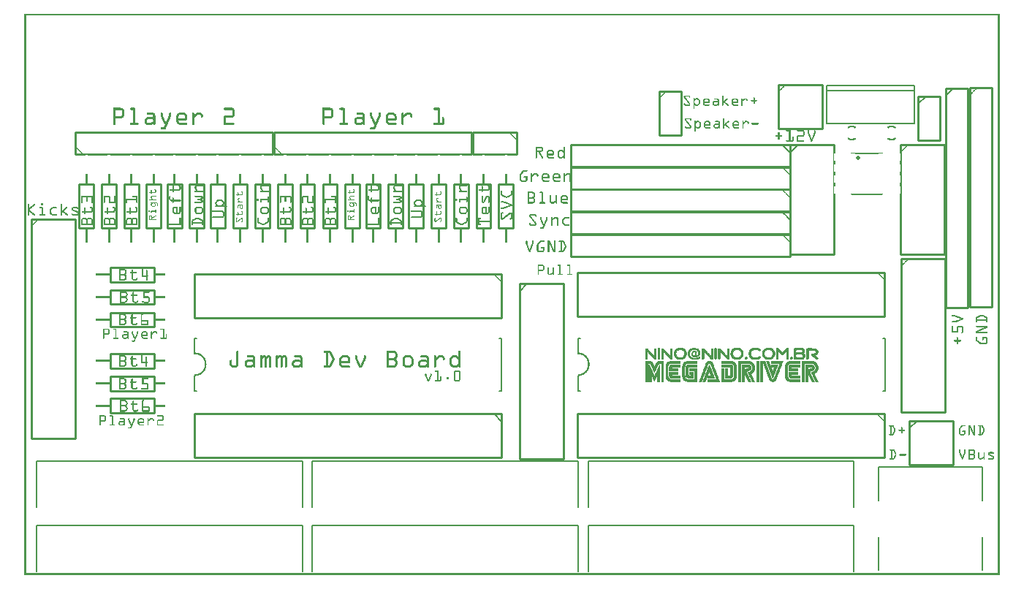
<source format=gto>
G04 MADE WITH FRITZING*
G04 WWW.FRITZING.ORG*
G04 DOUBLE SIDED*
G04 HOLES PLATED*
G04 CONTOUR ON CENTER OF CONTOUR VECTOR*
%ASAXBY*%
%FSLAX23Y23*%
%MOIN*%
%OFA0B0*%
%SFA1.0B1.0*%
%ADD10C,0.019307X0.00330708*%
%ADD11C,0.008000*%
%ADD12C,0.010000*%
%ADD13C,0.005000*%
%ADD14R,0.001000X0.001000*%
%LNSILK1*%
G90*
G70*
G54D10*
X3804Y1902D03*
G54D11*
X1270Y520D02*
X1270Y310D01*
D02*
X57Y520D02*
X57Y310D01*
D02*
X1270Y520D02*
X57Y520D01*
D02*
X1270Y228D02*
X1270Y17D01*
D02*
X57Y228D02*
X57Y17D01*
D02*
X1270Y228D02*
X57Y228D01*
D02*
X3783Y519D02*
X3783Y309D01*
D02*
X2571Y519D02*
X2571Y309D01*
D02*
X3783Y519D02*
X2571Y519D01*
D02*
X3783Y228D02*
X3783Y17D01*
D02*
X2571Y228D02*
X2571Y17D01*
D02*
X3783Y228D02*
X2571Y228D01*
D02*
X2526Y519D02*
X2526Y309D01*
D02*
X1313Y519D02*
X1313Y309D01*
D02*
X2526Y519D02*
X1313Y519D01*
D02*
X2526Y228D02*
X2526Y17D01*
D02*
X1313Y228D02*
X1313Y17D01*
D02*
X2526Y228D02*
X1313Y228D01*
G54D12*
D02*
X4202Y2221D02*
X4202Y1221D01*
D02*
X4202Y1221D02*
X4302Y1221D01*
D02*
X4302Y1221D02*
X4302Y2221D01*
D02*
X4302Y2221D02*
X4202Y2221D01*
G54D13*
D02*
X4202Y2186D02*
X4237Y2221D01*
G54D12*
D02*
X4312Y2223D02*
X4312Y1223D01*
D02*
X4312Y1223D02*
X4412Y1223D01*
D02*
X4412Y1223D02*
X4412Y2223D01*
D02*
X4412Y2223D02*
X4312Y2223D01*
D02*
X3438Y2237D02*
X3438Y2037D01*
D02*
X3438Y2037D02*
X3638Y2037D01*
D02*
X3638Y2037D02*
X3638Y2237D01*
D02*
X3638Y2237D02*
X3438Y2237D01*
D02*
X2895Y2207D02*
X2895Y2007D01*
D02*
X2895Y2007D02*
X2995Y2007D01*
D02*
X2995Y2007D02*
X2995Y2207D01*
D02*
X2995Y2207D02*
X2895Y2207D01*
D02*
X3491Y1554D02*
X2491Y1554D01*
D02*
X2491Y1554D02*
X2491Y1454D01*
D02*
X2491Y1454D02*
X3491Y1454D01*
D02*
X3491Y1454D02*
X3491Y1554D01*
D02*
X3491Y1656D02*
X2491Y1656D01*
D02*
X2491Y1656D02*
X2491Y1556D01*
D02*
X2491Y1556D02*
X3491Y1556D01*
D02*
X3491Y1556D02*
X3491Y1656D01*
D02*
X3491Y1759D02*
X2491Y1759D01*
D02*
X2491Y1759D02*
X2491Y1659D01*
D02*
X2491Y1659D02*
X3491Y1659D01*
D02*
X3491Y1659D02*
X3491Y1759D01*
D02*
X3491Y1861D02*
X2491Y1861D01*
D02*
X2491Y1861D02*
X2491Y1761D01*
D02*
X2491Y1761D02*
X3491Y1761D01*
D02*
X3491Y1761D02*
X3491Y1861D01*
D02*
X3491Y1963D02*
X2491Y1963D01*
D02*
X2491Y1963D02*
X2491Y1863D01*
D02*
X2491Y1863D02*
X3491Y1863D01*
D02*
X3491Y1863D02*
X3491Y1963D01*
G54D13*
D02*
X3456Y1963D02*
X3491Y1928D01*
G54D12*
D02*
X2259Y1329D02*
X2259Y529D01*
D02*
X2259Y529D02*
X2459Y529D01*
D02*
X2459Y529D02*
X2459Y1329D01*
D02*
X2459Y1329D02*
X2259Y1329D01*
G54D13*
D02*
X2259Y1294D02*
X2294Y1329D01*
G54D12*
D02*
X4000Y1444D02*
X4000Y744D01*
D02*
X4000Y744D02*
X4200Y744D01*
D02*
X4200Y744D02*
X4200Y1444D01*
D02*
X4200Y1444D02*
X4000Y1444D01*
D02*
X3997Y1463D02*
X4197Y1463D01*
D02*
X4197Y1463D02*
X4197Y1963D01*
D02*
X4197Y1963D02*
X3997Y1963D01*
D02*
X3493Y1963D02*
X3493Y1463D01*
D02*
X3493Y1463D02*
X3693Y1463D01*
D02*
X3693Y1963D02*
X3493Y1963D01*
G54D13*
D02*
X3493Y1928D02*
X3528Y1963D01*
G54D12*
D02*
X2247Y2019D02*
X2047Y2019D01*
D02*
X2047Y2019D02*
X2047Y1919D01*
D02*
X2247Y1919D02*
X2247Y2019D01*
D02*
X1133Y1919D02*
X1133Y2019D01*
D02*
X1133Y2019D02*
X233Y2019D01*
D02*
X233Y2019D02*
X233Y1919D01*
D02*
X2039Y1919D02*
X2039Y2019D01*
D02*
X2039Y2019D02*
X1139Y2019D01*
D02*
X1139Y2019D02*
X1139Y1919D01*
D02*
X951Y1582D02*
X951Y1782D01*
D02*
X951Y1782D02*
X1017Y1782D01*
D02*
X1017Y1782D02*
X1017Y1582D01*
D02*
X1017Y1582D02*
X951Y1582D01*
D02*
X652Y1582D02*
X652Y1782D01*
D02*
X652Y1782D02*
X718Y1782D01*
D02*
X718Y1782D02*
X718Y1582D01*
D02*
X718Y1582D02*
X652Y1582D01*
D02*
X353Y1582D02*
X353Y1782D01*
D02*
X353Y1782D02*
X419Y1782D01*
D02*
X419Y1782D02*
X419Y1582D01*
D02*
X419Y1582D02*
X353Y1582D01*
D02*
X849Y1582D02*
X849Y1782D01*
D02*
X849Y1782D02*
X915Y1782D01*
D02*
X915Y1782D02*
X915Y1582D01*
D02*
X915Y1582D02*
X849Y1582D01*
D02*
X1054Y1582D02*
X1054Y1782D01*
D02*
X1054Y1782D02*
X1120Y1782D01*
D02*
X1120Y1782D02*
X1120Y1582D01*
D02*
X1120Y1582D02*
X1054Y1582D01*
D02*
X455Y1582D02*
X455Y1782D01*
D02*
X455Y1782D02*
X521Y1782D01*
D02*
X521Y1782D02*
X521Y1582D01*
D02*
X521Y1582D02*
X455Y1582D01*
D02*
X557Y1582D02*
X557Y1782D01*
D02*
X557Y1782D02*
X623Y1782D01*
D02*
X623Y1782D02*
X623Y1582D01*
D02*
X623Y1582D02*
X557Y1582D01*
D02*
X250Y1582D02*
X250Y1782D01*
D02*
X250Y1782D02*
X316Y1782D01*
D02*
X316Y1782D02*
X316Y1582D01*
D02*
X316Y1582D02*
X250Y1582D01*
D02*
X754Y1582D02*
X754Y1782D01*
D02*
X754Y1782D02*
X820Y1782D01*
D02*
X820Y1782D02*
X820Y1582D01*
D02*
X820Y1582D02*
X754Y1582D01*
D02*
X1156Y1582D02*
X1156Y1782D01*
D02*
X1156Y1782D02*
X1222Y1782D01*
D02*
X1222Y1782D02*
X1222Y1582D01*
D02*
X1222Y1582D02*
X1156Y1582D01*
D02*
X1258Y1582D02*
X1258Y1782D01*
D02*
X1258Y1782D02*
X1324Y1782D01*
D02*
X1324Y1782D02*
X1324Y1582D01*
D02*
X1324Y1582D02*
X1258Y1582D01*
D02*
X1361Y1582D02*
X1361Y1782D01*
D02*
X1361Y1782D02*
X1427Y1782D01*
D02*
X1427Y1782D02*
X1427Y1582D01*
D02*
X1427Y1582D02*
X1361Y1582D01*
D02*
X1463Y1582D02*
X1463Y1782D01*
D02*
X1463Y1782D02*
X1529Y1782D01*
D02*
X1529Y1782D02*
X1529Y1582D01*
D02*
X1529Y1582D02*
X1463Y1582D01*
D02*
X1558Y1582D02*
X1558Y1782D01*
D02*
X1558Y1782D02*
X1624Y1782D01*
D02*
X1624Y1782D02*
X1624Y1582D01*
D02*
X1624Y1582D02*
X1558Y1582D01*
D02*
X1660Y1582D02*
X1660Y1782D01*
D02*
X1660Y1782D02*
X1726Y1782D01*
D02*
X1726Y1782D02*
X1726Y1582D01*
D02*
X1726Y1582D02*
X1660Y1582D01*
D02*
X1754Y1582D02*
X1754Y1782D01*
D02*
X1754Y1782D02*
X1820Y1782D01*
D02*
X1820Y1782D02*
X1820Y1582D01*
D02*
X1820Y1582D02*
X1754Y1582D01*
D02*
X1857Y1582D02*
X1857Y1782D01*
D02*
X1857Y1782D02*
X1923Y1782D01*
D02*
X1923Y1782D02*
X1923Y1582D01*
D02*
X1923Y1582D02*
X1857Y1582D01*
D02*
X1959Y1582D02*
X1959Y1782D01*
D02*
X1959Y1782D02*
X2025Y1782D01*
D02*
X2025Y1782D02*
X2025Y1582D01*
D02*
X2025Y1582D02*
X1959Y1582D01*
D02*
X2061Y1582D02*
X2061Y1782D01*
D02*
X2061Y1782D02*
X2127Y1782D01*
D02*
X2127Y1782D02*
X2127Y1582D01*
D02*
X2127Y1582D02*
X2061Y1582D01*
D02*
X2164Y1582D02*
X2164Y1782D01*
D02*
X2164Y1782D02*
X2230Y1782D01*
D02*
X2230Y1782D02*
X2230Y1582D01*
D02*
X2230Y1582D02*
X2164Y1582D01*
D02*
X31Y1624D02*
X31Y624D01*
D02*
X31Y624D02*
X231Y624D01*
D02*
X231Y624D02*
X231Y1624D01*
D02*
X231Y1624D02*
X31Y1624D01*
D02*
X393Y805D02*
X593Y805D01*
D02*
X593Y805D02*
X593Y739D01*
D02*
X593Y739D02*
X393Y739D01*
D02*
X393Y739D02*
X393Y805D01*
D02*
X393Y907D02*
X593Y907D01*
D02*
X593Y907D02*
X593Y841D01*
D02*
X593Y841D02*
X393Y841D01*
D02*
X393Y841D02*
X393Y907D01*
D02*
X393Y1009D02*
X593Y1009D01*
D02*
X593Y1009D02*
X593Y943D01*
D02*
X593Y943D02*
X393Y943D01*
D02*
X393Y943D02*
X393Y1009D01*
D02*
X393Y1198D02*
X593Y1198D01*
D02*
X593Y1198D02*
X593Y1132D01*
D02*
X593Y1132D02*
X393Y1132D01*
D02*
X393Y1132D02*
X393Y1198D01*
D02*
X393Y1301D02*
X593Y1301D01*
D02*
X593Y1301D02*
X593Y1235D01*
D02*
X593Y1235D02*
X393Y1235D01*
D02*
X393Y1235D02*
X393Y1301D01*
D02*
X393Y1403D02*
X593Y1403D01*
D02*
X593Y1403D02*
X593Y1337D01*
D02*
X593Y1337D02*
X393Y1337D01*
D02*
X393Y1337D02*
X393Y1403D01*
G54D11*
D02*
X3896Y24D02*
X3896Y174D01*
D02*
X4368Y24D02*
X4368Y174D01*
D02*
X4368Y339D02*
X4368Y493D01*
D02*
X4368Y493D02*
X3896Y493D01*
D02*
X3896Y493D02*
X3896Y339D01*
G54D12*
D02*
X4037Y704D02*
X4037Y504D01*
D02*
X4037Y504D02*
X4237Y504D01*
D02*
X4237Y504D02*
X4237Y704D01*
D02*
X4237Y704D02*
X4037Y704D01*
G54D13*
D02*
X4037Y669D02*
X4072Y704D01*
G54D12*
D02*
X3924Y735D02*
X2524Y735D01*
D02*
X2524Y735D02*
X2524Y535D01*
D02*
X2524Y535D02*
X3924Y535D01*
D02*
X3924Y535D02*
X3924Y735D01*
D02*
X3924Y1381D02*
X2524Y1381D01*
D02*
X2524Y1381D02*
X2524Y1181D01*
D02*
X2524Y1181D02*
X3924Y1181D01*
D02*
X3924Y1181D02*
X3924Y1381D01*
D02*
X2176Y735D02*
X776Y735D01*
D02*
X776Y735D02*
X776Y535D01*
D02*
X776Y535D02*
X2176Y535D01*
D02*
X2176Y535D02*
X2176Y735D01*
G54D13*
D02*
X2141Y735D02*
X2176Y700D01*
G54D12*
D02*
X2176Y1373D02*
X776Y1373D01*
D02*
X776Y1373D02*
X776Y1173D01*
D02*
X776Y1173D02*
X2176Y1173D01*
D02*
X2176Y1173D02*
X2176Y1373D01*
G54D11*
D02*
X2525Y911D02*
X2525Y841D01*
D02*
X3925Y841D02*
X3925Y1081D01*
D02*
X2525Y1081D02*
X2525Y1011D01*
D02*
X2525Y1081D02*
X2535Y1081D01*
D02*
X2525Y841D02*
X2535Y841D01*
D02*
X3925Y841D02*
X3915Y841D01*
D02*
X3925Y1081D02*
X3915Y1081D01*
D02*
X777Y911D02*
X777Y841D01*
D02*
X2177Y841D02*
X2177Y1081D01*
D02*
X777Y1081D02*
X777Y1011D01*
D02*
X777Y1081D02*
X787Y1081D01*
D02*
X777Y841D02*
X787Y841D01*
D02*
X2177Y841D02*
X2167Y841D01*
D02*
X2177Y1081D02*
X2167Y1081D01*
D02*
X3658Y2059D02*
X3658Y2209D01*
D02*
X3658Y2209D02*
X3658Y2234D01*
D02*
X3658Y2234D02*
X4058Y2234D01*
D02*
X4058Y2234D02*
X4058Y2209D01*
D02*
X4058Y2209D02*
X4058Y2059D01*
D02*
X4058Y2209D02*
X3658Y2209D01*
G54D12*
D02*
X4076Y2184D02*
X4076Y1984D01*
D02*
X4076Y1984D02*
X4176Y1984D01*
D02*
X4176Y1984D02*
X4176Y2184D01*
D02*
X4176Y2184D02*
X4076Y2184D01*
G54D13*
D02*
X4076Y2149D02*
X4111Y2184D01*
G54D14*
X1Y2559D02*
X4448Y2559D01*
X1Y2558D02*
X4448Y2558D01*
X1Y2557D02*
X4448Y2557D01*
X1Y2556D02*
X4448Y2556D01*
X1Y2555D02*
X4448Y2555D01*
X1Y2554D02*
X4448Y2554D01*
X1Y2553D02*
X4448Y2553D01*
X1Y2552D02*
X4448Y2552D01*
X1Y2551D02*
X8Y2551D01*
X4441Y2551D02*
X4448Y2551D01*
X1Y2550D02*
X8Y2550D01*
X4441Y2550D02*
X4448Y2550D01*
X1Y2549D02*
X8Y2549D01*
X4441Y2549D02*
X4448Y2549D01*
X1Y2548D02*
X8Y2548D01*
X4441Y2548D02*
X4448Y2548D01*
X1Y2547D02*
X8Y2547D01*
X4441Y2547D02*
X4448Y2547D01*
X1Y2546D02*
X8Y2546D01*
X4441Y2546D02*
X4448Y2546D01*
X1Y2545D02*
X8Y2545D01*
X4441Y2545D02*
X4448Y2545D01*
X1Y2544D02*
X8Y2544D01*
X4441Y2544D02*
X4448Y2544D01*
X1Y2543D02*
X8Y2543D01*
X4441Y2543D02*
X4448Y2543D01*
X1Y2542D02*
X8Y2542D01*
X4441Y2542D02*
X4448Y2542D01*
X1Y2541D02*
X8Y2541D01*
X4441Y2541D02*
X4448Y2541D01*
X1Y2540D02*
X8Y2540D01*
X4441Y2540D02*
X4448Y2540D01*
X1Y2539D02*
X8Y2539D01*
X4441Y2539D02*
X4448Y2539D01*
X1Y2538D02*
X8Y2538D01*
X4441Y2538D02*
X4448Y2538D01*
X1Y2537D02*
X8Y2537D01*
X4441Y2537D02*
X4448Y2537D01*
X1Y2536D02*
X8Y2536D01*
X4441Y2536D02*
X4448Y2536D01*
X1Y2535D02*
X8Y2535D01*
X4441Y2535D02*
X4448Y2535D01*
X1Y2534D02*
X8Y2534D01*
X4441Y2534D02*
X4448Y2534D01*
X1Y2533D02*
X8Y2533D01*
X4441Y2533D02*
X4448Y2533D01*
X1Y2532D02*
X8Y2532D01*
X4441Y2532D02*
X4448Y2532D01*
X1Y2531D02*
X8Y2531D01*
X4441Y2531D02*
X4448Y2531D01*
X1Y2530D02*
X8Y2530D01*
X4441Y2530D02*
X4448Y2530D01*
X1Y2529D02*
X8Y2529D01*
X4441Y2529D02*
X4448Y2529D01*
X1Y2528D02*
X8Y2528D01*
X4441Y2528D02*
X4448Y2528D01*
X1Y2527D02*
X8Y2527D01*
X4441Y2527D02*
X4448Y2527D01*
X1Y2526D02*
X8Y2526D01*
X4441Y2526D02*
X4448Y2526D01*
X1Y2525D02*
X8Y2525D01*
X4441Y2525D02*
X4448Y2525D01*
X1Y2524D02*
X8Y2524D01*
X4441Y2524D02*
X4448Y2524D01*
X1Y2523D02*
X8Y2523D01*
X4441Y2523D02*
X4448Y2523D01*
X1Y2522D02*
X8Y2522D01*
X4441Y2522D02*
X4448Y2522D01*
X1Y2521D02*
X8Y2521D01*
X4441Y2521D02*
X4448Y2521D01*
X1Y2520D02*
X8Y2520D01*
X4441Y2520D02*
X4448Y2520D01*
X1Y2519D02*
X8Y2519D01*
X4441Y2519D02*
X4448Y2519D01*
X1Y2518D02*
X8Y2518D01*
X4441Y2518D02*
X4448Y2518D01*
X1Y2517D02*
X8Y2517D01*
X4441Y2517D02*
X4448Y2517D01*
X1Y2516D02*
X8Y2516D01*
X4441Y2516D02*
X4448Y2516D01*
X1Y2515D02*
X8Y2515D01*
X4441Y2515D02*
X4448Y2515D01*
X1Y2514D02*
X8Y2514D01*
X4441Y2514D02*
X4448Y2514D01*
X1Y2513D02*
X8Y2513D01*
X4441Y2513D02*
X4448Y2513D01*
X1Y2512D02*
X8Y2512D01*
X4441Y2512D02*
X4448Y2512D01*
X1Y2511D02*
X8Y2511D01*
X4441Y2511D02*
X4448Y2511D01*
X1Y2510D02*
X8Y2510D01*
X4441Y2510D02*
X4448Y2510D01*
X1Y2509D02*
X8Y2509D01*
X4441Y2509D02*
X4448Y2509D01*
X1Y2508D02*
X8Y2508D01*
X4441Y2508D02*
X4448Y2508D01*
X1Y2507D02*
X8Y2507D01*
X4441Y2507D02*
X4448Y2507D01*
X1Y2506D02*
X8Y2506D01*
X4441Y2506D02*
X4448Y2506D01*
X1Y2505D02*
X8Y2505D01*
X4441Y2505D02*
X4448Y2505D01*
X1Y2504D02*
X8Y2504D01*
X4441Y2504D02*
X4448Y2504D01*
X1Y2503D02*
X8Y2503D01*
X4441Y2503D02*
X4448Y2503D01*
X1Y2502D02*
X8Y2502D01*
X4441Y2502D02*
X4448Y2502D01*
X1Y2501D02*
X8Y2501D01*
X4441Y2501D02*
X4448Y2501D01*
X1Y2500D02*
X8Y2500D01*
X4441Y2500D02*
X4448Y2500D01*
X1Y2499D02*
X8Y2499D01*
X4441Y2499D02*
X4448Y2499D01*
X1Y2498D02*
X8Y2498D01*
X4441Y2498D02*
X4448Y2498D01*
X1Y2497D02*
X8Y2497D01*
X4441Y2497D02*
X4448Y2497D01*
X1Y2496D02*
X8Y2496D01*
X4441Y2496D02*
X4448Y2496D01*
X1Y2495D02*
X8Y2495D01*
X4441Y2495D02*
X4448Y2495D01*
X1Y2494D02*
X8Y2494D01*
X4441Y2494D02*
X4448Y2494D01*
X1Y2493D02*
X8Y2493D01*
X4441Y2493D02*
X4448Y2493D01*
X1Y2492D02*
X8Y2492D01*
X4441Y2492D02*
X4448Y2492D01*
X1Y2491D02*
X8Y2491D01*
X4441Y2491D02*
X4448Y2491D01*
X1Y2490D02*
X8Y2490D01*
X4441Y2490D02*
X4448Y2490D01*
X1Y2489D02*
X8Y2489D01*
X4441Y2489D02*
X4448Y2489D01*
X1Y2488D02*
X8Y2488D01*
X4441Y2488D02*
X4448Y2488D01*
X1Y2487D02*
X8Y2487D01*
X4441Y2487D02*
X4448Y2487D01*
X1Y2486D02*
X8Y2486D01*
X4441Y2486D02*
X4448Y2486D01*
X1Y2485D02*
X8Y2485D01*
X4441Y2485D02*
X4448Y2485D01*
X1Y2484D02*
X8Y2484D01*
X4441Y2484D02*
X4448Y2484D01*
X1Y2483D02*
X8Y2483D01*
X4441Y2483D02*
X4448Y2483D01*
X1Y2482D02*
X8Y2482D01*
X4441Y2482D02*
X4448Y2482D01*
X1Y2481D02*
X8Y2481D01*
X4441Y2481D02*
X4448Y2481D01*
X1Y2480D02*
X8Y2480D01*
X4441Y2480D02*
X4448Y2480D01*
X1Y2479D02*
X8Y2479D01*
X4441Y2479D02*
X4448Y2479D01*
X1Y2478D02*
X8Y2478D01*
X4441Y2478D02*
X4448Y2478D01*
X1Y2477D02*
X8Y2477D01*
X4441Y2477D02*
X4448Y2477D01*
X1Y2476D02*
X8Y2476D01*
X4441Y2476D02*
X4448Y2476D01*
X1Y2475D02*
X8Y2475D01*
X4441Y2475D02*
X4448Y2475D01*
X1Y2474D02*
X8Y2474D01*
X4441Y2474D02*
X4448Y2474D01*
X1Y2473D02*
X8Y2473D01*
X4441Y2473D02*
X4448Y2473D01*
X1Y2472D02*
X8Y2472D01*
X4441Y2472D02*
X4448Y2472D01*
X1Y2471D02*
X8Y2471D01*
X4441Y2471D02*
X4448Y2471D01*
X1Y2470D02*
X8Y2470D01*
X4441Y2470D02*
X4448Y2470D01*
X1Y2469D02*
X8Y2469D01*
X4441Y2469D02*
X4448Y2469D01*
X1Y2468D02*
X8Y2468D01*
X4441Y2468D02*
X4448Y2468D01*
X1Y2467D02*
X8Y2467D01*
X4441Y2467D02*
X4448Y2467D01*
X1Y2466D02*
X8Y2466D01*
X4441Y2466D02*
X4448Y2466D01*
X1Y2465D02*
X8Y2465D01*
X4441Y2465D02*
X4448Y2465D01*
X1Y2464D02*
X8Y2464D01*
X4441Y2464D02*
X4448Y2464D01*
X1Y2463D02*
X8Y2463D01*
X4441Y2463D02*
X4448Y2463D01*
X1Y2462D02*
X8Y2462D01*
X4441Y2462D02*
X4448Y2462D01*
X1Y2461D02*
X8Y2461D01*
X4441Y2461D02*
X4448Y2461D01*
X1Y2460D02*
X8Y2460D01*
X4441Y2460D02*
X4448Y2460D01*
X1Y2459D02*
X8Y2459D01*
X4441Y2459D02*
X4448Y2459D01*
X1Y2458D02*
X8Y2458D01*
X4441Y2458D02*
X4448Y2458D01*
X1Y2457D02*
X8Y2457D01*
X4441Y2457D02*
X4448Y2457D01*
X1Y2456D02*
X8Y2456D01*
X4441Y2456D02*
X4448Y2456D01*
X1Y2455D02*
X8Y2455D01*
X4441Y2455D02*
X4448Y2455D01*
X1Y2454D02*
X8Y2454D01*
X4441Y2454D02*
X4448Y2454D01*
X1Y2453D02*
X8Y2453D01*
X4441Y2453D02*
X4448Y2453D01*
X1Y2452D02*
X8Y2452D01*
X4441Y2452D02*
X4448Y2452D01*
X1Y2451D02*
X8Y2451D01*
X4441Y2451D02*
X4448Y2451D01*
X1Y2450D02*
X8Y2450D01*
X4441Y2450D02*
X4448Y2450D01*
X1Y2449D02*
X8Y2449D01*
X4441Y2449D02*
X4448Y2449D01*
X1Y2448D02*
X8Y2448D01*
X4441Y2448D02*
X4448Y2448D01*
X1Y2447D02*
X8Y2447D01*
X4441Y2447D02*
X4448Y2447D01*
X1Y2446D02*
X8Y2446D01*
X4441Y2446D02*
X4448Y2446D01*
X1Y2445D02*
X8Y2445D01*
X4441Y2445D02*
X4448Y2445D01*
X1Y2444D02*
X8Y2444D01*
X4441Y2444D02*
X4448Y2444D01*
X1Y2443D02*
X8Y2443D01*
X4441Y2443D02*
X4448Y2443D01*
X1Y2442D02*
X8Y2442D01*
X4441Y2442D02*
X4448Y2442D01*
X1Y2441D02*
X8Y2441D01*
X4441Y2441D02*
X4448Y2441D01*
X1Y2440D02*
X8Y2440D01*
X4441Y2440D02*
X4448Y2440D01*
X1Y2439D02*
X8Y2439D01*
X4441Y2439D02*
X4448Y2439D01*
X1Y2438D02*
X8Y2438D01*
X4441Y2438D02*
X4448Y2438D01*
X1Y2437D02*
X8Y2437D01*
X4441Y2437D02*
X4448Y2437D01*
X1Y2436D02*
X8Y2436D01*
X4441Y2436D02*
X4448Y2436D01*
X1Y2435D02*
X8Y2435D01*
X4441Y2435D02*
X4448Y2435D01*
X1Y2434D02*
X8Y2434D01*
X4441Y2434D02*
X4448Y2434D01*
X1Y2433D02*
X8Y2433D01*
X4441Y2433D02*
X4448Y2433D01*
X1Y2432D02*
X8Y2432D01*
X4441Y2432D02*
X4448Y2432D01*
X1Y2431D02*
X8Y2431D01*
X4441Y2431D02*
X4448Y2431D01*
X1Y2430D02*
X8Y2430D01*
X4441Y2430D02*
X4448Y2430D01*
X1Y2429D02*
X8Y2429D01*
X4441Y2429D02*
X4448Y2429D01*
X1Y2428D02*
X8Y2428D01*
X4441Y2428D02*
X4448Y2428D01*
X1Y2427D02*
X8Y2427D01*
X4441Y2427D02*
X4448Y2427D01*
X1Y2426D02*
X8Y2426D01*
X4441Y2426D02*
X4448Y2426D01*
X1Y2425D02*
X8Y2425D01*
X4441Y2425D02*
X4448Y2425D01*
X1Y2424D02*
X8Y2424D01*
X4441Y2424D02*
X4448Y2424D01*
X1Y2423D02*
X8Y2423D01*
X4441Y2423D02*
X4448Y2423D01*
X1Y2422D02*
X8Y2422D01*
X4441Y2422D02*
X4448Y2422D01*
X1Y2421D02*
X8Y2421D01*
X4441Y2421D02*
X4448Y2421D01*
X1Y2420D02*
X8Y2420D01*
X4441Y2420D02*
X4448Y2420D01*
X1Y2419D02*
X8Y2419D01*
X4441Y2419D02*
X4448Y2419D01*
X1Y2418D02*
X8Y2418D01*
X4441Y2418D02*
X4448Y2418D01*
X1Y2417D02*
X8Y2417D01*
X4441Y2417D02*
X4448Y2417D01*
X1Y2416D02*
X8Y2416D01*
X4441Y2416D02*
X4448Y2416D01*
X1Y2415D02*
X8Y2415D01*
X4441Y2415D02*
X4448Y2415D01*
X1Y2414D02*
X8Y2414D01*
X4441Y2414D02*
X4448Y2414D01*
X1Y2413D02*
X8Y2413D01*
X4441Y2413D02*
X4448Y2413D01*
X1Y2412D02*
X8Y2412D01*
X4441Y2412D02*
X4448Y2412D01*
X1Y2411D02*
X8Y2411D01*
X4441Y2411D02*
X4448Y2411D01*
X1Y2410D02*
X8Y2410D01*
X4441Y2410D02*
X4448Y2410D01*
X1Y2409D02*
X8Y2409D01*
X4441Y2409D02*
X4448Y2409D01*
X1Y2408D02*
X8Y2408D01*
X4441Y2408D02*
X4448Y2408D01*
X1Y2407D02*
X8Y2407D01*
X4441Y2407D02*
X4448Y2407D01*
X1Y2406D02*
X8Y2406D01*
X4441Y2406D02*
X4448Y2406D01*
X1Y2405D02*
X8Y2405D01*
X4441Y2405D02*
X4448Y2405D01*
X1Y2404D02*
X8Y2404D01*
X4441Y2404D02*
X4448Y2404D01*
X1Y2403D02*
X8Y2403D01*
X4441Y2403D02*
X4448Y2403D01*
X1Y2402D02*
X8Y2402D01*
X4441Y2402D02*
X4448Y2402D01*
X1Y2401D02*
X8Y2401D01*
X4441Y2401D02*
X4448Y2401D01*
X1Y2400D02*
X8Y2400D01*
X4441Y2400D02*
X4448Y2400D01*
X1Y2399D02*
X8Y2399D01*
X4441Y2399D02*
X4448Y2399D01*
X1Y2398D02*
X8Y2398D01*
X4441Y2398D02*
X4448Y2398D01*
X1Y2397D02*
X8Y2397D01*
X4441Y2397D02*
X4448Y2397D01*
X1Y2396D02*
X8Y2396D01*
X4441Y2396D02*
X4448Y2396D01*
X1Y2395D02*
X8Y2395D01*
X4441Y2395D02*
X4448Y2395D01*
X1Y2394D02*
X8Y2394D01*
X4441Y2394D02*
X4448Y2394D01*
X1Y2393D02*
X8Y2393D01*
X4441Y2393D02*
X4448Y2393D01*
X1Y2392D02*
X8Y2392D01*
X4441Y2392D02*
X4448Y2392D01*
X1Y2391D02*
X8Y2391D01*
X4441Y2391D02*
X4448Y2391D01*
X1Y2390D02*
X8Y2390D01*
X4441Y2390D02*
X4448Y2390D01*
X1Y2389D02*
X8Y2389D01*
X4441Y2389D02*
X4448Y2389D01*
X1Y2388D02*
X8Y2388D01*
X4441Y2388D02*
X4448Y2388D01*
X1Y2387D02*
X8Y2387D01*
X4441Y2387D02*
X4448Y2387D01*
X1Y2386D02*
X8Y2386D01*
X4441Y2386D02*
X4448Y2386D01*
X1Y2385D02*
X8Y2385D01*
X4441Y2385D02*
X4448Y2385D01*
X1Y2384D02*
X8Y2384D01*
X4441Y2384D02*
X4448Y2384D01*
X1Y2383D02*
X8Y2383D01*
X4441Y2383D02*
X4448Y2383D01*
X1Y2382D02*
X8Y2382D01*
X4441Y2382D02*
X4448Y2382D01*
X1Y2381D02*
X8Y2381D01*
X4441Y2381D02*
X4448Y2381D01*
X1Y2380D02*
X8Y2380D01*
X4441Y2380D02*
X4448Y2380D01*
X1Y2379D02*
X8Y2379D01*
X4441Y2379D02*
X4448Y2379D01*
X1Y2378D02*
X8Y2378D01*
X4441Y2378D02*
X4448Y2378D01*
X1Y2377D02*
X8Y2377D01*
X4441Y2377D02*
X4448Y2377D01*
X1Y2376D02*
X8Y2376D01*
X4441Y2376D02*
X4448Y2376D01*
X1Y2375D02*
X8Y2375D01*
X4441Y2375D02*
X4448Y2375D01*
X1Y2374D02*
X8Y2374D01*
X4441Y2374D02*
X4448Y2374D01*
X1Y2373D02*
X8Y2373D01*
X4441Y2373D02*
X4448Y2373D01*
X1Y2372D02*
X8Y2372D01*
X4441Y2372D02*
X4448Y2372D01*
X1Y2371D02*
X8Y2371D01*
X4441Y2371D02*
X4448Y2371D01*
X1Y2370D02*
X8Y2370D01*
X4441Y2370D02*
X4448Y2370D01*
X1Y2369D02*
X8Y2369D01*
X4441Y2369D02*
X4448Y2369D01*
X1Y2368D02*
X8Y2368D01*
X4441Y2368D02*
X4448Y2368D01*
X1Y2367D02*
X8Y2367D01*
X4441Y2367D02*
X4448Y2367D01*
X1Y2366D02*
X8Y2366D01*
X4441Y2366D02*
X4448Y2366D01*
X1Y2365D02*
X8Y2365D01*
X4441Y2365D02*
X4448Y2365D01*
X1Y2364D02*
X8Y2364D01*
X4441Y2364D02*
X4448Y2364D01*
X1Y2363D02*
X8Y2363D01*
X4441Y2363D02*
X4448Y2363D01*
X1Y2362D02*
X8Y2362D01*
X4441Y2362D02*
X4448Y2362D01*
X1Y2361D02*
X8Y2361D01*
X4441Y2361D02*
X4448Y2361D01*
X1Y2360D02*
X8Y2360D01*
X4441Y2360D02*
X4448Y2360D01*
X1Y2359D02*
X8Y2359D01*
X4441Y2359D02*
X4448Y2359D01*
X1Y2358D02*
X8Y2358D01*
X4441Y2358D02*
X4448Y2358D01*
X1Y2357D02*
X8Y2357D01*
X4441Y2357D02*
X4448Y2357D01*
X1Y2356D02*
X8Y2356D01*
X4441Y2356D02*
X4448Y2356D01*
X1Y2355D02*
X8Y2355D01*
X4441Y2355D02*
X4448Y2355D01*
X1Y2354D02*
X8Y2354D01*
X4441Y2354D02*
X4448Y2354D01*
X1Y2353D02*
X8Y2353D01*
X4441Y2353D02*
X4448Y2353D01*
X1Y2352D02*
X8Y2352D01*
X4441Y2352D02*
X4448Y2352D01*
X1Y2351D02*
X8Y2351D01*
X4441Y2351D02*
X4448Y2351D01*
X1Y2350D02*
X8Y2350D01*
X4441Y2350D02*
X4448Y2350D01*
X1Y2349D02*
X8Y2349D01*
X4441Y2349D02*
X4448Y2349D01*
X1Y2348D02*
X8Y2348D01*
X4441Y2348D02*
X4448Y2348D01*
X1Y2347D02*
X8Y2347D01*
X4441Y2347D02*
X4448Y2347D01*
X1Y2346D02*
X8Y2346D01*
X4441Y2346D02*
X4448Y2346D01*
X1Y2345D02*
X8Y2345D01*
X4441Y2345D02*
X4448Y2345D01*
X1Y2344D02*
X8Y2344D01*
X4441Y2344D02*
X4448Y2344D01*
X1Y2343D02*
X8Y2343D01*
X4441Y2343D02*
X4448Y2343D01*
X1Y2342D02*
X8Y2342D01*
X4441Y2342D02*
X4448Y2342D01*
X1Y2341D02*
X8Y2341D01*
X4441Y2341D02*
X4448Y2341D01*
X1Y2340D02*
X8Y2340D01*
X4441Y2340D02*
X4448Y2340D01*
X1Y2339D02*
X8Y2339D01*
X4441Y2339D02*
X4448Y2339D01*
X1Y2338D02*
X8Y2338D01*
X4441Y2338D02*
X4448Y2338D01*
X1Y2337D02*
X8Y2337D01*
X4441Y2337D02*
X4448Y2337D01*
X1Y2336D02*
X8Y2336D01*
X4441Y2336D02*
X4448Y2336D01*
X1Y2335D02*
X8Y2335D01*
X4441Y2335D02*
X4448Y2335D01*
X1Y2334D02*
X8Y2334D01*
X4441Y2334D02*
X4448Y2334D01*
X1Y2333D02*
X8Y2333D01*
X4441Y2333D02*
X4448Y2333D01*
X1Y2332D02*
X8Y2332D01*
X4441Y2332D02*
X4448Y2332D01*
X1Y2331D02*
X8Y2331D01*
X4441Y2331D02*
X4448Y2331D01*
X1Y2330D02*
X8Y2330D01*
X4441Y2330D02*
X4448Y2330D01*
X1Y2329D02*
X8Y2329D01*
X4441Y2329D02*
X4448Y2329D01*
X1Y2328D02*
X8Y2328D01*
X4441Y2328D02*
X4448Y2328D01*
X1Y2327D02*
X8Y2327D01*
X4441Y2327D02*
X4448Y2327D01*
X1Y2326D02*
X8Y2326D01*
X4441Y2326D02*
X4448Y2326D01*
X1Y2325D02*
X8Y2325D01*
X4441Y2325D02*
X4448Y2325D01*
X1Y2324D02*
X8Y2324D01*
X4441Y2324D02*
X4448Y2324D01*
X1Y2323D02*
X8Y2323D01*
X4441Y2323D02*
X4448Y2323D01*
X1Y2322D02*
X8Y2322D01*
X4441Y2322D02*
X4448Y2322D01*
X1Y2321D02*
X8Y2321D01*
X4441Y2321D02*
X4448Y2321D01*
X1Y2320D02*
X8Y2320D01*
X4441Y2320D02*
X4448Y2320D01*
X1Y2319D02*
X8Y2319D01*
X4441Y2319D02*
X4448Y2319D01*
X1Y2318D02*
X8Y2318D01*
X4441Y2318D02*
X4448Y2318D01*
X1Y2317D02*
X8Y2317D01*
X4441Y2317D02*
X4448Y2317D01*
X1Y2316D02*
X8Y2316D01*
X4441Y2316D02*
X4448Y2316D01*
X1Y2315D02*
X8Y2315D01*
X4441Y2315D02*
X4448Y2315D01*
X1Y2314D02*
X8Y2314D01*
X4441Y2314D02*
X4448Y2314D01*
X1Y2313D02*
X8Y2313D01*
X4441Y2313D02*
X4448Y2313D01*
X1Y2312D02*
X8Y2312D01*
X4441Y2312D02*
X4448Y2312D01*
X1Y2311D02*
X8Y2311D01*
X4441Y2311D02*
X4448Y2311D01*
X1Y2310D02*
X8Y2310D01*
X4441Y2310D02*
X4448Y2310D01*
X1Y2309D02*
X8Y2309D01*
X4441Y2309D02*
X4448Y2309D01*
X1Y2308D02*
X8Y2308D01*
X4441Y2308D02*
X4448Y2308D01*
X1Y2307D02*
X8Y2307D01*
X4441Y2307D02*
X4448Y2307D01*
X1Y2306D02*
X8Y2306D01*
X4441Y2306D02*
X4448Y2306D01*
X1Y2305D02*
X8Y2305D01*
X4441Y2305D02*
X4448Y2305D01*
X1Y2304D02*
X8Y2304D01*
X4441Y2304D02*
X4448Y2304D01*
X1Y2303D02*
X8Y2303D01*
X4441Y2303D02*
X4448Y2303D01*
X1Y2302D02*
X8Y2302D01*
X4441Y2302D02*
X4448Y2302D01*
X1Y2301D02*
X8Y2301D01*
X4441Y2301D02*
X4448Y2301D01*
X1Y2300D02*
X8Y2300D01*
X4441Y2300D02*
X4448Y2300D01*
X1Y2299D02*
X8Y2299D01*
X4441Y2299D02*
X4448Y2299D01*
X1Y2298D02*
X8Y2298D01*
X4441Y2298D02*
X4448Y2298D01*
X1Y2297D02*
X8Y2297D01*
X4441Y2297D02*
X4448Y2297D01*
X1Y2296D02*
X8Y2296D01*
X4441Y2296D02*
X4448Y2296D01*
X1Y2295D02*
X8Y2295D01*
X4441Y2295D02*
X4448Y2295D01*
X1Y2294D02*
X8Y2294D01*
X4441Y2294D02*
X4448Y2294D01*
X1Y2293D02*
X8Y2293D01*
X4441Y2293D02*
X4448Y2293D01*
X1Y2292D02*
X8Y2292D01*
X4441Y2292D02*
X4448Y2292D01*
X1Y2291D02*
X8Y2291D01*
X4441Y2291D02*
X4448Y2291D01*
X1Y2290D02*
X8Y2290D01*
X4441Y2290D02*
X4448Y2290D01*
X1Y2289D02*
X8Y2289D01*
X4441Y2289D02*
X4448Y2289D01*
X1Y2288D02*
X8Y2288D01*
X4441Y2288D02*
X4448Y2288D01*
X1Y2287D02*
X8Y2287D01*
X4441Y2287D02*
X4448Y2287D01*
X1Y2286D02*
X8Y2286D01*
X4441Y2286D02*
X4448Y2286D01*
X1Y2285D02*
X8Y2285D01*
X4441Y2285D02*
X4448Y2285D01*
X1Y2284D02*
X8Y2284D01*
X4441Y2284D02*
X4448Y2284D01*
X1Y2283D02*
X8Y2283D01*
X4441Y2283D02*
X4448Y2283D01*
X1Y2282D02*
X8Y2282D01*
X4441Y2282D02*
X4448Y2282D01*
X1Y2281D02*
X8Y2281D01*
X4441Y2281D02*
X4448Y2281D01*
X1Y2280D02*
X8Y2280D01*
X4441Y2280D02*
X4448Y2280D01*
X1Y2279D02*
X8Y2279D01*
X4441Y2279D02*
X4448Y2279D01*
X1Y2278D02*
X8Y2278D01*
X4441Y2278D02*
X4448Y2278D01*
X1Y2277D02*
X8Y2277D01*
X4441Y2277D02*
X4448Y2277D01*
X1Y2276D02*
X8Y2276D01*
X4441Y2276D02*
X4448Y2276D01*
X1Y2275D02*
X8Y2275D01*
X4441Y2275D02*
X4448Y2275D01*
X1Y2274D02*
X8Y2274D01*
X4441Y2274D02*
X4448Y2274D01*
X1Y2273D02*
X8Y2273D01*
X4441Y2273D02*
X4448Y2273D01*
X1Y2272D02*
X8Y2272D01*
X4441Y2272D02*
X4448Y2272D01*
X1Y2271D02*
X8Y2271D01*
X4441Y2271D02*
X4448Y2271D01*
X1Y2270D02*
X8Y2270D01*
X4441Y2270D02*
X4448Y2270D01*
X1Y2269D02*
X8Y2269D01*
X4441Y2269D02*
X4448Y2269D01*
X1Y2268D02*
X8Y2268D01*
X4441Y2268D02*
X4448Y2268D01*
X1Y2267D02*
X8Y2267D01*
X4441Y2267D02*
X4448Y2267D01*
X1Y2266D02*
X8Y2266D01*
X4441Y2266D02*
X4448Y2266D01*
X1Y2265D02*
X8Y2265D01*
X4441Y2265D02*
X4448Y2265D01*
X1Y2264D02*
X8Y2264D01*
X4441Y2264D02*
X4448Y2264D01*
X1Y2263D02*
X8Y2263D01*
X4441Y2263D02*
X4448Y2263D01*
X1Y2262D02*
X8Y2262D01*
X4441Y2262D02*
X4448Y2262D01*
X1Y2261D02*
X8Y2261D01*
X4441Y2261D02*
X4448Y2261D01*
X1Y2260D02*
X8Y2260D01*
X4441Y2260D02*
X4448Y2260D01*
X1Y2259D02*
X8Y2259D01*
X4441Y2259D02*
X4448Y2259D01*
X1Y2258D02*
X8Y2258D01*
X4441Y2258D02*
X4448Y2258D01*
X1Y2257D02*
X8Y2257D01*
X4441Y2257D02*
X4448Y2257D01*
X1Y2256D02*
X8Y2256D01*
X4441Y2256D02*
X4448Y2256D01*
X1Y2255D02*
X8Y2255D01*
X4441Y2255D02*
X4448Y2255D01*
X1Y2254D02*
X8Y2254D01*
X4441Y2254D02*
X4448Y2254D01*
X1Y2253D02*
X8Y2253D01*
X4441Y2253D02*
X4448Y2253D01*
X1Y2252D02*
X8Y2252D01*
X4441Y2252D02*
X4448Y2252D01*
X1Y2251D02*
X8Y2251D01*
X4441Y2251D02*
X4448Y2251D01*
X1Y2250D02*
X8Y2250D01*
X4441Y2250D02*
X4448Y2250D01*
X1Y2249D02*
X8Y2249D01*
X4441Y2249D02*
X4448Y2249D01*
X1Y2248D02*
X8Y2248D01*
X4441Y2248D02*
X4448Y2248D01*
X1Y2247D02*
X8Y2247D01*
X4441Y2247D02*
X4448Y2247D01*
X1Y2246D02*
X8Y2246D01*
X4441Y2246D02*
X4448Y2246D01*
X1Y2245D02*
X8Y2245D01*
X4441Y2245D02*
X4448Y2245D01*
X1Y2244D02*
X8Y2244D01*
X4441Y2244D02*
X4448Y2244D01*
X1Y2243D02*
X8Y2243D01*
X4441Y2243D02*
X4448Y2243D01*
X1Y2242D02*
X8Y2242D01*
X4441Y2242D02*
X4448Y2242D01*
X1Y2241D02*
X8Y2241D01*
X4441Y2241D02*
X4448Y2241D01*
X1Y2240D02*
X8Y2240D01*
X4441Y2240D02*
X4448Y2240D01*
X1Y2239D02*
X8Y2239D01*
X4441Y2239D02*
X4448Y2239D01*
X1Y2238D02*
X8Y2238D01*
X3471Y2238D02*
X3472Y2238D01*
X4441Y2238D02*
X4448Y2238D01*
X1Y2237D02*
X8Y2237D01*
X3470Y2237D02*
X3473Y2237D01*
X4441Y2237D02*
X4448Y2237D01*
X1Y2236D02*
X8Y2236D01*
X3469Y2236D02*
X3474Y2236D01*
X4441Y2236D02*
X4448Y2236D01*
X1Y2235D02*
X8Y2235D01*
X3468Y2235D02*
X3474Y2235D01*
X4441Y2235D02*
X4448Y2235D01*
X1Y2234D02*
X8Y2234D01*
X3467Y2234D02*
X3473Y2234D01*
X4441Y2234D02*
X4448Y2234D01*
X1Y2233D02*
X8Y2233D01*
X3466Y2233D02*
X3472Y2233D01*
X4441Y2233D02*
X4448Y2233D01*
X1Y2232D02*
X8Y2232D01*
X3465Y2232D02*
X3471Y2232D01*
X4441Y2232D02*
X4448Y2232D01*
X1Y2231D02*
X8Y2231D01*
X3464Y2231D02*
X3470Y2231D01*
X4441Y2231D02*
X4448Y2231D01*
X1Y2230D02*
X8Y2230D01*
X3463Y2230D02*
X3469Y2230D01*
X4441Y2230D02*
X4448Y2230D01*
X1Y2229D02*
X8Y2229D01*
X3462Y2229D02*
X3468Y2229D01*
X4441Y2229D02*
X4448Y2229D01*
X1Y2228D02*
X8Y2228D01*
X3461Y2228D02*
X3467Y2228D01*
X4441Y2228D02*
X4448Y2228D01*
X1Y2227D02*
X8Y2227D01*
X3460Y2227D02*
X3466Y2227D01*
X4441Y2227D02*
X4448Y2227D01*
X1Y2226D02*
X8Y2226D01*
X3459Y2226D02*
X3465Y2226D01*
X4441Y2226D02*
X4448Y2226D01*
X1Y2225D02*
X8Y2225D01*
X3458Y2225D02*
X3464Y2225D01*
X4345Y2225D02*
X4345Y2225D01*
X4441Y2225D02*
X4448Y2225D01*
X1Y2224D02*
X8Y2224D01*
X3457Y2224D02*
X3463Y2224D01*
X4344Y2224D02*
X4346Y2224D01*
X4441Y2224D02*
X4448Y2224D01*
X1Y2223D02*
X8Y2223D01*
X3456Y2223D02*
X3462Y2223D01*
X4343Y2223D02*
X4347Y2223D01*
X4441Y2223D02*
X4448Y2223D01*
X1Y2222D02*
X8Y2222D01*
X3455Y2222D02*
X3461Y2222D01*
X4342Y2222D02*
X4348Y2222D01*
X4441Y2222D02*
X4448Y2222D01*
X1Y2221D02*
X8Y2221D01*
X3454Y2221D02*
X3460Y2221D01*
X4341Y2221D02*
X4347Y2221D01*
X4441Y2221D02*
X4448Y2221D01*
X1Y2220D02*
X8Y2220D01*
X3453Y2220D02*
X3458Y2220D01*
X4340Y2220D02*
X4346Y2220D01*
X4441Y2220D02*
X4448Y2220D01*
X1Y2219D02*
X8Y2219D01*
X3452Y2219D02*
X3457Y2219D01*
X4339Y2219D02*
X4345Y2219D01*
X4441Y2219D02*
X4448Y2219D01*
X1Y2218D02*
X8Y2218D01*
X3451Y2218D02*
X3456Y2218D01*
X4338Y2218D02*
X4344Y2218D01*
X4441Y2218D02*
X4448Y2218D01*
X1Y2217D02*
X8Y2217D01*
X3450Y2217D02*
X3455Y2217D01*
X4337Y2217D02*
X4343Y2217D01*
X4441Y2217D02*
X4448Y2217D01*
X1Y2216D02*
X8Y2216D01*
X3449Y2216D02*
X3454Y2216D01*
X4336Y2216D02*
X4342Y2216D01*
X4441Y2216D02*
X4448Y2216D01*
X1Y2215D02*
X8Y2215D01*
X3448Y2215D02*
X3454Y2215D01*
X4335Y2215D02*
X4341Y2215D01*
X4441Y2215D02*
X4448Y2215D01*
X1Y2214D02*
X8Y2214D01*
X3447Y2214D02*
X3453Y2214D01*
X4334Y2214D02*
X4340Y2214D01*
X4441Y2214D02*
X4448Y2214D01*
X1Y2213D02*
X8Y2213D01*
X3446Y2213D02*
X3452Y2213D01*
X4333Y2213D02*
X4339Y2213D01*
X4441Y2213D02*
X4448Y2213D01*
X1Y2212D02*
X8Y2212D01*
X3445Y2212D02*
X3451Y2212D01*
X4332Y2212D02*
X4338Y2212D01*
X4441Y2212D02*
X4448Y2212D01*
X1Y2211D02*
X8Y2211D01*
X3444Y2211D02*
X3450Y2211D01*
X4331Y2211D02*
X4337Y2211D01*
X4441Y2211D02*
X4448Y2211D01*
X1Y2210D02*
X8Y2210D01*
X3443Y2210D02*
X3449Y2210D01*
X4330Y2210D02*
X4336Y2210D01*
X4441Y2210D02*
X4448Y2210D01*
X1Y2209D02*
X8Y2209D01*
X2928Y2209D02*
X2928Y2209D01*
X3442Y2209D02*
X3448Y2209D01*
X4329Y2209D02*
X4335Y2209D01*
X4441Y2209D02*
X4448Y2209D01*
X1Y2208D02*
X8Y2208D01*
X2927Y2208D02*
X2929Y2208D01*
X3441Y2208D02*
X3447Y2208D01*
X4328Y2208D02*
X4334Y2208D01*
X4441Y2208D02*
X4448Y2208D01*
X1Y2207D02*
X8Y2207D01*
X2926Y2207D02*
X2930Y2207D01*
X3440Y2207D02*
X3446Y2207D01*
X4327Y2207D02*
X4333Y2207D01*
X4441Y2207D02*
X4448Y2207D01*
X1Y2206D02*
X8Y2206D01*
X2925Y2206D02*
X2931Y2206D01*
X3439Y2206D02*
X3445Y2206D01*
X4326Y2206D02*
X4332Y2206D01*
X4441Y2206D02*
X4448Y2206D01*
X1Y2205D02*
X8Y2205D01*
X2924Y2205D02*
X2930Y2205D01*
X3438Y2205D02*
X3444Y2205D01*
X4325Y2205D02*
X4330Y2205D01*
X4441Y2205D02*
X4448Y2205D01*
X1Y2204D02*
X8Y2204D01*
X2923Y2204D02*
X2929Y2204D01*
X3437Y2204D02*
X3443Y2204D01*
X4324Y2204D02*
X4330Y2204D01*
X4441Y2204D02*
X4448Y2204D01*
X1Y2203D02*
X8Y2203D01*
X2922Y2203D02*
X2928Y2203D01*
X3438Y2203D02*
X3442Y2203D01*
X4323Y2203D02*
X4329Y2203D01*
X4441Y2203D02*
X4448Y2203D01*
X1Y2202D02*
X8Y2202D01*
X2921Y2202D02*
X2927Y2202D01*
X3439Y2202D02*
X3441Y2202D01*
X4322Y2202D02*
X4328Y2202D01*
X4441Y2202D02*
X4448Y2202D01*
X1Y2201D02*
X8Y2201D01*
X2920Y2201D02*
X2926Y2201D01*
X3440Y2201D02*
X3440Y2201D01*
X4321Y2201D02*
X4327Y2201D01*
X4441Y2201D02*
X4448Y2201D01*
X1Y2200D02*
X8Y2200D01*
X2919Y2200D02*
X2925Y2200D01*
X4320Y2200D02*
X4326Y2200D01*
X4441Y2200D02*
X4448Y2200D01*
X1Y2199D02*
X8Y2199D01*
X2918Y2199D02*
X2924Y2199D01*
X4319Y2199D02*
X4325Y2199D01*
X4441Y2199D02*
X4448Y2199D01*
X1Y2198D02*
X8Y2198D01*
X2917Y2198D02*
X2923Y2198D01*
X4318Y2198D02*
X4324Y2198D01*
X4441Y2198D02*
X4448Y2198D01*
X1Y2197D02*
X8Y2197D01*
X2916Y2197D02*
X2922Y2197D01*
X4317Y2197D02*
X4323Y2197D01*
X4441Y2197D02*
X4448Y2197D01*
X1Y2196D02*
X8Y2196D01*
X2915Y2196D02*
X2921Y2196D01*
X4316Y2196D02*
X4322Y2196D01*
X4441Y2196D02*
X4448Y2196D01*
X1Y2195D02*
X8Y2195D01*
X2914Y2195D02*
X2920Y2195D01*
X4315Y2195D02*
X4321Y2195D01*
X4441Y2195D02*
X4448Y2195D01*
X1Y2194D02*
X8Y2194D01*
X2913Y2194D02*
X2919Y2194D01*
X4314Y2194D02*
X4320Y2194D01*
X4441Y2194D02*
X4448Y2194D01*
X1Y2193D02*
X8Y2193D01*
X2912Y2193D02*
X2918Y2193D01*
X4313Y2193D02*
X4319Y2193D01*
X4441Y2193D02*
X4448Y2193D01*
X1Y2192D02*
X8Y2192D01*
X2911Y2192D02*
X2917Y2192D01*
X4312Y2192D02*
X4318Y2192D01*
X4441Y2192D02*
X4448Y2192D01*
X1Y2191D02*
X8Y2191D01*
X2910Y2191D02*
X2915Y2191D01*
X4311Y2191D02*
X4317Y2191D01*
X4441Y2191D02*
X4448Y2191D01*
X1Y2190D02*
X8Y2190D01*
X2909Y2190D02*
X2914Y2190D01*
X4311Y2190D02*
X4316Y2190D01*
X4441Y2190D02*
X4448Y2190D01*
X1Y2189D02*
X8Y2189D01*
X2908Y2189D02*
X2913Y2189D01*
X4312Y2189D02*
X4315Y2189D01*
X4441Y2189D02*
X4448Y2189D01*
X1Y2188D02*
X8Y2188D01*
X2907Y2188D02*
X2912Y2188D01*
X4313Y2188D02*
X4314Y2188D01*
X4441Y2188D02*
X4448Y2188D01*
X1Y2187D02*
X8Y2187D01*
X2906Y2187D02*
X2911Y2187D01*
X3012Y2187D02*
X3032Y2187D01*
X3184Y2187D02*
X3187Y2187D01*
X4441Y2187D02*
X4448Y2187D01*
X1Y2186D02*
X8Y2186D01*
X2905Y2186D02*
X2910Y2186D01*
X3011Y2186D02*
X3034Y2186D01*
X3183Y2186D02*
X3188Y2186D01*
X4441Y2186D02*
X4448Y2186D01*
X1Y2185D02*
X8Y2185D01*
X2904Y2185D02*
X2910Y2185D01*
X3010Y2185D02*
X3035Y2185D01*
X3183Y2185D02*
X3188Y2185D01*
X4441Y2185D02*
X4448Y2185D01*
X1Y2184D02*
X8Y2184D01*
X2903Y2184D02*
X2909Y2184D01*
X3009Y2184D02*
X3036Y2184D01*
X3183Y2184D02*
X3188Y2184D01*
X4441Y2184D02*
X4448Y2184D01*
X1Y2183D02*
X8Y2183D01*
X2902Y2183D02*
X2908Y2183D01*
X3009Y2183D02*
X3037Y2183D01*
X3183Y2183D02*
X3188Y2183D01*
X4441Y2183D02*
X4448Y2183D01*
X1Y2182D02*
X8Y2182D01*
X2901Y2182D02*
X2907Y2182D01*
X3009Y2182D02*
X3037Y2182D01*
X3183Y2182D02*
X3188Y2182D01*
X4441Y2182D02*
X4448Y2182D01*
X1Y2181D02*
X8Y2181D01*
X2900Y2181D02*
X2906Y2181D01*
X3008Y2181D02*
X3014Y2181D01*
X3032Y2181D02*
X3037Y2181D01*
X3183Y2181D02*
X3188Y2181D01*
X4441Y2181D02*
X4448Y2181D01*
X1Y2180D02*
X8Y2180D01*
X2899Y2180D02*
X2905Y2180D01*
X3009Y2180D02*
X3014Y2180D01*
X3032Y2180D02*
X3038Y2180D01*
X3183Y2180D02*
X3188Y2180D01*
X4441Y2180D02*
X4448Y2180D01*
X1Y2179D02*
X8Y2179D01*
X2898Y2179D02*
X2904Y2179D01*
X3009Y2179D02*
X3015Y2179D01*
X3033Y2179D02*
X3037Y2179D01*
X3183Y2179D02*
X3188Y2179D01*
X3328Y2179D02*
X3328Y2179D01*
X4441Y2179D02*
X4448Y2179D01*
X1Y2178D02*
X8Y2178D01*
X2897Y2178D02*
X2903Y2178D01*
X3009Y2178D02*
X3015Y2178D01*
X3033Y2178D02*
X3037Y2178D01*
X3183Y2178D02*
X3188Y2178D01*
X3326Y2178D02*
X3330Y2178D01*
X4441Y2178D02*
X4448Y2178D01*
X1Y2177D02*
X8Y2177D01*
X2896Y2177D02*
X2902Y2177D01*
X3010Y2177D02*
X3016Y2177D01*
X3034Y2177D02*
X3036Y2177D01*
X3183Y2177D02*
X3188Y2177D01*
X3326Y2177D02*
X3331Y2177D01*
X4441Y2177D02*
X4448Y2177D01*
X1Y2176D02*
X8Y2176D01*
X2895Y2176D02*
X2901Y2176D01*
X3010Y2176D02*
X3017Y2176D01*
X3065Y2176D02*
X3067Y2176D01*
X3183Y2176D02*
X3188Y2176D01*
X3326Y2176D02*
X3331Y2176D01*
X4441Y2176D02*
X4448Y2176D01*
X1Y2175D02*
X8Y2175D01*
X2894Y2175D02*
X2900Y2175D01*
X3011Y2175D02*
X3018Y2175D01*
X3053Y2175D02*
X3056Y2175D01*
X3062Y2175D02*
X3071Y2175D01*
X3183Y2175D02*
X3188Y2175D01*
X3326Y2175D02*
X3331Y2175D01*
X4441Y2175D02*
X4448Y2175D01*
X1Y2174D02*
X8Y2174D01*
X2894Y2174D02*
X2899Y2174D01*
X3012Y2174D02*
X3019Y2174D01*
X3052Y2174D02*
X3057Y2174D01*
X3061Y2174D02*
X3073Y2174D01*
X3103Y2174D02*
X3117Y2174D01*
X3146Y2174D02*
X3163Y2174D01*
X3183Y2174D02*
X3188Y2174D01*
X3205Y2174D02*
X3208Y2174D01*
X3234Y2174D02*
X3248Y2174D01*
X3271Y2174D02*
X3274Y2174D01*
X3283Y2174D02*
X3294Y2174D01*
X3326Y2174D02*
X3331Y2174D01*
X4441Y2174D02*
X4448Y2174D01*
X1Y2173D02*
X8Y2173D01*
X2895Y2173D02*
X2898Y2173D01*
X3012Y2173D02*
X3019Y2173D01*
X3052Y2173D02*
X3057Y2173D01*
X3060Y2173D02*
X3074Y2173D01*
X3102Y2173D02*
X3119Y2173D01*
X3146Y2173D02*
X3164Y2173D01*
X3183Y2173D02*
X3188Y2173D01*
X3204Y2173D02*
X3209Y2173D01*
X3232Y2173D02*
X3250Y2173D01*
X3270Y2173D02*
X3275Y2173D01*
X3282Y2173D02*
X3295Y2173D01*
X3326Y2173D02*
X3331Y2173D01*
X4441Y2173D02*
X4448Y2173D01*
X1Y2172D02*
X8Y2172D01*
X2896Y2172D02*
X2897Y2172D01*
X3013Y2172D02*
X3020Y2172D01*
X3052Y2172D02*
X3057Y2172D01*
X3059Y2172D02*
X3075Y2172D01*
X3100Y2172D02*
X3120Y2172D01*
X3145Y2172D02*
X3165Y2172D01*
X3183Y2172D02*
X3188Y2172D01*
X3202Y2172D02*
X3209Y2172D01*
X3231Y2172D02*
X3251Y2172D01*
X3270Y2172D02*
X3275Y2172D01*
X3281Y2172D02*
X3297Y2172D01*
X3326Y2172D02*
X3331Y2172D01*
X4441Y2172D02*
X4448Y2172D01*
X1Y2171D02*
X8Y2171D01*
X3014Y2171D02*
X3021Y2171D01*
X3052Y2171D02*
X3076Y2171D01*
X3099Y2171D02*
X3121Y2171D01*
X3145Y2171D02*
X3166Y2171D01*
X3183Y2171D02*
X3188Y2171D01*
X3201Y2171D02*
X3209Y2171D01*
X3230Y2171D02*
X3252Y2171D01*
X3270Y2171D02*
X3275Y2171D01*
X3279Y2171D02*
X3297Y2171D01*
X3326Y2171D02*
X3331Y2171D01*
X4441Y2171D02*
X4448Y2171D01*
X1Y2170D02*
X8Y2170D01*
X3015Y2170D02*
X3022Y2170D01*
X3052Y2170D02*
X3077Y2170D01*
X3098Y2170D02*
X3122Y2170D01*
X3146Y2170D02*
X3167Y2170D01*
X3183Y2170D02*
X3188Y2170D01*
X3200Y2170D02*
X3208Y2170D01*
X3229Y2170D02*
X3253Y2170D01*
X3270Y2170D02*
X3275Y2170D01*
X3278Y2170D02*
X3298Y2170D01*
X3326Y2170D02*
X3331Y2170D01*
X4441Y2170D02*
X4448Y2170D01*
X1Y2169D02*
X8Y2169D01*
X3016Y2169D02*
X3022Y2169D01*
X3052Y2169D02*
X3063Y2169D01*
X3070Y2169D02*
X3078Y2169D01*
X3097Y2169D02*
X3123Y2169D01*
X3147Y2169D02*
X3167Y2169D01*
X3183Y2169D02*
X3188Y2169D01*
X3199Y2169D02*
X3207Y2169D01*
X3228Y2169D02*
X3254Y2169D01*
X3270Y2169D02*
X3275Y2169D01*
X3277Y2169D02*
X3299Y2169D01*
X3326Y2169D02*
X3331Y2169D01*
X4441Y2169D02*
X4448Y2169D01*
X1Y2168D02*
X8Y2168D01*
X3016Y2168D02*
X3023Y2168D01*
X3052Y2168D02*
X3062Y2168D01*
X3071Y2168D02*
X3079Y2168D01*
X3097Y2168D02*
X3104Y2168D01*
X3116Y2168D02*
X3124Y2168D01*
X3161Y2168D02*
X3168Y2168D01*
X3183Y2168D02*
X3188Y2168D01*
X3198Y2168D02*
X3206Y2168D01*
X3228Y2168D02*
X3235Y2168D01*
X3247Y2168D02*
X3255Y2168D01*
X3270Y2168D02*
X3284Y2168D01*
X3293Y2168D02*
X3299Y2168D01*
X3326Y2168D02*
X3331Y2168D01*
X4441Y2168D02*
X4448Y2168D01*
X1Y2167D02*
X8Y2167D01*
X3017Y2167D02*
X3024Y2167D01*
X3052Y2167D02*
X3061Y2167D01*
X3072Y2167D02*
X3080Y2167D01*
X3096Y2167D02*
X3103Y2167D01*
X3118Y2167D02*
X3124Y2167D01*
X3162Y2167D02*
X3168Y2167D01*
X3183Y2167D02*
X3188Y2167D01*
X3197Y2167D02*
X3205Y2167D01*
X3227Y2167D02*
X3234Y2167D01*
X3249Y2167D02*
X3255Y2167D01*
X3270Y2167D02*
X3283Y2167D01*
X3294Y2167D02*
X3299Y2167D01*
X3316Y2167D02*
X3340Y2167D01*
X4441Y2167D02*
X4448Y2167D01*
X1Y2166D02*
X8Y2166D01*
X3018Y2166D02*
X3025Y2166D01*
X3052Y2166D02*
X3060Y2166D01*
X3073Y2166D02*
X3080Y2166D01*
X3096Y2166D02*
X3102Y2166D01*
X3119Y2166D02*
X3125Y2166D01*
X3162Y2166D02*
X3168Y2166D01*
X3183Y2166D02*
X3188Y2166D01*
X3195Y2166D02*
X3204Y2166D01*
X3227Y2166D02*
X3233Y2166D01*
X3249Y2166D02*
X3255Y2166D01*
X3270Y2166D02*
X3282Y2166D01*
X3294Y2166D02*
X3299Y2166D01*
X3314Y2166D02*
X3342Y2166D01*
X4441Y2166D02*
X4448Y2166D01*
X1Y2165D02*
X8Y2165D01*
X3019Y2165D02*
X3026Y2165D01*
X3052Y2165D02*
X3059Y2165D01*
X3075Y2165D02*
X3081Y2165D01*
X3096Y2165D02*
X3101Y2165D01*
X3119Y2165D02*
X3125Y2165D01*
X3162Y2165D02*
X3168Y2165D01*
X3183Y2165D02*
X3188Y2165D01*
X3194Y2165D02*
X3203Y2165D01*
X3227Y2165D02*
X3232Y2165D01*
X3250Y2165D02*
X3255Y2165D01*
X3270Y2165D02*
X3281Y2165D01*
X3294Y2165D02*
X3299Y2165D01*
X3314Y2165D02*
X3343Y2165D01*
X4441Y2165D02*
X4448Y2165D01*
X1Y2164D02*
X8Y2164D01*
X3019Y2164D02*
X3026Y2164D01*
X3052Y2164D02*
X3058Y2164D01*
X3076Y2164D02*
X3081Y2164D01*
X3096Y2164D02*
X3101Y2164D01*
X3120Y2164D02*
X3125Y2164D01*
X3163Y2164D02*
X3168Y2164D01*
X3183Y2164D02*
X3188Y2164D01*
X3193Y2164D02*
X3202Y2164D01*
X3226Y2164D02*
X3232Y2164D01*
X3250Y2164D02*
X3256Y2164D01*
X3270Y2164D02*
X3280Y2164D01*
X3294Y2164D02*
X3299Y2164D01*
X3314Y2164D02*
X3343Y2164D01*
X4441Y2164D02*
X4448Y2164D01*
X1Y2163D02*
X8Y2163D01*
X3020Y2163D02*
X3027Y2163D01*
X3052Y2163D02*
X3058Y2163D01*
X3076Y2163D02*
X3081Y2163D01*
X3096Y2163D02*
X3101Y2163D01*
X3120Y2163D02*
X3125Y2163D01*
X3163Y2163D02*
X3168Y2163D01*
X3183Y2163D02*
X3188Y2163D01*
X3192Y2163D02*
X3200Y2163D01*
X3226Y2163D02*
X3232Y2163D01*
X3250Y2163D02*
X3256Y2163D01*
X3270Y2163D02*
X3279Y2163D01*
X3294Y2163D02*
X3299Y2163D01*
X3314Y2163D02*
X3343Y2163D01*
X4441Y2163D02*
X4448Y2163D01*
X1Y2162D02*
X8Y2162D01*
X3021Y2162D02*
X3028Y2162D01*
X3052Y2162D02*
X3057Y2162D01*
X3076Y2162D02*
X3081Y2162D01*
X3096Y2162D02*
X3101Y2162D01*
X3120Y2162D02*
X3125Y2162D01*
X3162Y2162D02*
X3168Y2162D01*
X3183Y2162D02*
X3188Y2162D01*
X3191Y2162D02*
X3199Y2162D01*
X3226Y2162D02*
X3232Y2162D01*
X3250Y2162D02*
X3256Y2162D01*
X3270Y2162D02*
X3277Y2162D01*
X3295Y2162D02*
X3298Y2162D01*
X3314Y2162D02*
X3342Y2162D01*
X4441Y2162D02*
X4448Y2162D01*
X1Y2161D02*
X8Y2161D01*
X3022Y2161D02*
X3029Y2161D01*
X3052Y2161D02*
X3057Y2161D01*
X3076Y2161D02*
X3081Y2161D01*
X3096Y2161D02*
X3101Y2161D01*
X3120Y2161D02*
X3125Y2161D01*
X3144Y2161D02*
X3168Y2161D01*
X3183Y2161D02*
X3188Y2161D01*
X3190Y2161D02*
X3198Y2161D01*
X3226Y2161D02*
X3232Y2161D01*
X3250Y2161D02*
X3256Y2161D01*
X3270Y2161D02*
X3276Y2161D01*
X3317Y2161D02*
X3340Y2161D01*
X4441Y2161D02*
X4448Y2161D01*
X1Y2160D02*
X8Y2160D01*
X3023Y2160D02*
X3029Y2160D01*
X3052Y2160D02*
X3057Y2160D01*
X3076Y2160D02*
X3081Y2160D01*
X3096Y2160D02*
X3101Y2160D01*
X3120Y2160D02*
X3125Y2160D01*
X3143Y2160D02*
X3168Y2160D01*
X3183Y2160D02*
X3197Y2160D01*
X3226Y2160D02*
X3232Y2160D01*
X3250Y2160D02*
X3256Y2160D01*
X3270Y2160D02*
X3275Y2160D01*
X3326Y2160D02*
X3331Y2160D01*
X4441Y2160D02*
X4448Y2160D01*
X1Y2159D02*
X8Y2159D01*
X3023Y2159D02*
X3030Y2159D01*
X3052Y2159D02*
X3057Y2159D01*
X3076Y2159D02*
X3081Y2159D01*
X3096Y2159D02*
X3125Y2159D01*
X3142Y2159D02*
X3168Y2159D01*
X3183Y2159D02*
X3196Y2159D01*
X3226Y2159D02*
X3256Y2159D01*
X3270Y2159D02*
X3275Y2159D01*
X3326Y2159D02*
X3331Y2159D01*
X4441Y2159D02*
X4448Y2159D01*
X1Y2158D02*
X8Y2158D01*
X3024Y2158D02*
X3031Y2158D01*
X3052Y2158D02*
X3057Y2158D01*
X3076Y2158D02*
X3081Y2158D01*
X3096Y2158D02*
X3125Y2158D01*
X3141Y2158D02*
X3168Y2158D01*
X3183Y2158D02*
X3197Y2158D01*
X3226Y2158D02*
X3256Y2158D01*
X3270Y2158D02*
X3275Y2158D01*
X3326Y2158D02*
X3331Y2158D01*
X4441Y2158D02*
X4448Y2158D01*
X1Y2157D02*
X8Y2157D01*
X3025Y2157D02*
X3032Y2157D01*
X3052Y2157D02*
X3057Y2157D01*
X3076Y2157D02*
X3081Y2157D01*
X3096Y2157D02*
X3125Y2157D01*
X3140Y2157D02*
X3168Y2157D01*
X3183Y2157D02*
X3198Y2157D01*
X3226Y2157D02*
X3256Y2157D01*
X3270Y2157D02*
X3275Y2157D01*
X3326Y2157D02*
X3331Y2157D01*
X4441Y2157D02*
X4448Y2157D01*
X1Y2156D02*
X8Y2156D01*
X3026Y2156D02*
X3033Y2156D01*
X3052Y2156D02*
X3057Y2156D01*
X3076Y2156D02*
X3081Y2156D01*
X3096Y2156D02*
X3125Y2156D01*
X3140Y2156D02*
X3168Y2156D01*
X3183Y2156D02*
X3199Y2156D01*
X3226Y2156D02*
X3256Y2156D01*
X3270Y2156D02*
X3275Y2156D01*
X3326Y2156D02*
X3331Y2156D01*
X4441Y2156D02*
X4448Y2156D01*
X1Y2155D02*
X8Y2155D01*
X3026Y2155D02*
X3033Y2155D01*
X3052Y2155D02*
X3057Y2155D01*
X3076Y2155D02*
X3081Y2155D01*
X3096Y2155D02*
X3124Y2155D01*
X3139Y2155D02*
X3145Y2155D01*
X3162Y2155D02*
X3168Y2155D01*
X3183Y2155D02*
X3200Y2155D01*
X3226Y2155D02*
X3255Y2155D01*
X3270Y2155D02*
X3275Y2155D01*
X3326Y2155D02*
X3331Y2155D01*
X4441Y2155D02*
X4448Y2155D01*
X1Y2154D02*
X8Y2154D01*
X3027Y2154D02*
X3034Y2154D01*
X3052Y2154D02*
X3057Y2154D01*
X3076Y2154D02*
X3081Y2154D01*
X3096Y2154D02*
X3124Y2154D01*
X3139Y2154D02*
X3145Y2154D01*
X3163Y2154D02*
X3168Y2154D01*
X3183Y2154D02*
X3190Y2154D01*
X3193Y2154D02*
X3201Y2154D01*
X3226Y2154D02*
X3254Y2154D01*
X3270Y2154D02*
X3275Y2154D01*
X3326Y2154D02*
X3331Y2154D01*
X4441Y2154D02*
X4448Y2154D01*
X1Y2153D02*
X8Y2153D01*
X3028Y2153D02*
X3035Y2153D01*
X3052Y2153D02*
X3057Y2153D01*
X3076Y2153D02*
X3081Y2153D01*
X3096Y2153D02*
X3101Y2153D01*
X3139Y2153D02*
X3144Y2153D01*
X3163Y2153D02*
X3168Y2153D01*
X3183Y2153D02*
X3189Y2153D01*
X3194Y2153D02*
X3202Y2153D01*
X3226Y2153D02*
X3232Y2153D01*
X3270Y2153D02*
X3275Y2153D01*
X3326Y2153D02*
X3331Y2153D01*
X4441Y2153D02*
X4448Y2153D01*
X1Y2152D02*
X8Y2152D01*
X3029Y2152D02*
X3036Y2152D01*
X3052Y2152D02*
X3058Y2152D01*
X3076Y2152D02*
X3081Y2152D01*
X3096Y2152D02*
X3101Y2152D01*
X3139Y2152D02*
X3144Y2152D01*
X3163Y2152D02*
X3168Y2152D01*
X3183Y2152D02*
X3188Y2152D01*
X3195Y2152D02*
X3204Y2152D01*
X3226Y2152D02*
X3232Y2152D01*
X3270Y2152D02*
X3275Y2152D01*
X3326Y2152D02*
X3331Y2152D01*
X4441Y2152D02*
X4448Y2152D01*
X1Y2151D02*
X8Y2151D01*
X3010Y2151D02*
X3012Y2151D01*
X3030Y2151D02*
X3036Y2151D01*
X3052Y2151D02*
X3058Y2151D01*
X3075Y2151D02*
X3081Y2151D01*
X3096Y2151D02*
X3101Y2151D01*
X3139Y2151D02*
X3144Y2151D01*
X3163Y2151D02*
X3168Y2151D01*
X3183Y2151D02*
X3188Y2151D01*
X3196Y2151D02*
X3205Y2151D01*
X3226Y2151D02*
X3232Y2151D01*
X3270Y2151D02*
X3275Y2151D01*
X3326Y2151D02*
X3331Y2151D01*
X4441Y2151D02*
X4448Y2151D01*
X1Y2150D02*
X8Y2150D01*
X3009Y2150D02*
X3013Y2150D01*
X3030Y2150D02*
X3037Y2150D01*
X3052Y2150D02*
X3059Y2150D01*
X3075Y2150D02*
X3081Y2150D01*
X3096Y2150D02*
X3101Y2150D01*
X3139Y2150D02*
X3144Y2150D01*
X3162Y2150D02*
X3168Y2150D01*
X3183Y2150D02*
X3188Y2150D01*
X3198Y2150D02*
X3206Y2150D01*
X3227Y2150D02*
X3232Y2150D01*
X3270Y2150D02*
X3275Y2150D01*
X3326Y2150D02*
X3330Y2150D01*
X4441Y2150D02*
X4448Y2150D01*
X1Y2149D02*
X8Y2149D01*
X3008Y2149D02*
X3013Y2149D01*
X3031Y2149D02*
X3037Y2149D01*
X3052Y2149D02*
X3060Y2149D01*
X3073Y2149D02*
X3080Y2149D01*
X3096Y2149D02*
X3102Y2149D01*
X3139Y2149D02*
X3144Y2149D01*
X3161Y2149D02*
X3168Y2149D01*
X3183Y2149D02*
X3188Y2149D01*
X3199Y2149D02*
X3207Y2149D01*
X3227Y2149D02*
X3233Y2149D01*
X3270Y2149D02*
X3275Y2149D01*
X3328Y2149D02*
X3328Y2149D01*
X4441Y2149D02*
X4448Y2149D01*
X1Y2148D02*
X8Y2148D01*
X3008Y2148D02*
X3014Y2148D01*
X3032Y2148D02*
X3037Y2148D01*
X3052Y2148D02*
X3061Y2148D01*
X3072Y2148D02*
X3080Y2148D01*
X3096Y2148D02*
X3103Y2148D01*
X3139Y2148D02*
X3145Y2148D01*
X3159Y2148D02*
X3168Y2148D01*
X3183Y2148D02*
X3188Y2148D01*
X3200Y2148D02*
X3208Y2148D01*
X3227Y2148D02*
X3234Y2148D01*
X3270Y2148D02*
X3275Y2148D01*
X4441Y2148D02*
X4448Y2148D01*
X1Y2147D02*
X8Y2147D01*
X3009Y2147D02*
X3014Y2147D01*
X3032Y2147D02*
X3037Y2147D01*
X3052Y2147D02*
X3062Y2147D01*
X3071Y2147D02*
X3079Y2147D01*
X3097Y2147D02*
X3104Y2147D01*
X3140Y2147D02*
X3146Y2147D01*
X3157Y2147D02*
X3168Y2147D01*
X3183Y2147D02*
X3188Y2147D01*
X3201Y2147D02*
X3209Y2147D01*
X3227Y2147D02*
X3235Y2147D01*
X3270Y2147D02*
X3275Y2147D01*
X4441Y2147D02*
X4448Y2147D01*
X1Y2146D02*
X8Y2146D01*
X3009Y2146D02*
X3037Y2146D01*
X3052Y2146D02*
X3064Y2146D01*
X3070Y2146D02*
X3078Y2146D01*
X3097Y2146D02*
X3123Y2146D01*
X3140Y2146D02*
X3168Y2146D01*
X3183Y2146D02*
X3188Y2146D01*
X3202Y2146D02*
X3211Y2146D01*
X3228Y2146D02*
X3254Y2146D01*
X3270Y2146D02*
X3275Y2146D01*
X4441Y2146D02*
X4448Y2146D01*
X1Y2145D02*
X8Y2145D01*
X3009Y2145D02*
X3037Y2145D01*
X3052Y2145D02*
X3077Y2145D01*
X3098Y2145D02*
X3124Y2145D01*
X3140Y2145D02*
X3168Y2145D01*
X3183Y2145D02*
X3188Y2145D01*
X3203Y2145D02*
X3211Y2145D01*
X3229Y2145D02*
X3255Y2145D01*
X3270Y2145D02*
X3275Y2145D01*
X4441Y2145D02*
X4448Y2145D01*
X1Y2144D02*
X8Y2144D01*
X3010Y2144D02*
X3037Y2144D01*
X3052Y2144D02*
X3076Y2144D01*
X3099Y2144D02*
X3125Y2144D01*
X3141Y2144D02*
X3168Y2144D01*
X3183Y2144D02*
X3188Y2144D01*
X3205Y2144D02*
X3212Y2144D01*
X3230Y2144D02*
X3255Y2144D01*
X3270Y2144D02*
X3275Y2144D01*
X4441Y2144D02*
X4448Y2144D01*
X1Y2143D02*
X8Y2143D01*
X3011Y2143D02*
X3036Y2143D01*
X3052Y2143D02*
X3057Y2143D01*
X3059Y2143D02*
X3075Y2143D01*
X3100Y2143D02*
X3125Y2143D01*
X3142Y2143D02*
X3168Y2143D01*
X3183Y2143D02*
X3188Y2143D01*
X3206Y2143D02*
X3212Y2143D01*
X3231Y2143D02*
X3255Y2143D01*
X3270Y2143D02*
X3275Y2143D01*
X4441Y2143D02*
X4448Y2143D01*
X1Y2142D02*
X8Y2142D01*
X3012Y2142D02*
X3035Y2142D01*
X3052Y2142D02*
X3057Y2142D01*
X3060Y2142D02*
X3074Y2142D01*
X3102Y2142D02*
X3124Y2142D01*
X3143Y2142D02*
X3160Y2142D01*
X3164Y2142D02*
X3168Y2142D01*
X3183Y2142D02*
X3188Y2142D01*
X3207Y2142D02*
X3212Y2142D01*
X3232Y2142D02*
X3255Y2142D01*
X3270Y2142D02*
X3275Y2142D01*
X4441Y2142D02*
X4448Y2142D01*
X1Y2141D02*
X8Y2141D01*
X3014Y2141D02*
X3034Y2141D01*
X3052Y2141D02*
X3057Y2141D01*
X3061Y2141D02*
X3072Y2141D01*
X3104Y2141D02*
X3123Y2141D01*
X3145Y2141D02*
X3158Y2141D01*
X3164Y2141D02*
X3167Y2141D01*
X3184Y2141D02*
X3187Y2141D01*
X3208Y2141D02*
X3211Y2141D01*
X3234Y2141D02*
X3254Y2141D01*
X3271Y2141D02*
X3274Y2141D01*
X4441Y2141D02*
X4448Y2141D01*
X1Y2140D02*
X8Y2140D01*
X3052Y2140D02*
X3057Y2140D01*
X3063Y2140D02*
X3071Y2140D01*
X4441Y2140D02*
X4448Y2140D01*
X1Y2139D02*
X8Y2139D01*
X3052Y2139D02*
X3057Y2139D01*
X4441Y2139D02*
X4448Y2139D01*
X1Y2138D02*
X8Y2138D01*
X3052Y2138D02*
X3057Y2138D01*
X4441Y2138D02*
X4448Y2138D01*
X1Y2137D02*
X8Y2137D01*
X3052Y2137D02*
X3057Y2137D01*
X4441Y2137D02*
X4448Y2137D01*
X1Y2136D02*
X8Y2136D01*
X3052Y2136D02*
X3057Y2136D01*
X4441Y2136D02*
X4448Y2136D01*
X1Y2135D02*
X8Y2135D01*
X3052Y2135D02*
X3057Y2135D01*
X4441Y2135D02*
X4448Y2135D01*
X1Y2134D02*
X8Y2134D01*
X3052Y2134D02*
X3057Y2134D01*
X4441Y2134D02*
X4448Y2134D01*
X1Y2133D02*
X8Y2133D01*
X3052Y2133D02*
X3057Y2133D01*
X4441Y2133D02*
X4448Y2133D01*
X1Y2132D02*
X8Y2132D01*
X3052Y2132D02*
X3057Y2132D01*
X4441Y2132D02*
X4448Y2132D01*
X1Y2131D02*
X8Y2131D01*
X406Y2131D02*
X440Y2131D01*
X488Y2131D02*
X502Y2131D01*
X914Y2131D02*
X949Y2131D01*
X1361Y2131D02*
X1395Y2131D01*
X1443Y2131D02*
X1457Y2131D01*
X1870Y2131D02*
X1893Y2131D01*
X3052Y2131D02*
X3057Y2131D01*
X4441Y2131D02*
X4448Y2131D01*
X1Y2130D02*
X8Y2130D01*
X406Y2130D02*
X445Y2130D01*
X485Y2130D02*
X504Y2130D01*
X912Y2130D02*
X953Y2130D01*
X1361Y2130D02*
X1400Y2130D01*
X1440Y2130D02*
X1460Y2130D01*
X1867Y2130D02*
X1894Y2130D01*
X3052Y2130D02*
X3057Y2130D01*
X4441Y2130D02*
X4448Y2130D01*
X1Y2129D02*
X8Y2129D01*
X406Y2129D02*
X447Y2129D01*
X484Y2129D02*
X505Y2129D01*
X911Y2129D02*
X954Y2129D01*
X1361Y2129D02*
X1402Y2129D01*
X1439Y2129D02*
X1461Y2129D01*
X1866Y2129D02*
X1894Y2129D01*
X3052Y2129D02*
X3057Y2129D01*
X4441Y2129D02*
X4448Y2129D01*
X1Y2128D02*
X8Y2128D01*
X406Y2128D02*
X448Y2128D01*
X483Y2128D02*
X506Y2128D01*
X910Y2128D02*
X955Y2128D01*
X1361Y2128D02*
X1404Y2128D01*
X1438Y2128D02*
X1461Y2128D01*
X1865Y2128D02*
X1894Y2128D01*
X3054Y2128D02*
X3056Y2128D01*
X4441Y2128D02*
X4448Y2128D01*
X1Y2127D02*
X8Y2127D01*
X406Y2127D02*
X449Y2127D01*
X483Y2127D02*
X506Y2127D01*
X910Y2127D02*
X956Y2127D01*
X1361Y2127D02*
X1405Y2127D01*
X1438Y2127D02*
X1462Y2127D01*
X1865Y2127D02*
X1894Y2127D01*
X4441Y2127D02*
X4448Y2127D01*
X1Y2126D02*
X8Y2126D01*
X406Y2126D02*
X450Y2126D01*
X483Y2126D02*
X507Y2126D01*
X910Y2126D02*
X957Y2126D01*
X1361Y2126D02*
X1406Y2126D01*
X1438Y2126D02*
X1462Y2126D01*
X1865Y2126D02*
X1894Y2126D01*
X4441Y2126D02*
X4448Y2126D01*
X1Y2125D02*
X8Y2125D01*
X406Y2125D02*
X451Y2125D01*
X483Y2125D02*
X507Y2125D01*
X910Y2125D02*
X957Y2125D01*
X1361Y2125D02*
X1407Y2125D01*
X1438Y2125D02*
X1462Y2125D01*
X1865Y2125D02*
X1894Y2125D01*
X4441Y2125D02*
X4448Y2125D01*
X1Y2124D02*
X8Y2124D01*
X406Y2124D02*
X452Y2124D01*
X483Y2124D02*
X507Y2124D01*
X910Y2124D02*
X958Y2124D01*
X1361Y2124D02*
X1407Y2124D01*
X1438Y2124D02*
X1462Y2124D01*
X1865Y2124D02*
X1894Y2124D01*
X4441Y2124D02*
X4448Y2124D01*
X1Y2123D02*
X8Y2123D01*
X406Y2123D02*
X453Y2123D01*
X484Y2123D02*
X507Y2123D01*
X911Y2123D02*
X958Y2123D01*
X1361Y2123D02*
X1408Y2123D01*
X1439Y2123D02*
X1462Y2123D01*
X1866Y2123D02*
X1894Y2123D01*
X4441Y2123D02*
X4448Y2123D01*
X1Y2122D02*
X8Y2122D01*
X406Y2122D02*
X453Y2122D01*
X485Y2122D02*
X507Y2122D01*
X912Y2122D02*
X958Y2122D01*
X1361Y2122D02*
X1409Y2122D01*
X1440Y2122D02*
X1462Y2122D01*
X1867Y2122D02*
X1894Y2122D01*
X4441Y2122D02*
X4448Y2122D01*
X1Y2121D02*
X8Y2121D01*
X406Y2121D02*
X454Y2121D01*
X487Y2121D02*
X507Y2121D01*
X914Y2121D02*
X958Y2121D01*
X1361Y2121D02*
X1409Y2121D01*
X1443Y2121D02*
X1462Y2121D01*
X1870Y2121D02*
X1894Y2121D01*
X4441Y2121D02*
X4448Y2121D01*
X1Y2120D02*
X8Y2120D01*
X406Y2120D02*
X415Y2120D01*
X443Y2120D02*
X454Y2120D01*
X497Y2120D02*
X507Y2120D01*
X949Y2120D02*
X958Y2120D01*
X1361Y2120D02*
X1370Y2120D01*
X1398Y2120D02*
X1409Y2120D01*
X1453Y2120D02*
X1462Y2120D01*
X1885Y2120D02*
X1894Y2120D01*
X4441Y2120D02*
X4448Y2120D01*
X1Y2119D02*
X8Y2119D01*
X406Y2119D02*
X415Y2119D01*
X444Y2119D02*
X454Y2119D01*
X497Y2119D02*
X507Y2119D01*
X949Y2119D02*
X958Y2119D01*
X1361Y2119D02*
X1370Y2119D01*
X1399Y2119D02*
X1410Y2119D01*
X1453Y2119D02*
X1462Y2119D01*
X1885Y2119D02*
X1894Y2119D01*
X4441Y2119D02*
X4448Y2119D01*
X1Y2118D02*
X8Y2118D01*
X406Y2118D02*
X415Y2118D01*
X445Y2118D02*
X454Y2118D01*
X497Y2118D02*
X507Y2118D01*
X949Y2118D02*
X958Y2118D01*
X1361Y2118D02*
X1370Y2118D01*
X1400Y2118D02*
X1410Y2118D01*
X1453Y2118D02*
X1462Y2118D01*
X1885Y2118D02*
X1894Y2118D01*
X4441Y2118D02*
X4448Y2118D01*
X1Y2117D02*
X8Y2117D01*
X406Y2117D02*
X415Y2117D01*
X445Y2117D02*
X454Y2117D01*
X497Y2117D02*
X507Y2117D01*
X949Y2117D02*
X958Y2117D01*
X1361Y2117D02*
X1370Y2117D01*
X1400Y2117D02*
X1410Y2117D01*
X1453Y2117D02*
X1462Y2117D01*
X1885Y2117D02*
X1894Y2117D01*
X4441Y2117D02*
X4448Y2117D01*
X1Y2116D02*
X8Y2116D01*
X406Y2116D02*
X415Y2116D01*
X445Y2116D02*
X454Y2116D01*
X497Y2116D02*
X507Y2116D01*
X949Y2116D02*
X958Y2116D01*
X1361Y2116D02*
X1370Y2116D01*
X1401Y2116D02*
X1410Y2116D01*
X1453Y2116D02*
X1462Y2116D01*
X1885Y2116D02*
X1894Y2116D01*
X4441Y2116D02*
X4448Y2116D01*
X1Y2115D02*
X8Y2115D01*
X406Y2115D02*
X415Y2115D01*
X445Y2115D02*
X454Y2115D01*
X497Y2115D02*
X507Y2115D01*
X949Y2115D02*
X958Y2115D01*
X1361Y2115D02*
X1370Y2115D01*
X1401Y2115D02*
X1410Y2115D01*
X1453Y2115D02*
X1462Y2115D01*
X1885Y2115D02*
X1894Y2115D01*
X4441Y2115D02*
X4448Y2115D01*
X1Y2114D02*
X8Y2114D01*
X406Y2114D02*
X415Y2114D01*
X445Y2114D02*
X454Y2114D01*
X497Y2114D02*
X507Y2114D01*
X949Y2114D02*
X958Y2114D01*
X1361Y2114D02*
X1370Y2114D01*
X1401Y2114D02*
X1410Y2114D01*
X1453Y2114D02*
X1462Y2114D01*
X1885Y2114D02*
X1894Y2114D01*
X4441Y2114D02*
X4448Y2114D01*
X1Y2113D02*
X8Y2113D01*
X406Y2113D02*
X415Y2113D01*
X445Y2113D02*
X454Y2113D01*
X497Y2113D02*
X507Y2113D01*
X949Y2113D02*
X958Y2113D01*
X1361Y2113D02*
X1370Y2113D01*
X1401Y2113D02*
X1410Y2113D01*
X1453Y2113D02*
X1462Y2113D01*
X1885Y2113D02*
X1894Y2113D01*
X4441Y2113D02*
X4448Y2113D01*
X1Y2112D02*
X8Y2112D01*
X406Y2112D02*
X415Y2112D01*
X445Y2112D02*
X454Y2112D01*
X497Y2112D02*
X507Y2112D01*
X949Y2112D02*
X958Y2112D01*
X1361Y2112D02*
X1370Y2112D01*
X1401Y2112D02*
X1410Y2112D01*
X1453Y2112D02*
X1462Y2112D01*
X1885Y2112D02*
X1894Y2112D01*
X4441Y2112D02*
X4448Y2112D01*
X1Y2111D02*
X8Y2111D01*
X406Y2111D02*
X415Y2111D01*
X445Y2111D02*
X454Y2111D01*
X497Y2111D02*
X507Y2111D01*
X949Y2111D02*
X958Y2111D01*
X1361Y2111D02*
X1370Y2111D01*
X1401Y2111D02*
X1410Y2111D01*
X1453Y2111D02*
X1462Y2111D01*
X1885Y2111D02*
X1894Y2111D01*
X4441Y2111D02*
X4448Y2111D01*
X1Y2110D02*
X8Y2110D01*
X406Y2110D02*
X415Y2110D01*
X445Y2110D02*
X454Y2110D01*
X497Y2110D02*
X507Y2110D01*
X949Y2110D02*
X958Y2110D01*
X1361Y2110D02*
X1370Y2110D01*
X1401Y2110D02*
X1410Y2110D01*
X1453Y2110D02*
X1462Y2110D01*
X1885Y2110D02*
X1894Y2110D01*
X4441Y2110D02*
X4448Y2110D01*
X1Y2109D02*
X8Y2109D01*
X406Y2109D02*
X415Y2109D01*
X445Y2109D02*
X454Y2109D01*
X497Y2109D02*
X507Y2109D01*
X562Y2109D02*
X588Y2109D01*
X624Y2109D02*
X628Y2109D01*
X664Y2109D02*
X668Y2109D01*
X707Y2109D02*
X729Y2109D01*
X768Y2109D02*
X772Y2109D01*
X788Y2109D02*
X804Y2109D01*
X949Y2109D02*
X958Y2109D01*
X1361Y2109D02*
X1370Y2109D01*
X1401Y2109D02*
X1410Y2109D01*
X1453Y2109D02*
X1462Y2109D01*
X1517Y2109D02*
X1543Y2109D01*
X1579Y2109D02*
X1584Y2109D01*
X1619Y2109D02*
X1623Y2109D01*
X1663Y2109D02*
X1684Y2109D01*
X1723Y2109D02*
X1728Y2109D01*
X1743Y2109D02*
X1760Y2109D01*
X1885Y2109D02*
X1894Y2109D01*
X4441Y2109D02*
X4448Y2109D01*
X1Y2108D02*
X8Y2108D01*
X406Y2108D02*
X415Y2108D01*
X445Y2108D02*
X454Y2108D01*
X497Y2108D02*
X507Y2108D01*
X561Y2108D02*
X590Y2108D01*
X623Y2108D02*
X629Y2108D01*
X663Y2108D02*
X669Y2108D01*
X705Y2108D02*
X731Y2108D01*
X767Y2108D02*
X773Y2108D01*
X786Y2108D02*
X806Y2108D01*
X949Y2108D02*
X958Y2108D01*
X1361Y2108D02*
X1370Y2108D01*
X1401Y2108D02*
X1410Y2108D01*
X1453Y2108D02*
X1462Y2108D01*
X1516Y2108D02*
X1545Y2108D01*
X1578Y2108D02*
X1585Y2108D01*
X1618Y2108D02*
X1625Y2108D01*
X1660Y2108D02*
X1686Y2108D01*
X1722Y2108D02*
X1729Y2108D01*
X1742Y2108D02*
X1762Y2108D01*
X1885Y2108D02*
X1894Y2108D01*
X4441Y2108D02*
X4448Y2108D01*
X1Y2107D02*
X8Y2107D01*
X406Y2107D02*
X415Y2107D01*
X445Y2107D02*
X454Y2107D01*
X497Y2107D02*
X507Y2107D01*
X560Y2107D02*
X591Y2107D01*
X622Y2107D02*
X630Y2107D01*
X662Y2107D02*
X670Y2107D01*
X704Y2107D02*
X732Y2107D01*
X766Y2107D02*
X774Y2107D01*
X785Y2107D02*
X808Y2107D01*
X949Y2107D02*
X958Y2107D01*
X1361Y2107D02*
X1370Y2107D01*
X1401Y2107D02*
X1410Y2107D01*
X1453Y2107D02*
X1462Y2107D01*
X1515Y2107D02*
X1547Y2107D01*
X1578Y2107D02*
X1585Y2107D01*
X1617Y2107D02*
X1625Y2107D01*
X1659Y2107D02*
X1688Y2107D01*
X1722Y2107D02*
X1729Y2107D01*
X1741Y2107D02*
X1763Y2107D01*
X1885Y2107D02*
X1894Y2107D01*
X4441Y2107D02*
X4448Y2107D01*
X1Y2106D02*
X8Y2106D01*
X406Y2106D02*
X415Y2106D01*
X445Y2106D02*
X454Y2106D01*
X497Y2106D02*
X507Y2106D01*
X560Y2106D02*
X593Y2106D01*
X622Y2106D02*
X630Y2106D01*
X661Y2106D02*
X670Y2106D01*
X702Y2106D02*
X734Y2106D01*
X766Y2106D02*
X774Y2106D01*
X784Y2106D02*
X809Y2106D01*
X949Y2106D02*
X958Y2106D01*
X1361Y2106D02*
X1370Y2106D01*
X1401Y2106D02*
X1410Y2106D01*
X1453Y2106D02*
X1462Y2106D01*
X1515Y2106D02*
X1548Y2106D01*
X1577Y2106D02*
X1586Y2106D01*
X1617Y2106D02*
X1626Y2106D01*
X1658Y2106D02*
X1689Y2106D01*
X1721Y2106D02*
X1730Y2106D01*
X1739Y2106D02*
X1765Y2106D01*
X1885Y2106D02*
X1894Y2106D01*
X4441Y2106D02*
X4448Y2106D01*
X1Y2105D02*
X8Y2105D01*
X406Y2105D02*
X415Y2105D01*
X445Y2105D02*
X454Y2105D01*
X497Y2105D02*
X507Y2105D01*
X560Y2105D02*
X594Y2105D01*
X622Y2105D02*
X631Y2105D01*
X661Y2105D02*
X670Y2105D01*
X701Y2105D02*
X735Y2105D01*
X766Y2105D02*
X775Y2105D01*
X783Y2105D02*
X810Y2105D01*
X949Y2105D02*
X958Y2105D01*
X1361Y2105D02*
X1370Y2105D01*
X1401Y2105D02*
X1410Y2105D01*
X1453Y2105D02*
X1462Y2105D01*
X1515Y2105D02*
X1549Y2105D01*
X1577Y2105D02*
X1586Y2105D01*
X1617Y2105D02*
X1626Y2105D01*
X1656Y2105D02*
X1690Y2105D01*
X1721Y2105D02*
X1730Y2105D01*
X1738Y2105D02*
X1766Y2105D01*
X1885Y2105D02*
X1894Y2105D01*
X4441Y2105D02*
X4448Y2105D01*
X1Y2104D02*
X8Y2104D01*
X406Y2104D02*
X415Y2104D01*
X445Y2104D02*
X454Y2104D01*
X497Y2104D02*
X507Y2104D01*
X560Y2104D02*
X595Y2104D01*
X622Y2104D02*
X631Y2104D01*
X661Y2104D02*
X670Y2104D01*
X700Y2104D02*
X736Y2104D01*
X766Y2104D02*
X775Y2104D01*
X782Y2104D02*
X811Y2104D01*
X949Y2104D02*
X958Y2104D01*
X1361Y2104D02*
X1370Y2104D01*
X1401Y2104D02*
X1410Y2104D01*
X1453Y2104D02*
X1462Y2104D01*
X1515Y2104D02*
X1550Y2104D01*
X1577Y2104D02*
X1586Y2104D01*
X1617Y2104D02*
X1626Y2104D01*
X1655Y2104D02*
X1692Y2104D01*
X1721Y2104D02*
X1730Y2104D01*
X1737Y2104D02*
X1766Y2104D01*
X1885Y2104D02*
X1894Y2104D01*
X4441Y2104D02*
X4448Y2104D01*
X1Y2103D02*
X8Y2103D01*
X406Y2103D02*
X415Y2103D01*
X445Y2103D02*
X454Y2103D01*
X497Y2103D02*
X507Y2103D01*
X560Y2103D02*
X595Y2103D01*
X622Y2103D02*
X631Y2103D01*
X661Y2103D02*
X670Y2103D01*
X699Y2103D02*
X737Y2103D01*
X766Y2103D02*
X775Y2103D01*
X781Y2103D02*
X812Y2103D01*
X949Y2103D02*
X958Y2103D01*
X1361Y2103D02*
X1370Y2103D01*
X1401Y2103D02*
X1410Y2103D01*
X1453Y2103D02*
X1462Y2103D01*
X1515Y2103D02*
X1551Y2103D01*
X1577Y2103D02*
X1586Y2103D01*
X1617Y2103D02*
X1626Y2103D01*
X1654Y2103D02*
X1693Y2103D01*
X1721Y2103D02*
X1730Y2103D01*
X1736Y2103D02*
X1767Y2103D01*
X1885Y2103D02*
X1894Y2103D01*
X4441Y2103D02*
X4448Y2103D01*
X1Y2102D02*
X8Y2102D01*
X406Y2102D02*
X415Y2102D01*
X445Y2102D02*
X454Y2102D01*
X497Y2102D02*
X507Y2102D01*
X560Y2102D02*
X596Y2102D01*
X622Y2102D02*
X631Y2102D01*
X661Y2102D02*
X670Y2102D01*
X698Y2102D02*
X738Y2102D01*
X766Y2102D02*
X775Y2102D01*
X779Y2102D02*
X812Y2102D01*
X949Y2102D02*
X958Y2102D01*
X1361Y2102D02*
X1370Y2102D01*
X1401Y2102D02*
X1410Y2102D01*
X1453Y2102D02*
X1462Y2102D01*
X1516Y2102D02*
X1551Y2102D01*
X1577Y2102D02*
X1586Y2102D01*
X1617Y2102D02*
X1626Y2102D01*
X1653Y2102D02*
X1694Y2102D01*
X1721Y2102D02*
X1730Y2102D01*
X1735Y2102D02*
X1768Y2102D01*
X1885Y2102D02*
X1894Y2102D01*
X4441Y2102D02*
X4448Y2102D01*
X1Y2101D02*
X8Y2101D01*
X406Y2101D02*
X415Y2101D01*
X445Y2101D02*
X454Y2101D01*
X497Y2101D02*
X507Y2101D01*
X561Y2101D02*
X596Y2101D01*
X622Y2101D02*
X631Y2101D01*
X661Y2101D02*
X670Y2101D01*
X697Y2101D02*
X739Y2101D01*
X766Y2101D02*
X775Y2101D01*
X778Y2101D02*
X813Y2101D01*
X949Y2101D02*
X958Y2101D01*
X1361Y2101D02*
X1370Y2101D01*
X1401Y2101D02*
X1410Y2101D01*
X1453Y2101D02*
X1462Y2101D01*
X1517Y2101D02*
X1552Y2101D01*
X1577Y2101D02*
X1586Y2101D01*
X1617Y2101D02*
X1626Y2101D01*
X1652Y2101D02*
X1694Y2101D01*
X1721Y2101D02*
X1730Y2101D01*
X1734Y2101D02*
X1768Y2101D01*
X1885Y2101D02*
X1894Y2101D01*
X4441Y2101D02*
X4448Y2101D01*
X1Y2100D02*
X8Y2100D01*
X406Y2100D02*
X415Y2100D01*
X445Y2100D02*
X454Y2100D01*
X497Y2100D02*
X507Y2100D01*
X563Y2100D02*
X597Y2100D01*
X622Y2100D02*
X631Y2100D01*
X661Y2100D02*
X670Y2100D01*
X696Y2100D02*
X740Y2100D01*
X766Y2100D02*
X775Y2100D01*
X777Y2100D02*
X813Y2100D01*
X949Y2100D02*
X958Y2100D01*
X1361Y2100D02*
X1370Y2100D01*
X1401Y2100D02*
X1410Y2100D01*
X1453Y2100D02*
X1462Y2100D01*
X1518Y2100D02*
X1552Y2100D01*
X1577Y2100D02*
X1586Y2100D01*
X1617Y2100D02*
X1626Y2100D01*
X1652Y2100D02*
X1695Y2100D01*
X1721Y2100D02*
X1730Y2100D01*
X1732Y2100D02*
X1769Y2100D01*
X1885Y2100D02*
X1894Y2100D01*
X4441Y2100D02*
X4448Y2100D01*
X1Y2099D02*
X8Y2099D01*
X406Y2099D02*
X415Y2099D01*
X445Y2099D02*
X454Y2099D01*
X497Y2099D02*
X507Y2099D01*
X586Y2099D02*
X597Y2099D01*
X622Y2099D02*
X631Y2099D01*
X661Y2099D02*
X670Y2099D01*
X696Y2099D02*
X709Y2099D01*
X727Y2099D02*
X740Y2099D01*
X766Y2099D02*
X790Y2099D01*
X803Y2099D02*
X814Y2099D01*
X949Y2099D02*
X958Y2099D01*
X1361Y2099D02*
X1370Y2099D01*
X1401Y2099D02*
X1410Y2099D01*
X1453Y2099D02*
X1462Y2099D01*
X1541Y2099D02*
X1552Y2099D01*
X1577Y2099D02*
X1586Y2099D01*
X1617Y2099D02*
X1626Y2099D01*
X1651Y2099D02*
X1664Y2099D01*
X1683Y2099D02*
X1696Y2099D01*
X1721Y2099D02*
X1746Y2099D01*
X1758Y2099D02*
X1769Y2099D01*
X1885Y2099D02*
X1894Y2099D01*
X4441Y2099D02*
X4448Y2099D01*
X1Y2098D02*
X8Y2098D01*
X406Y2098D02*
X415Y2098D01*
X445Y2098D02*
X454Y2098D01*
X497Y2098D02*
X507Y2098D01*
X587Y2098D02*
X597Y2098D01*
X622Y2098D02*
X631Y2098D01*
X661Y2098D02*
X670Y2098D01*
X695Y2098D02*
X707Y2098D01*
X729Y2098D02*
X741Y2098D01*
X766Y2098D02*
X789Y2098D01*
X804Y2098D02*
X814Y2098D01*
X949Y2098D02*
X958Y2098D01*
X1361Y2098D02*
X1370Y2098D01*
X1401Y2098D02*
X1410Y2098D01*
X1453Y2098D02*
X1462Y2098D01*
X1542Y2098D02*
X1553Y2098D01*
X1577Y2098D02*
X1586Y2098D01*
X1617Y2098D02*
X1626Y2098D01*
X1650Y2098D02*
X1663Y2098D01*
X1684Y2098D02*
X1696Y2098D01*
X1721Y2098D02*
X1745Y2098D01*
X1759Y2098D02*
X1769Y2098D01*
X1885Y2098D02*
X1894Y2098D01*
X4441Y2098D02*
X4448Y2098D01*
X1Y2097D02*
X8Y2097D01*
X406Y2097D02*
X415Y2097D01*
X445Y2097D02*
X454Y2097D01*
X497Y2097D02*
X507Y2097D01*
X587Y2097D02*
X597Y2097D01*
X622Y2097D02*
X631Y2097D01*
X661Y2097D02*
X670Y2097D01*
X695Y2097D02*
X706Y2097D01*
X730Y2097D02*
X741Y2097D01*
X766Y2097D02*
X788Y2097D01*
X805Y2097D02*
X814Y2097D01*
X919Y2097D02*
X958Y2097D01*
X1361Y2097D02*
X1370Y2097D01*
X1401Y2097D02*
X1410Y2097D01*
X1453Y2097D02*
X1462Y2097D01*
X1543Y2097D02*
X1553Y2097D01*
X1577Y2097D02*
X1586Y2097D01*
X1616Y2097D02*
X1626Y2097D01*
X1650Y2097D02*
X1661Y2097D01*
X1686Y2097D02*
X1697Y2097D01*
X1721Y2097D02*
X1743Y2097D01*
X1760Y2097D02*
X1770Y2097D01*
X1885Y2097D02*
X1894Y2097D01*
X4441Y2097D02*
X4448Y2097D01*
X1Y2096D02*
X8Y2096D01*
X406Y2096D02*
X415Y2096D01*
X445Y2096D02*
X454Y2096D01*
X497Y2096D02*
X507Y2096D01*
X588Y2096D02*
X598Y2096D01*
X622Y2096D02*
X631Y2096D01*
X661Y2096D02*
X670Y2096D01*
X694Y2096D02*
X705Y2096D01*
X731Y2096D02*
X742Y2096D01*
X766Y2096D02*
X787Y2096D01*
X805Y2096D02*
X814Y2096D01*
X915Y2096D02*
X958Y2096D01*
X1361Y2096D02*
X1370Y2096D01*
X1400Y2096D02*
X1410Y2096D01*
X1453Y2096D02*
X1462Y2096D01*
X1543Y2096D02*
X1553Y2096D01*
X1577Y2096D02*
X1587Y2096D01*
X1616Y2096D02*
X1626Y2096D01*
X1650Y2096D02*
X1660Y2096D01*
X1687Y2096D02*
X1697Y2096D01*
X1721Y2096D02*
X1742Y2096D01*
X1760Y2096D02*
X1770Y2096D01*
X1885Y2096D02*
X1894Y2096D01*
X4441Y2096D02*
X4448Y2096D01*
X1Y2095D02*
X8Y2095D01*
X406Y2095D02*
X415Y2095D01*
X444Y2095D02*
X454Y2095D01*
X497Y2095D02*
X507Y2095D01*
X588Y2095D02*
X598Y2095D01*
X622Y2095D02*
X632Y2095D01*
X660Y2095D02*
X670Y2095D01*
X694Y2095D02*
X704Y2095D01*
X732Y2095D02*
X742Y2095D01*
X766Y2095D02*
X786Y2095D01*
X805Y2095D02*
X814Y2095D01*
X914Y2095D02*
X958Y2095D01*
X1361Y2095D02*
X1370Y2095D01*
X1400Y2095D02*
X1410Y2095D01*
X1453Y2095D02*
X1462Y2095D01*
X1543Y2095D02*
X1553Y2095D01*
X1577Y2095D02*
X1587Y2095D01*
X1616Y2095D02*
X1626Y2095D01*
X1649Y2095D02*
X1659Y2095D01*
X1687Y2095D02*
X1697Y2095D01*
X1721Y2095D02*
X1741Y2095D01*
X1761Y2095D02*
X1770Y2095D01*
X1885Y2095D02*
X1894Y2095D01*
X4441Y2095D02*
X4448Y2095D01*
X1Y2094D02*
X8Y2094D01*
X406Y2094D02*
X415Y2094D01*
X443Y2094D02*
X454Y2094D01*
X497Y2094D02*
X507Y2094D01*
X588Y2094D02*
X598Y2094D01*
X622Y2094D02*
X632Y2094D01*
X660Y2094D02*
X670Y2094D01*
X694Y2094D02*
X703Y2094D01*
X733Y2094D02*
X742Y2094D01*
X766Y2094D02*
X785Y2094D01*
X805Y2094D02*
X814Y2094D01*
X913Y2094D02*
X958Y2094D01*
X1361Y2094D02*
X1370Y2094D01*
X1399Y2094D02*
X1409Y2094D01*
X1453Y2094D02*
X1462Y2094D01*
X1543Y2094D02*
X1553Y2094D01*
X1577Y2094D02*
X1588Y2094D01*
X1615Y2094D02*
X1625Y2094D01*
X1649Y2094D02*
X1659Y2094D01*
X1688Y2094D02*
X1698Y2094D01*
X1721Y2094D02*
X1740Y2094D01*
X1761Y2094D02*
X1770Y2094D01*
X1885Y2094D02*
X1894Y2094D01*
X4441Y2094D02*
X4448Y2094D01*
X1Y2093D02*
X8Y2093D01*
X406Y2093D02*
X415Y2093D01*
X441Y2093D02*
X454Y2093D01*
X497Y2093D02*
X507Y2093D01*
X588Y2093D02*
X598Y2093D01*
X623Y2093D02*
X633Y2093D01*
X659Y2093D02*
X669Y2093D01*
X694Y2093D02*
X703Y2093D01*
X733Y2093D02*
X742Y2093D01*
X766Y2093D02*
X783Y2093D01*
X805Y2093D02*
X814Y2093D01*
X912Y2093D02*
X957Y2093D01*
X1361Y2093D02*
X1370Y2093D01*
X1396Y2093D02*
X1409Y2093D01*
X1453Y2093D02*
X1462Y2093D01*
X1543Y2093D02*
X1553Y2093D01*
X1578Y2093D02*
X1588Y2093D01*
X1615Y2093D02*
X1625Y2093D01*
X1649Y2093D02*
X1658Y2093D01*
X1688Y2093D02*
X1698Y2093D01*
X1721Y2093D02*
X1739Y2093D01*
X1761Y2093D02*
X1770Y2093D01*
X1885Y2093D02*
X1894Y2093D01*
X4441Y2093D02*
X4448Y2093D01*
X1Y2092D02*
X8Y2092D01*
X406Y2092D02*
X453Y2092D01*
X497Y2092D02*
X507Y2092D01*
X588Y2092D02*
X598Y2092D01*
X623Y2092D02*
X633Y2092D01*
X659Y2092D02*
X669Y2092D01*
X694Y2092D02*
X703Y2092D01*
X733Y2092D02*
X742Y2092D01*
X766Y2092D02*
X782Y2092D01*
X805Y2092D02*
X814Y2092D01*
X911Y2092D02*
X957Y2092D01*
X1361Y2092D02*
X1409Y2092D01*
X1453Y2092D02*
X1462Y2092D01*
X1543Y2092D02*
X1553Y2092D01*
X1578Y2092D02*
X1588Y2092D01*
X1614Y2092D02*
X1624Y2092D01*
X1649Y2092D02*
X1658Y2092D01*
X1689Y2092D02*
X1698Y2092D01*
X1721Y2092D02*
X1738Y2092D01*
X1761Y2092D02*
X1770Y2092D01*
X1885Y2092D02*
X1894Y2092D01*
X4441Y2092D02*
X4448Y2092D01*
X1Y2091D02*
X8Y2091D01*
X406Y2091D02*
X453Y2091D01*
X497Y2091D02*
X507Y2091D01*
X588Y2091D02*
X598Y2091D01*
X623Y2091D02*
X633Y2091D01*
X658Y2091D02*
X668Y2091D01*
X694Y2091D02*
X703Y2091D01*
X733Y2091D02*
X742Y2091D01*
X766Y2091D02*
X781Y2091D01*
X805Y2091D02*
X814Y2091D01*
X910Y2091D02*
X956Y2091D01*
X1361Y2091D02*
X1408Y2091D01*
X1453Y2091D02*
X1462Y2091D01*
X1543Y2091D02*
X1553Y2091D01*
X1579Y2091D02*
X1589Y2091D01*
X1614Y2091D02*
X1624Y2091D01*
X1649Y2091D02*
X1658Y2091D01*
X1689Y2091D02*
X1698Y2091D01*
X1721Y2091D02*
X1737Y2091D01*
X1761Y2091D02*
X1770Y2091D01*
X1885Y2091D02*
X1894Y2091D01*
X4441Y2091D02*
X4448Y2091D01*
X1Y2090D02*
X8Y2090D01*
X406Y2090D02*
X452Y2090D01*
X497Y2090D02*
X507Y2090D01*
X588Y2090D02*
X598Y2090D01*
X624Y2090D02*
X634Y2090D01*
X658Y2090D02*
X668Y2090D01*
X694Y2090D02*
X703Y2090D01*
X733Y2090D02*
X742Y2090D01*
X766Y2090D02*
X780Y2090D01*
X806Y2090D02*
X814Y2090D01*
X910Y2090D02*
X955Y2090D01*
X1361Y2090D02*
X1408Y2090D01*
X1453Y2090D02*
X1462Y2090D01*
X1543Y2090D02*
X1553Y2090D01*
X1579Y2090D02*
X1589Y2090D01*
X1613Y2090D02*
X1623Y2090D01*
X1649Y2090D02*
X1658Y2090D01*
X1689Y2090D02*
X1698Y2090D01*
X1721Y2090D02*
X1735Y2090D01*
X1761Y2090D02*
X1769Y2090D01*
X1885Y2090D02*
X1894Y2090D01*
X4441Y2090D02*
X4448Y2090D01*
X1Y2089D02*
X8Y2089D01*
X406Y2089D02*
X451Y2089D01*
X497Y2089D02*
X507Y2089D01*
X588Y2089D02*
X598Y2089D01*
X624Y2089D02*
X634Y2089D01*
X658Y2089D02*
X668Y2089D01*
X694Y2089D02*
X703Y2089D01*
X733Y2089D02*
X742Y2089D01*
X766Y2089D02*
X779Y2089D01*
X806Y2089D02*
X813Y2089D01*
X910Y2089D02*
X954Y2089D01*
X1361Y2089D02*
X1407Y2089D01*
X1453Y2089D02*
X1462Y2089D01*
X1543Y2089D02*
X1553Y2089D01*
X1580Y2089D02*
X1590Y2089D01*
X1613Y2089D02*
X1623Y2089D01*
X1649Y2089D02*
X1658Y2089D01*
X1689Y2089D02*
X1698Y2089D01*
X1721Y2089D02*
X1734Y2089D01*
X1762Y2089D02*
X1769Y2089D01*
X1885Y2089D02*
X1894Y2089D01*
X4441Y2089D02*
X4448Y2089D01*
X1Y2088D02*
X8Y2088D01*
X406Y2088D02*
X451Y2088D01*
X497Y2088D02*
X507Y2088D01*
X560Y2088D02*
X598Y2088D01*
X625Y2088D02*
X635Y2088D01*
X657Y2088D02*
X667Y2088D01*
X694Y2088D02*
X703Y2088D01*
X733Y2088D02*
X742Y2088D01*
X766Y2088D02*
X778Y2088D01*
X807Y2088D02*
X812Y2088D01*
X910Y2088D02*
X952Y2088D01*
X1361Y2088D02*
X1406Y2088D01*
X1453Y2088D02*
X1462Y2088D01*
X1516Y2088D02*
X1553Y2088D01*
X1580Y2088D02*
X1590Y2088D01*
X1612Y2088D02*
X1623Y2088D01*
X1649Y2088D02*
X1658Y2088D01*
X1689Y2088D02*
X1698Y2088D01*
X1721Y2088D02*
X1733Y2088D01*
X1763Y2088D02*
X1768Y2088D01*
X1885Y2088D02*
X1894Y2088D01*
X1907Y2088D02*
X1911Y2088D01*
X4441Y2088D02*
X4448Y2088D01*
X1Y2087D02*
X8Y2087D01*
X406Y2087D02*
X450Y2087D01*
X497Y2087D02*
X507Y2087D01*
X558Y2087D02*
X598Y2087D01*
X625Y2087D02*
X635Y2087D01*
X657Y2087D02*
X667Y2087D01*
X694Y2087D02*
X703Y2087D01*
X733Y2087D02*
X742Y2087D01*
X766Y2087D02*
X776Y2087D01*
X910Y2087D02*
X919Y2087D01*
X1361Y2087D02*
X1405Y2087D01*
X1453Y2087D02*
X1462Y2087D01*
X1513Y2087D02*
X1553Y2087D01*
X1581Y2087D02*
X1591Y2087D01*
X1612Y2087D02*
X1622Y2087D01*
X1649Y2087D02*
X1658Y2087D01*
X1689Y2087D02*
X1698Y2087D01*
X1721Y2087D02*
X1732Y2087D01*
X1885Y2087D02*
X1894Y2087D01*
X1906Y2087D02*
X1912Y2087D01*
X4441Y2087D02*
X4448Y2087D01*
X1Y2086D02*
X8Y2086D01*
X406Y2086D02*
X448Y2086D01*
X497Y2086D02*
X507Y2086D01*
X556Y2086D02*
X598Y2086D01*
X626Y2086D02*
X636Y2086D01*
X656Y2086D02*
X666Y2086D01*
X694Y2086D02*
X703Y2086D01*
X733Y2086D02*
X742Y2086D01*
X766Y2086D02*
X775Y2086D01*
X910Y2086D02*
X919Y2086D01*
X1361Y2086D02*
X1404Y2086D01*
X1453Y2086D02*
X1462Y2086D01*
X1512Y2086D02*
X1553Y2086D01*
X1581Y2086D02*
X1591Y2086D01*
X1612Y2086D02*
X1622Y2086D01*
X1649Y2086D02*
X1658Y2086D01*
X1689Y2086D02*
X1698Y2086D01*
X1721Y2086D02*
X1731Y2086D01*
X1885Y2086D02*
X1894Y2086D01*
X1905Y2086D02*
X1913Y2086D01*
X4441Y2086D02*
X4448Y2086D01*
X1Y2085D02*
X8Y2085D01*
X406Y2085D02*
X447Y2085D01*
X497Y2085D02*
X507Y2085D01*
X555Y2085D02*
X598Y2085D01*
X626Y2085D02*
X636Y2085D01*
X656Y2085D02*
X666Y2085D01*
X694Y2085D02*
X703Y2085D01*
X733Y2085D02*
X742Y2085D01*
X766Y2085D02*
X775Y2085D01*
X910Y2085D02*
X919Y2085D01*
X1361Y2085D02*
X1402Y2085D01*
X1453Y2085D02*
X1462Y2085D01*
X1510Y2085D02*
X1553Y2085D01*
X1581Y2085D02*
X1591Y2085D01*
X1611Y2085D02*
X1621Y2085D01*
X1649Y2085D02*
X1658Y2085D01*
X1689Y2085D02*
X1698Y2085D01*
X1721Y2085D02*
X1730Y2085D01*
X1885Y2085D02*
X1894Y2085D01*
X1905Y2085D02*
X1913Y2085D01*
X4441Y2085D02*
X4448Y2085D01*
X1Y2084D02*
X8Y2084D01*
X406Y2084D02*
X445Y2084D01*
X497Y2084D02*
X507Y2084D01*
X554Y2084D02*
X598Y2084D01*
X627Y2084D02*
X637Y2084D01*
X655Y2084D02*
X665Y2084D01*
X694Y2084D02*
X742Y2084D01*
X766Y2084D02*
X775Y2084D01*
X910Y2084D02*
X919Y2084D01*
X1361Y2084D02*
X1401Y2084D01*
X1453Y2084D02*
X1462Y2084D01*
X1509Y2084D02*
X1553Y2084D01*
X1582Y2084D02*
X1592Y2084D01*
X1611Y2084D02*
X1621Y2084D01*
X1649Y2084D02*
X1698Y2084D01*
X1721Y2084D02*
X1730Y2084D01*
X1885Y2084D02*
X1894Y2084D01*
X1905Y2084D02*
X1914Y2084D01*
X3018Y2084D02*
X3036Y2084D01*
X3190Y2084D02*
X3191Y2084D01*
X4441Y2084D02*
X4448Y2084D01*
X1Y2083D02*
X8Y2083D01*
X406Y2083D02*
X442Y2083D01*
X497Y2083D02*
X507Y2083D01*
X553Y2083D02*
X598Y2083D01*
X627Y2083D02*
X637Y2083D01*
X655Y2083D02*
X665Y2083D01*
X694Y2083D02*
X742Y2083D01*
X766Y2083D02*
X775Y2083D01*
X910Y2083D02*
X919Y2083D01*
X1361Y2083D02*
X1397Y2083D01*
X1453Y2083D02*
X1462Y2083D01*
X1508Y2083D02*
X1553Y2083D01*
X1582Y2083D02*
X1592Y2083D01*
X1610Y2083D02*
X1620Y2083D01*
X1649Y2083D02*
X1698Y2083D01*
X1721Y2083D02*
X1730Y2083D01*
X1885Y2083D02*
X1894Y2083D01*
X1905Y2083D02*
X1914Y2083D01*
X3016Y2083D02*
X3038Y2083D01*
X3188Y2083D02*
X3192Y2083D01*
X4441Y2083D02*
X4448Y2083D01*
X1Y2082D02*
X8Y2082D01*
X406Y2082D02*
X415Y2082D01*
X497Y2082D02*
X507Y2082D01*
X552Y2082D02*
X598Y2082D01*
X627Y2082D02*
X637Y2082D01*
X654Y2082D02*
X665Y2082D01*
X694Y2082D02*
X742Y2082D01*
X766Y2082D02*
X775Y2082D01*
X910Y2082D02*
X919Y2082D01*
X1361Y2082D02*
X1370Y2082D01*
X1453Y2082D02*
X1462Y2082D01*
X1508Y2082D02*
X1553Y2082D01*
X1583Y2082D02*
X1593Y2082D01*
X1610Y2082D02*
X1620Y2082D01*
X1649Y2082D02*
X1698Y2082D01*
X1721Y2082D02*
X1730Y2082D01*
X1885Y2082D02*
X1894Y2082D01*
X1905Y2082D02*
X1914Y2082D01*
X3015Y2082D02*
X3040Y2082D01*
X3188Y2082D02*
X3193Y2082D01*
X4441Y2082D02*
X4448Y2082D01*
X1Y2081D02*
X8Y2081D01*
X406Y2081D02*
X415Y2081D01*
X497Y2081D02*
X507Y2081D01*
X552Y2081D02*
X598Y2081D01*
X628Y2081D02*
X638Y2081D01*
X654Y2081D02*
X664Y2081D01*
X694Y2081D02*
X742Y2081D01*
X766Y2081D02*
X775Y2081D01*
X910Y2081D02*
X919Y2081D01*
X1361Y2081D02*
X1370Y2081D01*
X1453Y2081D02*
X1462Y2081D01*
X1507Y2081D02*
X1553Y2081D01*
X1583Y2081D02*
X1593Y2081D01*
X1609Y2081D02*
X1620Y2081D01*
X1649Y2081D02*
X1698Y2081D01*
X1721Y2081D02*
X1730Y2081D01*
X1885Y2081D02*
X1894Y2081D01*
X1905Y2081D02*
X1914Y2081D01*
X3014Y2081D02*
X3041Y2081D01*
X3188Y2081D02*
X3193Y2081D01*
X4441Y2081D02*
X4448Y2081D01*
X1Y2080D02*
X8Y2080D01*
X406Y2080D02*
X415Y2080D01*
X497Y2080D02*
X507Y2080D01*
X551Y2080D02*
X598Y2080D01*
X628Y2080D02*
X638Y2080D01*
X654Y2080D02*
X664Y2080D01*
X694Y2080D02*
X742Y2080D01*
X766Y2080D02*
X775Y2080D01*
X910Y2080D02*
X919Y2080D01*
X1361Y2080D02*
X1370Y2080D01*
X1453Y2080D02*
X1462Y2080D01*
X1506Y2080D02*
X1553Y2080D01*
X1584Y2080D02*
X1594Y2080D01*
X1609Y2080D02*
X1619Y2080D01*
X1649Y2080D02*
X1698Y2080D01*
X1721Y2080D02*
X1730Y2080D01*
X1885Y2080D02*
X1894Y2080D01*
X1905Y2080D02*
X1914Y2080D01*
X3014Y2080D02*
X3041Y2080D01*
X3188Y2080D02*
X3193Y2080D01*
X4441Y2080D02*
X4448Y2080D01*
X1Y2079D02*
X8Y2079D01*
X406Y2079D02*
X415Y2079D01*
X497Y2079D02*
X507Y2079D01*
X551Y2079D02*
X598Y2079D01*
X629Y2079D02*
X639Y2079D01*
X653Y2079D02*
X663Y2079D01*
X694Y2079D02*
X742Y2079D01*
X766Y2079D02*
X775Y2079D01*
X910Y2079D02*
X919Y2079D01*
X1361Y2079D02*
X1370Y2079D01*
X1453Y2079D02*
X1462Y2079D01*
X1506Y2079D02*
X1553Y2079D01*
X1584Y2079D02*
X1594Y2079D01*
X1609Y2079D02*
X1619Y2079D01*
X1649Y2079D02*
X1698Y2079D01*
X1721Y2079D02*
X1730Y2079D01*
X1885Y2079D02*
X1894Y2079D01*
X1905Y2079D02*
X1914Y2079D01*
X3013Y2079D02*
X3042Y2079D01*
X3188Y2079D02*
X3193Y2079D01*
X4441Y2079D02*
X4448Y2079D01*
X1Y2078D02*
X8Y2078D01*
X406Y2078D02*
X415Y2078D01*
X497Y2078D02*
X507Y2078D01*
X550Y2078D02*
X562Y2078D01*
X586Y2078D02*
X598Y2078D01*
X629Y2078D02*
X639Y2078D01*
X653Y2078D02*
X663Y2078D01*
X694Y2078D02*
X742Y2078D01*
X766Y2078D02*
X775Y2078D01*
X910Y2078D02*
X919Y2078D01*
X1361Y2078D02*
X1370Y2078D01*
X1453Y2078D02*
X1462Y2078D01*
X1506Y2078D02*
X1517Y2078D01*
X1541Y2078D02*
X1553Y2078D01*
X1585Y2078D02*
X1595Y2078D01*
X1608Y2078D02*
X1618Y2078D01*
X1649Y2078D02*
X1698Y2078D01*
X1721Y2078D02*
X1730Y2078D01*
X1885Y2078D02*
X1894Y2078D01*
X1905Y2078D02*
X1914Y2078D01*
X3013Y2078D02*
X3019Y2078D01*
X3036Y2078D02*
X3042Y2078D01*
X3188Y2078D02*
X3193Y2078D01*
X4441Y2078D02*
X4448Y2078D01*
X1Y2077D02*
X8Y2077D01*
X406Y2077D02*
X415Y2077D01*
X497Y2077D02*
X507Y2077D01*
X550Y2077D02*
X560Y2077D01*
X587Y2077D02*
X598Y2077D01*
X630Y2077D02*
X640Y2077D01*
X652Y2077D02*
X662Y2077D01*
X694Y2077D02*
X742Y2077D01*
X766Y2077D02*
X775Y2077D01*
X910Y2077D02*
X919Y2077D01*
X1361Y2077D02*
X1370Y2077D01*
X1453Y2077D02*
X1462Y2077D01*
X1505Y2077D02*
X1516Y2077D01*
X1543Y2077D02*
X1553Y2077D01*
X1585Y2077D02*
X1595Y2077D01*
X1608Y2077D02*
X1618Y2077D01*
X1649Y2077D02*
X1697Y2077D01*
X1721Y2077D02*
X1730Y2077D01*
X1885Y2077D02*
X1894Y2077D01*
X1905Y2077D02*
X1914Y2077D01*
X3013Y2077D02*
X3018Y2077D01*
X3037Y2077D02*
X3042Y2077D01*
X3188Y2077D02*
X3193Y2077D01*
X4441Y2077D02*
X4448Y2077D01*
X1Y2076D02*
X8Y2076D01*
X406Y2076D02*
X415Y2076D01*
X497Y2076D02*
X507Y2076D01*
X550Y2076D02*
X559Y2076D01*
X588Y2076D02*
X598Y2076D01*
X630Y2076D02*
X640Y2076D01*
X652Y2076D02*
X662Y2076D01*
X694Y2076D02*
X741Y2076D01*
X766Y2076D02*
X775Y2076D01*
X910Y2076D02*
X919Y2076D01*
X1361Y2076D02*
X1370Y2076D01*
X1453Y2076D02*
X1462Y2076D01*
X1505Y2076D02*
X1515Y2076D01*
X1543Y2076D02*
X1553Y2076D01*
X1585Y2076D02*
X1595Y2076D01*
X1607Y2076D02*
X1617Y2076D01*
X1649Y2076D02*
X1696Y2076D01*
X1721Y2076D02*
X1730Y2076D01*
X1885Y2076D02*
X1894Y2076D01*
X1905Y2076D02*
X1914Y2076D01*
X3013Y2076D02*
X3019Y2076D01*
X3037Y2076D02*
X3042Y2076D01*
X3188Y2076D02*
X3193Y2076D01*
X4441Y2076D02*
X4448Y2076D01*
X1Y2075D02*
X8Y2075D01*
X406Y2075D02*
X415Y2075D01*
X497Y2075D02*
X507Y2075D01*
X550Y2075D02*
X559Y2075D01*
X588Y2075D02*
X598Y2075D01*
X630Y2075D02*
X640Y2075D01*
X651Y2075D02*
X661Y2075D01*
X694Y2075D02*
X740Y2075D01*
X766Y2075D02*
X775Y2075D01*
X910Y2075D02*
X919Y2075D01*
X1361Y2075D02*
X1370Y2075D01*
X1453Y2075D02*
X1462Y2075D01*
X1505Y2075D02*
X1514Y2075D01*
X1544Y2075D02*
X1553Y2075D01*
X1586Y2075D02*
X1596Y2075D01*
X1607Y2075D02*
X1617Y2075D01*
X1649Y2075D02*
X1695Y2075D01*
X1721Y2075D02*
X1730Y2075D01*
X1885Y2075D02*
X1894Y2075D01*
X1905Y2075D02*
X1914Y2075D01*
X3014Y2075D02*
X3020Y2075D01*
X3037Y2075D02*
X3042Y2075D01*
X3188Y2075D02*
X3193Y2075D01*
X4441Y2075D02*
X4448Y2075D01*
X1Y2074D02*
X8Y2074D01*
X406Y2074D02*
X415Y2074D01*
X497Y2074D02*
X507Y2074D01*
X550Y2074D02*
X559Y2074D01*
X589Y2074D02*
X598Y2074D01*
X631Y2074D02*
X641Y2074D01*
X651Y2074D02*
X661Y2074D01*
X694Y2074D02*
X703Y2074D01*
X766Y2074D02*
X775Y2074D01*
X910Y2074D02*
X919Y2074D01*
X1361Y2074D02*
X1370Y2074D01*
X1453Y2074D02*
X1462Y2074D01*
X1505Y2074D02*
X1514Y2074D01*
X1544Y2074D02*
X1553Y2074D01*
X1586Y2074D02*
X1596Y2074D01*
X1606Y2074D02*
X1616Y2074D01*
X1649Y2074D02*
X1658Y2074D01*
X1721Y2074D02*
X1730Y2074D01*
X1885Y2074D02*
X1894Y2074D01*
X1905Y2074D02*
X1914Y2074D01*
X3014Y2074D02*
X3021Y2074D01*
X3038Y2074D02*
X3042Y2074D01*
X3188Y2074D02*
X3193Y2074D01*
X4441Y2074D02*
X4448Y2074D01*
X1Y2073D02*
X8Y2073D01*
X406Y2073D02*
X415Y2073D01*
X497Y2073D02*
X507Y2073D01*
X550Y2073D02*
X559Y2073D01*
X589Y2073D02*
X598Y2073D01*
X631Y2073D02*
X641Y2073D01*
X651Y2073D02*
X661Y2073D01*
X694Y2073D02*
X703Y2073D01*
X766Y2073D02*
X775Y2073D01*
X910Y2073D02*
X919Y2073D01*
X1361Y2073D02*
X1370Y2073D01*
X1453Y2073D02*
X1462Y2073D01*
X1505Y2073D02*
X1514Y2073D01*
X1544Y2073D02*
X1553Y2073D01*
X1587Y2073D02*
X1597Y2073D01*
X1606Y2073D02*
X1616Y2073D01*
X1649Y2073D02*
X1658Y2073D01*
X1721Y2073D02*
X1730Y2073D01*
X1885Y2073D02*
X1894Y2073D01*
X1905Y2073D02*
X1914Y2073D01*
X3015Y2073D02*
X3021Y2073D01*
X3188Y2073D02*
X3193Y2073D01*
X4441Y2073D02*
X4448Y2073D01*
X1Y2072D02*
X8Y2072D01*
X406Y2072D02*
X415Y2072D01*
X497Y2072D02*
X507Y2072D01*
X550Y2072D02*
X559Y2072D01*
X589Y2072D02*
X598Y2072D01*
X632Y2072D02*
X642Y2072D01*
X650Y2072D02*
X660Y2072D01*
X694Y2072D02*
X703Y2072D01*
X766Y2072D02*
X775Y2072D01*
X910Y2072D02*
X919Y2072D01*
X1361Y2072D02*
X1370Y2072D01*
X1453Y2072D02*
X1462Y2072D01*
X1505Y2072D02*
X1514Y2072D01*
X1544Y2072D02*
X1553Y2072D01*
X1587Y2072D02*
X1597Y2072D01*
X1605Y2072D02*
X1616Y2072D01*
X1649Y2072D02*
X1658Y2072D01*
X1721Y2072D02*
X1730Y2072D01*
X1885Y2072D02*
X1894Y2072D01*
X1905Y2072D02*
X1914Y2072D01*
X3015Y2072D02*
X3022Y2072D01*
X3058Y2072D02*
X3061Y2072D01*
X3068Y2072D02*
X3075Y2072D01*
X3188Y2072D02*
X3193Y2072D01*
X4441Y2072D02*
X4448Y2072D01*
X1Y2071D02*
X8Y2071D01*
X406Y2071D02*
X415Y2071D01*
X497Y2071D02*
X507Y2071D01*
X550Y2071D02*
X559Y2071D01*
X589Y2071D02*
X598Y2071D01*
X632Y2071D02*
X642Y2071D01*
X650Y2071D02*
X660Y2071D01*
X694Y2071D02*
X703Y2071D01*
X766Y2071D02*
X775Y2071D01*
X910Y2071D02*
X919Y2071D01*
X1361Y2071D02*
X1370Y2071D01*
X1453Y2071D02*
X1462Y2071D01*
X1505Y2071D02*
X1514Y2071D01*
X1544Y2071D02*
X1553Y2071D01*
X1588Y2071D02*
X1598Y2071D01*
X1605Y2071D02*
X1615Y2071D01*
X1649Y2071D02*
X1658Y2071D01*
X1721Y2071D02*
X1730Y2071D01*
X1885Y2071D02*
X1894Y2071D01*
X1905Y2071D02*
X1914Y2071D01*
X3016Y2071D02*
X3023Y2071D01*
X3057Y2071D02*
X3062Y2071D01*
X3066Y2071D02*
X3077Y2071D01*
X3109Y2071D02*
X3121Y2071D01*
X3152Y2071D02*
X3166Y2071D01*
X3188Y2071D02*
X3193Y2071D01*
X3210Y2071D02*
X3212Y2071D01*
X3240Y2071D02*
X3252Y2071D01*
X3276Y2071D02*
X3278Y2071D01*
X3288Y2071D02*
X3297Y2071D01*
X4441Y2071D02*
X4448Y2071D01*
X1Y2070D02*
X8Y2070D01*
X406Y2070D02*
X415Y2070D01*
X497Y2070D02*
X507Y2070D01*
X550Y2070D02*
X559Y2070D01*
X589Y2070D02*
X598Y2070D01*
X633Y2070D02*
X643Y2070D01*
X649Y2070D02*
X659Y2070D01*
X694Y2070D02*
X703Y2070D01*
X766Y2070D02*
X775Y2070D01*
X910Y2070D02*
X919Y2070D01*
X1361Y2070D02*
X1370Y2070D01*
X1453Y2070D02*
X1462Y2070D01*
X1505Y2070D02*
X1514Y2070D01*
X1544Y2070D02*
X1553Y2070D01*
X1588Y2070D02*
X1598Y2070D01*
X1605Y2070D02*
X1615Y2070D01*
X1649Y2070D02*
X1658Y2070D01*
X1721Y2070D02*
X1730Y2070D01*
X1885Y2070D02*
X1894Y2070D01*
X1905Y2070D02*
X1914Y2070D01*
X3017Y2070D02*
X3024Y2070D01*
X3057Y2070D02*
X3062Y2070D01*
X3065Y2070D02*
X3078Y2070D01*
X3107Y2070D02*
X3123Y2070D01*
X3151Y2070D02*
X3168Y2070D01*
X3188Y2070D02*
X3193Y2070D01*
X3209Y2070D02*
X3213Y2070D01*
X3238Y2070D02*
X3254Y2070D01*
X3275Y2070D02*
X3279Y2070D01*
X3287Y2070D02*
X3300Y2070D01*
X4441Y2070D02*
X4448Y2070D01*
X1Y2069D02*
X8Y2069D01*
X406Y2069D02*
X415Y2069D01*
X497Y2069D02*
X507Y2069D01*
X550Y2069D02*
X559Y2069D01*
X588Y2069D02*
X598Y2069D01*
X633Y2069D02*
X643Y2069D01*
X649Y2069D02*
X659Y2069D01*
X694Y2069D02*
X703Y2069D01*
X766Y2069D02*
X775Y2069D01*
X910Y2069D02*
X919Y2069D01*
X1361Y2069D02*
X1370Y2069D01*
X1453Y2069D02*
X1462Y2069D01*
X1505Y2069D02*
X1514Y2069D01*
X1543Y2069D02*
X1553Y2069D01*
X1588Y2069D02*
X1598Y2069D01*
X1604Y2069D02*
X1614Y2069D01*
X1649Y2069D02*
X1659Y2069D01*
X1721Y2069D02*
X1730Y2069D01*
X1885Y2069D02*
X1894Y2069D01*
X1905Y2069D02*
X1914Y2069D01*
X3018Y2069D02*
X3025Y2069D01*
X3057Y2069D02*
X3062Y2069D01*
X3064Y2069D02*
X3079Y2069D01*
X3106Y2069D02*
X3124Y2069D01*
X3150Y2069D02*
X3170Y2069D01*
X3188Y2069D02*
X3193Y2069D01*
X3208Y2069D02*
X3214Y2069D01*
X3236Y2069D02*
X3255Y2069D01*
X3275Y2069D02*
X3280Y2069D01*
X3286Y2069D02*
X3301Y2069D01*
X4441Y2069D02*
X4448Y2069D01*
X1Y2068D02*
X8Y2068D01*
X406Y2068D02*
X415Y2068D01*
X497Y2068D02*
X507Y2068D01*
X550Y2068D02*
X559Y2068D01*
X586Y2068D02*
X598Y2068D01*
X634Y2068D02*
X644Y2068D01*
X648Y2068D02*
X658Y2068D01*
X694Y2068D02*
X704Y2068D01*
X766Y2068D02*
X775Y2068D01*
X910Y2068D02*
X919Y2068D01*
X1361Y2068D02*
X1370Y2068D01*
X1453Y2068D02*
X1462Y2068D01*
X1505Y2068D02*
X1514Y2068D01*
X1542Y2068D02*
X1553Y2068D01*
X1589Y2068D02*
X1599Y2068D01*
X1604Y2068D02*
X1614Y2068D01*
X1649Y2068D02*
X1659Y2068D01*
X1721Y2068D02*
X1730Y2068D01*
X1885Y2068D02*
X1894Y2068D01*
X1905Y2068D02*
X1914Y2068D01*
X3019Y2068D02*
X3025Y2068D01*
X3057Y2068D02*
X3080Y2068D01*
X3104Y2068D02*
X3126Y2068D01*
X3150Y2068D02*
X3171Y2068D01*
X3188Y2068D02*
X3193Y2068D01*
X3207Y2068D02*
X3214Y2068D01*
X3235Y2068D02*
X3256Y2068D01*
X3275Y2068D02*
X3280Y2068D01*
X3285Y2068D02*
X3302Y2068D01*
X4441Y2068D02*
X4448Y2068D01*
X1Y2067D02*
X8Y2067D01*
X406Y2067D02*
X415Y2067D01*
X497Y2067D02*
X507Y2067D01*
X550Y2067D02*
X559Y2067D01*
X585Y2067D02*
X598Y2067D01*
X634Y2067D02*
X658Y2067D01*
X694Y2067D02*
X705Y2067D01*
X766Y2067D02*
X775Y2067D01*
X910Y2067D02*
X919Y2067D01*
X1361Y2067D02*
X1370Y2067D01*
X1453Y2067D02*
X1462Y2067D01*
X1505Y2067D02*
X1514Y2067D01*
X1540Y2067D02*
X1553Y2067D01*
X1589Y2067D02*
X1613Y2067D01*
X1650Y2067D02*
X1660Y2067D01*
X1721Y2067D02*
X1730Y2067D01*
X1885Y2067D02*
X1894Y2067D01*
X1905Y2067D02*
X1914Y2067D01*
X3019Y2067D02*
X3026Y2067D01*
X3057Y2067D02*
X3082Y2067D01*
X3103Y2067D02*
X3127Y2067D01*
X3150Y2067D02*
X3171Y2067D01*
X3188Y2067D02*
X3193Y2067D01*
X3205Y2067D02*
X3213Y2067D01*
X3234Y2067D02*
X3257Y2067D01*
X3275Y2067D02*
X3280Y2067D01*
X3284Y2067D02*
X3303Y2067D01*
X4441Y2067D02*
X4448Y2067D01*
X1Y2066D02*
X8Y2066D01*
X406Y2066D02*
X415Y2066D01*
X497Y2066D02*
X507Y2066D01*
X550Y2066D02*
X559Y2066D01*
X583Y2066D02*
X598Y2066D01*
X634Y2066D02*
X658Y2066D01*
X694Y2066D02*
X706Y2066D01*
X766Y2066D02*
X775Y2066D01*
X910Y2066D02*
X919Y2066D01*
X1361Y2066D02*
X1370Y2066D01*
X1453Y2066D02*
X1462Y2066D01*
X1505Y2066D02*
X1515Y2066D01*
X1538Y2066D02*
X1553Y2066D01*
X1590Y2066D02*
X1613Y2066D01*
X1650Y2066D02*
X1661Y2066D01*
X1721Y2066D02*
X1730Y2066D01*
X1885Y2066D02*
X1894Y2066D01*
X1905Y2066D02*
X1914Y2066D01*
X3020Y2066D02*
X3027Y2066D01*
X3057Y2066D02*
X3069Y2066D01*
X3074Y2066D02*
X3083Y2066D01*
X3103Y2066D02*
X3128Y2066D01*
X3151Y2066D02*
X3172Y2066D01*
X3188Y2066D02*
X3193Y2066D01*
X3204Y2066D02*
X3213Y2066D01*
X3233Y2066D02*
X3258Y2066D01*
X3275Y2066D02*
X3280Y2066D01*
X3282Y2066D02*
X3303Y2066D01*
X4441Y2066D02*
X4448Y2066D01*
X1Y2065D02*
X8Y2065D01*
X406Y2065D02*
X415Y2065D01*
X497Y2065D02*
X507Y2065D01*
X550Y2065D02*
X560Y2065D01*
X581Y2065D02*
X598Y2065D01*
X635Y2065D02*
X657Y2065D01*
X695Y2065D02*
X707Y2065D01*
X766Y2065D02*
X775Y2065D01*
X910Y2065D02*
X919Y2065D01*
X1361Y2065D02*
X1370Y2065D01*
X1453Y2065D02*
X1462Y2065D01*
X1505Y2065D02*
X1515Y2065D01*
X1537Y2065D02*
X1553Y2065D01*
X1590Y2065D02*
X1613Y2065D01*
X1650Y2065D02*
X1663Y2065D01*
X1721Y2065D02*
X1730Y2065D01*
X1885Y2065D02*
X1894Y2065D01*
X1905Y2065D02*
X1914Y2065D01*
X3021Y2065D02*
X3028Y2065D01*
X3057Y2065D02*
X3068Y2065D01*
X3075Y2065D02*
X3084Y2065D01*
X3102Y2065D02*
X3110Y2065D01*
X3120Y2065D02*
X3128Y2065D01*
X3166Y2065D02*
X3172Y2065D01*
X3188Y2065D02*
X3193Y2065D01*
X3203Y2065D02*
X3211Y2065D01*
X3233Y2065D02*
X3240Y2065D01*
X3251Y2065D02*
X3259Y2065D01*
X3275Y2065D02*
X3290Y2065D01*
X3297Y2065D02*
X3304Y2065D01*
X4441Y2065D02*
X4448Y2065D01*
X1Y2064D02*
X8Y2064D01*
X406Y2064D02*
X415Y2064D01*
X497Y2064D02*
X507Y2064D01*
X550Y2064D02*
X561Y2064D01*
X580Y2064D02*
X598Y2064D01*
X635Y2064D02*
X657Y2064D01*
X695Y2064D02*
X709Y2064D01*
X766Y2064D02*
X775Y2064D01*
X910Y2064D02*
X919Y2064D01*
X1361Y2064D02*
X1370Y2064D01*
X1453Y2064D02*
X1462Y2064D01*
X1506Y2064D02*
X1516Y2064D01*
X1535Y2064D02*
X1553Y2064D01*
X1591Y2064D02*
X1612Y2064D01*
X1651Y2064D02*
X1664Y2064D01*
X1721Y2064D02*
X1730Y2064D01*
X1885Y2064D02*
X1894Y2064D01*
X1905Y2064D02*
X1914Y2064D01*
X3022Y2064D02*
X3028Y2064D01*
X3057Y2064D02*
X3067Y2064D01*
X3077Y2064D02*
X3084Y2064D01*
X3101Y2064D02*
X3108Y2064D01*
X3122Y2064D02*
X3129Y2064D01*
X3167Y2064D02*
X3173Y2064D01*
X3188Y2064D02*
X3193Y2064D01*
X3202Y2064D02*
X3210Y2064D01*
X3232Y2064D02*
X3239Y2064D01*
X3253Y2064D02*
X3260Y2064D01*
X3275Y2064D02*
X3289Y2064D01*
X3298Y2064D02*
X3304Y2064D01*
X4441Y2064D02*
X4448Y2064D01*
X1Y2063D02*
X8Y2063D01*
X406Y2063D02*
X415Y2063D01*
X487Y2063D02*
X517Y2063D01*
X551Y2063D02*
X598Y2063D01*
X636Y2063D02*
X656Y2063D01*
X696Y2063D02*
X738Y2063D01*
X766Y2063D02*
X775Y2063D01*
X910Y2063D02*
X954Y2063D01*
X1361Y2063D02*
X1370Y2063D01*
X1442Y2063D02*
X1472Y2063D01*
X1506Y2063D02*
X1553Y2063D01*
X1591Y2063D02*
X1612Y2063D01*
X1651Y2063D02*
X1693Y2063D01*
X1721Y2063D02*
X1730Y2063D01*
X1869Y2063D02*
X1914Y2063D01*
X3022Y2063D02*
X3029Y2063D01*
X3057Y2063D02*
X3066Y2063D01*
X3078Y2063D02*
X3085Y2063D01*
X3101Y2063D02*
X3107Y2063D01*
X3123Y2063D02*
X3129Y2063D01*
X3167Y2063D02*
X3173Y2063D01*
X3188Y2063D02*
X3193Y2063D01*
X3201Y2063D02*
X3209Y2063D01*
X3232Y2063D02*
X3238Y2063D01*
X3254Y2063D02*
X3260Y2063D01*
X3275Y2063D02*
X3287Y2063D01*
X3299Y2063D02*
X3304Y2063D01*
X3320Y2063D02*
X3346Y2063D01*
X3657Y2063D02*
X4059Y2063D01*
X4441Y2063D02*
X4448Y2063D01*
X1Y2062D02*
X8Y2062D01*
X406Y2062D02*
X415Y2062D01*
X485Y2062D02*
X519Y2062D01*
X551Y2062D02*
X598Y2062D01*
X636Y2062D02*
X656Y2062D01*
X697Y2062D02*
X740Y2062D01*
X766Y2062D02*
X775Y2062D01*
X910Y2062D02*
X956Y2062D01*
X1361Y2062D02*
X1370Y2062D01*
X1440Y2062D02*
X1475Y2062D01*
X1506Y2062D02*
X1553Y2062D01*
X1592Y2062D02*
X1611Y2062D01*
X1652Y2062D02*
X1696Y2062D01*
X1721Y2062D02*
X1730Y2062D01*
X1867Y2062D02*
X1914Y2062D01*
X3023Y2062D02*
X3030Y2062D01*
X3057Y2062D02*
X3065Y2062D01*
X3079Y2062D02*
X3085Y2062D01*
X3101Y2062D02*
X3106Y2062D01*
X3124Y2062D02*
X3129Y2062D01*
X3167Y2062D02*
X3173Y2062D01*
X3188Y2062D02*
X3193Y2062D01*
X3200Y2062D02*
X3208Y2062D01*
X3231Y2062D02*
X3237Y2062D01*
X3255Y2062D02*
X3260Y2062D01*
X3275Y2062D02*
X3286Y2062D01*
X3299Y2062D02*
X3304Y2062D01*
X3319Y2062D02*
X3347Y2062D01*
X3656Y2062D02*
X4060Y2062D01*
X4441Y2062D02*
X4448Y2062D01*
X1Y2061D02*
X8Y2061D01*
X406Y2061D02*
X415Y2061D01*
X484Y2061D02*
X520Y2061D01*
X551Y2061D02*
X598Y2061D01*
X637Y2061D02*
X655Y2061D01*
X698Y2061D02*
X741Y2061D01*
X766Y2061D02*
X775Y2061D01*
X910Y2061D02*
X957Y2061D01*
X1361Y2061D02*
X1370Y2061D01*
X1439Y2061D02*
X1476Y2061D01*
X1507Y2061D02*
X1553Y2061D01*
X1592Y2061D02*
X1611Y2061D01*
X1653Y2061D02*
X1697Y2061D01*
X1721Y2061D02*
X1730Y2061D01*
X1866Y2061D02*
X1914Y2061D01*
X3024Y2061D02*
X3031Y2061D01*
X3057Y2061D02*
X3064Y2061D01*
X3080Y2061D02*
X3086Y2061D01*
X3100Y2061D02*
X3106Y2061D01*
X3124Y2061D02*
X3130Y2061D01*
X3167Y2061D02*
X3173Y2061D01*
X3188Y2061D02*
X3193Y2061D01*
X3198Y2061D02*
X3207Y2061D01*
X3231Y2061D02*
X3236Y2061D01*
X3255Y2061D02*
X3260Y2061D01*
X3275Y2061D02*
X3285Y2061D01*
X3299Y2061D02*
X3304Y2061D01*
X3318Y2061D02*
X3348Y2061D01*
X3655Y2061D02*
X4061Y2061D01*
X4441Y2061D02*
X4448Y2061D01*
X1Y2060D02*
X8Y2060D01*
X406Y2060D02*
X415Y2060D01*
X483Y2060D02*
X521Y2060D01*
X552Y2060D02*
X598Y2060D01*
X637Y2060D02*
X655Y2060D01*
X699Y2060D02*
X742Y2060D01*
X766Y2060D02*
X775Y2060D01*
X910Y2060D02*
X958Y2060D01*
X1361Y2060D02*
X1370Y2060D01*
X1438Y2060D02*
X1476Y2060D01*
X1507Y2060D02*
X1553Y2060D01*
X1592Y2060D02*
X1610Y2060D01*
X1654Y2060D02*
X1697Y2060D01*
X1721Y2060D02*
X1730Y2060D01*
X1865Y2060D02*
X1914Y2060D01*
X3025Y2060D02*
X3032Y2060D01*
X3057Y2060D02*
X3063Y2060D01*
X3081Y2060D02*
X3086Y2060D01*
X3100Y2060D02*
X3106Y2060D01*
X3124Y2060D02*
X3130Y2060D01*
X3167Y2060D02*
X3173Y2060D01*
X3188Y2060D02*
X3193Y2060D01*
X3197Y2060D02*
X3206Y2060D01*
X3231Y2060D02*
X3236Y2060D01*
X3255Y2060D02*
X3260Y2060D01*
X3275Y2060D02*
X3284Y2060D01*
X3299Y2060D02*
X3304Y2060D01*
X3318Y2060D02*
X3348Y2060D01*
X3655Y2060D02*
X4061Y2060D01*
X4441Y2060D02*
X4448Y2060D01*
X1Y2059D02*
X8Y2059D01*
X406Y2059D02*
X415Y2059D01*
X483Y2059D02*
X521Y2059D01*
X553Y2059D02*
X598Y2059D01*
X638Y2059D02*
X654Y2059D01*
X700Y2059D02*
X742Y2059D01*
X766Y2059D02*
X775Y2059D01*
X910Y2059D02*
X958Y2059D01*
X1361Y2059D02*
X1370Y2059D01*
X1438Y2059D02*
X1477Y2059D01*
X1508Y2059D02*
X1553Y2059D01*
X1593Y2059D02*
X1610Y2059D01*
X1655Y2059D02*
X1698Y2059D01*
X1721Y2059D02*
X1730Y2059D01*
X1865Y2059D02*
X1914Y2059D01*
X3025Y2059D02*
X3032Y2059D01*
X3057Y2059D02*
X3062Y2059D01*
X3081Y2059D02*
X3086Y2059D01*
X3100Y2059D02*
X3106Y2059D01*
X3124Y2059D02*
X3130Y2059D01*
X3167Y2059D02*
X3173Y2059D01*
X3188Y2059D02*
X3193Y2059D01*
X3196Y2059D02*
X3204Y2059D01*
X3231Y2059D02*
X3236Y2059D01*
X3255Y2059D02*
X3260Y2059D01*
X3275Y2059D02*
X3283Y2059D01*
X3299Y2059D02*
X3303Y2059D01*
X3318Y2059D02*
X3348Y2059D01*
X3655Y2059D02*
X4061Y2059D01*
X4441Y2059D02*
X4448Y2059D01*
X1Y2058D02*
X8Y2058D01*
X406Y2058D02*
X415Y2058D01*
X483Y2058D02*
X521Y2058D01*
X554Y2058D02*
X598Y2058D01*
X639Y2058D02*
X654Y2058D01*
X701Y2058D02*
X742Y2058D01*
X766Y2058D02*
X775Y2058D01*
X910Y2058D02*
X958Y2058D01*
X1361Y2058D02*
X1370Y2058D01*
X1438Y2058D02*
X1477Y2058D01*
X1509Y2058D02*
X1553Y2058D01*
X1594Y2058D02*
X1609Y2058D01*
X1656Y2058D02*
X1698Y2058D01*
X1721Y2058D02*
X1730Y2058D01*
X1865Y2058D02*
X1914Y2058D01*
X3026Y2058D02*
X3033Y2058D01*
X3057Y2058D02*
X3062Y2058D01*
X3081Y2058D02*
X3086Y2058D01*
X3100Y2058D02*
X3106Y2058D01*
X3124Y2058D02*
X3130Y2058D01*
X3150Y2058D02*
X3173Y2058D01*
X3188Y2058D02*
X3193Y2058D01*
X3195Y2058D02*
X3203Y2058D01*
X3231Y2058D02*
X3236Y2058D01*
X3255Y2058D02*
X3260Y2058D01*
X3275Y2058D02*
X3282Y2058D01*
X3300Y2058D02*
X3302Y2058D01*
X3318Y2058D02*
X3348Y2058D01*
X3655Y2058D02*
X4061Y2058D01*
X4441Y2058D02*
X4448Y2058D01*
X1Y2057D02*
X8Y2057D01*
X406Y2057D02*
X415Y2057D01*
X483Y2057D02*
X521Y2057D01*
X555Y2057D02*
X587Y2057D01*
X589Y2057D02*
X597Y2057D01*
X643Y2057D02*
X654Y2057D01*
X702Y2057D02*
X742Y2057D01*
X766Y2057D02*
X774Y2057D01*
X910Y2057D02*
X958Y2057D01*
X1361Y2057D02*
X1370Y2057D01*
X1438Y2057D02*
X1477Y2057D01*
X1510Y2057D02*
X1542Y2057D01*
X1545Y2057D02*
X1553Y2057D01*
X1599Y2057D02*
X1609Y2057D01*
X1657Y2057D02*
X1698Y2057D01*
X1721Y2057D02*
X1730Y2057D01*
X1865Y2057D02*
X1914Y2057D01*
X3027Y2057D02*
X3034Y2057D01*
X3057Y2057D02*
X3062Y2057D01*
X3081Y2057D02*
X3086Y2057D01*
X3100Y2057D02*
X3106Y2057D01*
X3124Y2057D02*
X3130Y2057D01*
X3148Y2057D02*
X3173Y2057D01*
X3188Y2057D02*
X3202Y2057D01*
X3231Y2057D02*
X3236Y2057D01*
X3255Y2057D02*
X3260Y2057D01*
X3275Y2057D02*
X3280Y2057D01*
X3319Y2057D02*
X3347Y2057D01*
X3655Y2057D02*
X4061Y2057D01*
X4441Y2057D02*
X4448Y2057D01*
X1Y2056D02*
X8Y2056D01*
X406Y2056D02*
X414Y2056D01*
X483Y2056D02*
X521Y2056D01*
X556Y2056D02*
X585Y2056D01*
X590Y2056D02*
X597Y2056D01*
X643Y2056D02*
X653Y2056D01*
X703Y2056D02*
X742Y2056D01*
X766Y2056D02*
X774Y2056D01*
X910Y2056D02*
X958Y2056D01*
X1362Y2056D02*
X1370Y2056D01*
X1438Y2056D02*
X1476Y2056D01*
X1511Y2056D02*
X1540Y2056D01*
X1545Y2056D02*
X1553Y2056D01*
X1598Y2056D02*
X1609Y2056D01*
X1659Y2056D02*
X1697Y2056D01*
X1721Y2056D02*
X1730Y2056D01*
X1865Y2056D02*
X1913Y2056D01*
X3028Y2056D02*
X3035Y2056D01*
X3057Y2056D02*
X3062Y2056D01*
X3081Y2056D02*
X3086Y2056D01*
X3100Y2056D02*
X3106Y2056D01*
X3124Y2056D02*
X3130Y2056D01*
X3147Y2056D02*
X3173Y2056D01*
X3188Y2056D02*
X3201Y2056D01*
X3231Y2056D02*
X3237Y2056D01*
X3255Y2056D02*
X3260Y2056D01*
X3275Y2056D02*
X3280Y2056D01*
X3319Y2056D02*
X3347Y2056D01*
X3656Y2056D02*
X3720Y2056D01*
X3728Y2056D02*
X3820Y2056D01*
X3828Y2056D02*
X3901Y2056D01*
X3909Y2056D02*
X4001Y2056D01*
X4009Y2056D02*
X4060Y2056D01*
X4441Y2056D02*
X4448Y2056D01*
X1Y2055D02*
X8Y2055D01*
X407Y2055D02*
X414Y2055D01*
X484Y2055D02*
X520Y2055D01*
X557Y2055D02*
X583Y2055D01*
X590Y2055D02*
X597Y2055D01*
X643Y2055D02*
X653Y2055D01*
X705Y2055D02*
X741Y2055D01*
X767Y2055D02*
X774Y2055D01*
X910Y2055D02*
X957Y2055D01*
X1362Y2055D02*
X1369Y2055D01*
X1439Y2055D02*
X1476Y2055D01*
X1513Y2055D02*
X1538Y2055D01*
X1546Y2055D02*
X1552Y2055D01*
X1598Y2055D02*
X1608Y2055D01*
X1660Y2055D02*
X1697Y2055D01*
X1722Y2055D02*
X1729Y2055D01*
X1866Y2055D02*
X1913Y2055D01*
X3029Y2055D02*
X3035Y2055D01*
X3057Y2055D02*
X3062Y2055D01*
X3081Y2055D02*
X3086Y2055D01*
X3100Y2055D02*
X3130Y2055D01*
X3146Y2055D02*
X3173Y2055D01*
X3188Y2055D02*
X3201Y2055D01*
X3231Y2055D02*
X3260Y2055D01*
X3275Y2055D02*
X3280Y2055D01*
X3321Y2055D02*
X3345Y2055D01*
X4441Y2055D02*
X4448Y2055D01*
X1Y2054D02*
X8Y2054D01*
X408Y2054D02*
X412Y2054D01*
X485Y2054D02*
X519Y2054D01*
X559Y2054D02*
X581Y2054D01*
X591Y2054D02*
X596Y2054D01*
X642Y2054D02*
X652Y2054D01*
X707Y2054D02*
X740Y2054D01*
X768Y2054D02*
X772Y2054D01*
X910Y2054D02*
X956Y2054D01*
X1363Y2054D02*
X1368Y2054D01*
X1440Y2054D02*
X1475Y2054D01*
X1515Y2054D02*
X1537Y2054D01*
X1547Y2054D02*
X1551Y2054D01*
X1598Y2054D02*
X1608Y2054D01*
X1662Y2054D02*
X1695Y2054D01*
X1723Y2054D02*
X1728Y2054D01*
X1867Y2054D02*
X1911Y2054D01*
X3029Y2054D02*
X3036Y2054D01*
X3057Y2054D02*
X3062Y2054D01*
X3081Y2054D02*
X3086Y2054D01*
X3100Y2054D02*
X3130Y2054D01*
X3145Y2054D02*
X3173Y2054D01*
X3188Y2054D02*
X3202Y2054D01*
X3231Y2054D02*
X3260Y2054D01*
X3275Y2054D02*
X3280Y2054D01*
X4441Y2054D02*
X4448Y2054D01*
X1Y2053D02*
X8Y2053D01*
X642Y2053D02*
X652Y2053D01*
X1597Y2053D02*
X1607Y2053D01*
X3030Y2053D02*
X3037Y2053D01*
X3057Y2053D02*
X3062Y2053D01*
X3081Y2053D02*
X3086Y2053D01*
X3100Y2053D02*
X3130Y2053D01*
X3145Y2053D02*
X3173Y2053D01*
X3188Y2053D02*
X3203Y2053D01*
X3231Y2053D02*
X3260Y2053D01*
X3275Y2053D02*
X3280Y2053D01*
X4441Y2053D02*
X4448Y2053D01*
X1Y2052D02*
X8Y2052D01*
X641Y2052D02*
X651Y2052D01*
X1597Y2052D02*
X1607Y2052D01*
X3031Y2052D02*
X3038Y2052D01*
X3057Y2052D02*
X3062Y2052D01*
X3081Y2052D02*
X3086Y2052D01*
X3100Y2052D02*
X3129Y2052D01*
X3144Y2052D02*
X3151Y2052D01*
X3166Y2052D02*
X3173Y2052D01*
X3188Y2052D02*
X3204Y2052D01*
X3231Y2052D02*
X3260Y2052D01*
X3275Y2052D02*
X3280Y2052D01*
X4441Y2052D02*
X4448Y2052D01*
X1Y2051D02*
X8Y2051D01*
X641Y2051D02*
X651Y2051D01*
X1596Y2051D02*
X1606Y2051D01*
X3032Y2051D02*
X3039Y2051D01*
X3057Y2051D02*
X3062Y2051D01*
X3081Y2051D02*
X3086Y2051D01*
X3100Y2051D02*
X3129Y2051D01*
X3144Y2051D02*
X3150Y2051D01*
X3167Y2051D02*
X3173Y2051D01*
X3188Y2051D02*
X3195Y2051D01*
X3197Y2051D02*
X3206Y2051D01*
X3231Y2051D02*
X3260Y2051D01*
X3275Y2051D02*
X3280Y2051D01*
X4441Y2051D02*
X4448Y2051D01*
X1Y2050D02*
X8Y2050D01*
X640Y2050D02*
X651Y2050D01*
X1596Y2050D02*
X1606Y2050D01*
X3032Y2050D02*
X3039Y2050D01*
X3057Y2050D02*
X3062Y2050D01*
X3081Y2050D02*
X3086Y2050D01*
X3100Y2050D02*
X3127Y2050D01*
X3144Y2050D02*
X3149Y2050D01*
X3168Y2050D02*
X3173Y2050D01*
X3188Y2050D02*
X3194Y2050D01*
X3198Y2050D02*
X3207Y2050D01*
X3231Y2050D02*
X3258Y2050D01*
X3275Y2050D02*
X3280Y2050D01*
X4441Y2050D02*
X4448Y2050D01*
X1Y2049D02*
X8Y2049D01*
X640Y2049D02*
X650Y2049D01*
X1595Y2049D02*
X1605Y2049D01*
X3033Y2049D02*
X3040Y2049D01*
X3057Y2049D02*
X3062Y2049D01*
X3081Y2049D02*
X3086Y2049D01*
X3100Y2049D02*
X3106Y2049D01*
X3144Y2049D02*
X3149Y2049D01*
X3168Y2049D02*
X3173Y2049D01*
X3188Y2049D02*
X3193Y2049D01*
X3199Y2049D02*
X3208Y2049D01*
X3231Y2049D02*
X3236Y2049D01*
X3275Y2049D02*
X3280Y2049D01*
X3767Y2049D02*
X3782Y2049D01*
X3948Y2049D02*
X3963Y2049D01*
X4441Y2049D02*
X4448Y2049D01*
X1Y2048D02*
X8Y2048D01*
X640Y2048D02*
X650Y2048D01*
X1595Y2048D02*
X1605Y2048D01*
X3015Y2048D02*
X3016Y2048D01*
X3034Y2048D02*
X3041Y2048D01*
X3057Y2048D02*
X3063Y2048D01*
X3081Y2048D02*
X3086Y2048D01*
X3100Y2048D02*
X3106Y2048D01*
X3144Y2048D02*
X3149Y2048D01*
X3168Y2048D02*
X3173Y2048D01*
X3188Y2048D02*
X3193Y2048D01*
X3201Y2048D02*
X3209Y2048D01*
X3231Y2048D02*
X3236Y2048D01*
X3275Y2048D02*
X3280Y2048D01*
X3763Y2048D02*
X3785Y2048D01*
X3944Y2048D02*
X3966Y2048D01*
X4441Y2048D02*
X4448Y2048D01*
X1Y2047D02*
X8Y2047D01*
X639Y2047D02*
X649Y2047D01*
X1595Y2047D02*
X1605Y2047D01*
X3014Y2047D02*
X3018Y2047D01*
X3035Y2047D02*
X3041Y2047D01*
X3057Y2047D02*
X3064Y2047D01*
X3080Y2047D02*
X3086Y2047D01*
X3100Y2047D02*
X3106Y2047D01*
X3144Y2047D02*
X3149Y2047D01*
X3168Y2047D02*
X3173Y2047D01*
X3188Y2047D02*
X3193Y2047D01*
X3202Y2047D02*
X3210Y2047D01*
X3231Y2047D02*
X3237Y2047D01*
X3275Y2047D02*
X3280Y2047D01*
X3761Y2047D02*
X3788Y2047D01*
X3942Y2047D02*
X3969Y2047D01*
X4441Y2047D02*
X4448Y2047D01*
X1Y2046D02*
X8Y2046D01*
X639Y2046D02*
X649Y2046D01*
X1594Y2046D02*
X1604Y2046D01*
X3013Y2046D02*
X3018Y2046D01*
X3036Y2046D02*
X3042Y2046D01*
X3057Y2046D02*
X3065Y2046D01*
X3079Y2046D02*
X3085Y2046D01*
X3101Y2046D02*
X3106Y2046D01*
X3144Y2046D02*
X3149Y2046D01*
X3166Y2046D02*
X3173Y2046D01*
X3188Y2046D02*
X3193Y2046D01*
X3203Y2046D02*
X3211Y2046D01*
X3231Y2046D02*
X3237Y2046D01*
X3275Y2046D02*
X3280Y2046D01*
X3759Y2046D02*
X3790Y2046D01*
X3940Y2046D02*
X3971Y2046D01*
X4441Y2046D02*
X4448Y2046D01*
X1Y2045D02*
X8Y2045D01*
X638Y2045D02*
X648Y2045D01*
X1594Y2045D02*
X1604Y2045D01*
X3013Y2045D02*
X3018Y2045D01*
X3036Y2045D02*
X3042Y2045D01*
X3057Y2045D02*
X3066Y2045D01*
X3077Y2045D02*
X3085Y2045D01*
X3101Y2045D02*
X3107Y2045D01*
X3144Y2045D02*
X3149Y2045D01*
X3164Y2045D02*
X3173Y2045D01*
X3188Y2045D02*
X3193Y2045D01*
X3204Y2045D02*
X3213Y2045D01*
X3232Y2045D02*
X3238Y2045D01*
X3275Y2045D02*
X3280Y2045D01*
X3757Y2045D02*
X3791Y2045D01*
X3938Y2045D02*
X3972Y2045D01*
X4441Y2045D02*
X4448Y2045D01*
X1Y2044D02*
X8Y2044D01*
X638Y2044D02*
X648Y2044D01*
X1593Y2044D02*
X1603Y2044D01*
X3013Y2044D02*
X3019Y2044D01*
X3037Y2044D02*
X3042Y2044D01*
X3057Y2044D02*
X3067Y2044D01*
X3076Y2044D02*
X3084Y2044D01*
X3101Y2044D02*
X3109Y2044D01*
X3144Y2044D02*
X3150Y2044D01*
X3163Y2044D02*
X3173Y2044D01*
X3188Y2044D02*
X3193Y2044D01*
X3205Y2044D02*
X3214Y2044D01*
X3232Y2044D02*
X3239Y2044D01*
X3275Y2044D02*
X3280Y2044D01*
X3756Y2044D02*
X3793Y2044D01*
X3937Y2044D02*
X3974Y2044D01*
X4441Y2044D02*
X4448Y2044D01*
X1Y2043D02*
X8Y2043D01*
X637Y2043D02*
X647Y2043D01*
X1593Y2043D02*
X1603Y2043D01*
X3014Y2043D02*
X3042Y2043D01*
X3057Y2043D02*
X3068Y2043D01*
X3075Y2043D02*
X3083Y2043D01*
X3102Y2043D02*
X3127Y2043D01*
X3145Y2043D02*
X3173Y2043D01*
X3188Y2043D02*
X3193Y2043D01*
X3206Y2043D02*
X3215Y2043D01*
X3233Y2043D02*
X3258Y2043D01*
X3275Y2043D02*
X3280Y2043D01*
X3754Y2043D02*
X3794Y2043D01*
X3935Y2043D02*
X3975Y2043D01*
X4441Y2043D02*
X4448Y2043D01*
X1Y2042D02*
X8Y2042D01*
X637Y2042D02*
X647Y2042D01*
X1592Y2042D02*
X1602Y2042D01*
X3014Y2042D02*
X3042Y2042D01*
X3057Y2042D02*
X3069Y2042D01*
X3074Y2042D02*
X3082Y2042D01*
X3103Y2042D02*
X3129Y2042D01*
X3145Y2042D02*
X3173Y2042D01*
X3188Y2042D02*
X3193Y2042D01*
X3208Y2042D02*
X3216Y2042D01*
X3233Y2042D02*
X3260Y2042D01*
X3275Y2042D02*
X3280Y2042D01*
X3755Y2042D02*
X3769Y2042D01*
X3779Y2042D02*
X3793Y2042D01*
X3936Y2042D02*
X3950Y2042D01*
X3960Y2042D02*
X3974Y2042D01*
X4441Y2042D02*
X4448Y2042D01*
X1Y2041D02*
X8Y2041D01*
X624Y2041D02*
X647Y2041D01*
X1579Y2041D02*
X1602Y2041D01*
X3014Y2041D02*
X3042Y2041D01*
X3057Y2041D02*
X3081Y2041D01*
X3104Y2041D02*
X3129Y2041D01*
X3146Y2041D02*
X3173Y2041D01*
X3188Y2041D02*
X3193Y2041D01*
X3209Y2041D02*
X3217Y2041D01*
X3234Y2041D02*
X3260Y2041D01*
X3275Y2041D02*
X3280Y2041D01*
X3756Y2041D02*
X3766Y2041D01*
X3783Y2041D02*
X3793Y2041D01*
X3937Y2041D02*
X3947Y2041D01*
X3964Y2041D02*
X3974Y2041D01*
X4441Y2041D02*
X4448Y2041D01*
X1Y2040D02*
X8Y2040D01*
X623Y2040D02*
X646Y2040D01*
X1578Y2040D02*
X1602Y2040D01*
X3015Y2040D02*
X3041Y2040D01*
X3057Y2040D02*
X3080Y2040D01*
X3105Y2040D02*
X3130Y2040D01*
X3146Y2040D02*
X3173Y2040D01*
X3188Y2040D02*
X3193Y2040D01*
X3210Y2040D02*
X3217Y2040D01*
X3235Y2040D02*
X3260Y2040D01*
X3275Y2040D02*
X3280Y2040D01*
X3757Y2040D02*
X3763Y2040D01*
X3785Y2040D02*
X3792Y2040D01*
X3938Y2040D02*
X3944Y2040D01*
X3966Y2040D02*
X3973Y2040D01*
X4441Y2040D02*
X4448Y2040D01*
X1Y2039D02*
X8Y2039D01*
X622Y2039D02*
X646Y2039D01*
X1578Y2039D02*
X1601Y2039D01*
X3016Y2039D02*
X3040Y2039D01*
X3057Y2039D02*
X3062Y2039D01*
X3064Y2039D02*
X3079Y2039D01*
X3106Y2039D02*
X3129Y2039D01*
X3147Y2039D02*
X3165Y2039D01*
X3168Y2039D02*
X3172Y2039D01*
X3188Y2039D02*
X3192Y2039D01*
X3211Y2039D02*
X3217Y2039D01*
X3237Y2039D02*
X3260Y2039D01*
X3275Y2039D02*
X3280Y2039D01*
X3757Y2039D02*
X3761Y2039D01*
X3787Y2039D02*
X3791Y2039D01*
X3938Y2039D02*
X3942Y2039D01*
X3968Y2039D02*
X3972Y2039D01*
X4441Y2039D02*
X4448Y2039D01*
X1Y2038D02*
X8Y2038D01*
X622Y2038D02*
X645Y2038D01*
X1577Y2038D02*
X1601Y2038D01*
X3017Y2038D02*
X3039Y2038D01*
X3057Y2038D02*
X3062Y2038D01*
X3065Y2038D02*
X3078Y2038D01*
X3107Y2038D02*
X3129Y2038D01*
X3149Y2038D02*
X3164Y2038D01*
X3169Y2038D02*
X3172Y2038D01*
X3188Y2038D02*
X3192Y2038D01*
X3212Y2038D02*
X3216Y2038D01*
X3238Y2038D02*
X3260Y2038D01*
X3276Y2038D02*
X3279Y2038D01*
X3758Y2038D02*
X3760Y2038D01*
X3788Y2038D02*
X3790Y2038D01*
X3939Y2038D02*
X3941Y2038D01*
X3969Y2038D02*
X3971Y2038D01*
X4441Y2038D02*
X4448Y2038D01*
X1Y2037D02*
X8Y2037D01*
X622Y2037D02*
X645Y2037D01*
X1577Y2037D02*
X1600Y2037D01*
X3021Y2037D02*
X3036Y2037D01*
X3057Y2037D02*
X3062Y2037D01*
X3067Y2037D02*
X3076Y2037D01*
X3111Y2037D02*
X3127Y2037D01*
X3153Y2037D02*
X3161Y2037D01*
X3242Y2037D02*
X3257Y2037D01*
X3790Y2037D02*
X3790Y2037D01*
X3971Y2037D02*
X3971Y2037D01*
X4441Y2037D02*
X4448Y2037D01*
X1Y2036D02*
X8Y2036D01*
X622Y2036D02*
X644Y2036D01*
X1577Y2036D02*
X1600Y2036D01*
X3057Y2036D02*
X3062Y2036D01*
X3069Y2036D02*
X3074Y2036D01*
X4441Y2036D02*
X4448Y2036D01*
X1Y2035D02*
X8Y2035D01*
X622Y2035D02*
X644Y2035D01*
X1577Y2035D02*
X1599Y2035D01*
X3057Y2035D02*
X3062Y2035D01*
X4441Y2035D02*
X4448Y2035D01*
X1Y2034D02*
X8Y2034D01*
X623Y2034D02*
X643Y2034D01*
X1578Y2034D02*
X1599Y2034D01*
X3057Y2034D02*
X3062Y2034D01*
X4441Y2034D02*
X4448Y2034D01*
X1Y2033D02*
X8Y2033D01*
X623Y2033D02*
X643Y2033D01*
X1579Y2033D02*
X1598Y2033D01*
X3057Y2033D02*
X3062Y2033D01*
X4441Y2033D02*
X4448Y2033D01*
X1Y2032D02*
X8Y2032D01*
X626Y2032D02*
X641Y2032D01*
X1581Y2032D02*
X1596Y2032D01*
X3057Y2032D02*
X3062Y2032D01*
X4441Y2032D02*
X4448Y2032D01*
X1Y2031D02*
X8Y2031D01*
X3057Y2031D02*
X3062Y2031D01*
X4441Y2031D02*
X4448Y2031D01*
X1Y2030D02*
X8Y2030D01*
X3057Y2030D02*
X3062Y2030D01*
X3476Y2030D02*
X3494Y2030D01*
X3526Y2030D02*
X3552Y2030D01*
X3576Y2030D02*
X3578Y2030D01*
X3604Y2030D02*
X3605Y2030D01*
X4441Y2030D02*
X4448Y2030D01*
X1Y2029D02*
X8Y2029D01*
X3057Y2029D02*
X3062Y2029D01*
X3475Y2029D02*
X3494Y2029D01*
X3525Y2029D02*
X3555Y2029D01*
X3575Y2029D02*
X3579Y2029D01*
X3603Y2029D02*
X3607Y2029D01*
X4441Y2029D02*
X4448Y2029D01*
X1Y2028D02*
X8Y2028D01*
X3057Y2028D02*
X3062Y2028D01*
X3474Y2028D02*
X3494Y2028D01*
X3524Y2028D02*
X3556Y2028D01*
X3574Y2028D02*
X3580Y2028D01*
X3602Y2028D02*
X3607Y2028D01*
X4441Y2028D02*
X4448Y2028D01*
X1Y2027D02*
X8Y2027D01*
X3057Y2027D02*
X3062Y2027D01*
X3474Y2027D02*
X3494Y2027D01*
X3524Y2027D02*
X3557Y2027D01*
X3574Y2027D02*
X3580Y2027D01*
X3602Y2027D02*
X3608Y2027D01*
X4441Y2027D02*
X4448Y2027D01*
X1Y2026D02*
X8Y2026D01*
X3057Y2026D02*
X3062Y2026D01*
X3474Y2026D02*
X3494Y2026D01*
X3524Y2026D02*
X3557Y2026D01*
X3574Y2026D02*
X3580Y2026D01*
X3602Y2026D02*
X3608Y2026D01*
X4441Y2026D02*
X4448Y2026D01*
X1Y2025D02*
X8Y2025D01*
X3058Y2025D02*
X3061Y2025D01*
X3475Y2025D02*
X3494Y2025D01*
X3525Y2025D02*
X3557Y2025D01*
X3574Y2025D02*
X3580Y2025D01*
X3602Y2025D02*
X3608Y2025D01*
X4441Y2025D02*
X4448Y2025D01*
X1Y2024D02*
X8Y2024D01*
X3476Y2024D02*
X3494Y2024D01*
X3526Y2024D02*
X3558Y2024D01*
X3574Y2024D02*
X3580Y2024D01*
X3602Y2024D02*
X3608Y2024D01*
X4441Y2024D02*
X4448Y2024D01*
X1Y2023D02*
X8Y2023D01*
X3488Y2023D02*
X3494Y2023D01*
X3552Y2023D02*
X3558Y2023D01*
X3574Y2023D02*
X3580Y2023D01*
X3602Y2023D02*
X3608Y2023D01*
X4441Y2023D02*
X4448Y2023D01*
X1Y2022D02*
X8Y2022D01*
X3488Y2022D02*
X3494Y2022D01*
X3552Y2022D02*
X3558Y2022D01*
X3574Y2022D02*
X3580Y2022D01*
X3602Y2022D02*
X3608Y2022D01*
X4441Y2022D02*
X4448Y2022D01*
X1Y2021D02*
X8Y2021D01*
X3488Y2021D02*
X3494Y2021D01*
X3552Y2021D02*
X3558Y2021D01*
X3574Y2021D02*
X3580Y2021D01*
X3602Y2021D02*
X3608Y2021D01*
X4441Y2021D02*
X4448Y2021D01*
X1Y2020D02*
X8Y2020D01*
X2213Y2020D02*
X2214Y2020D01*
X3440Y2020D02*
X3442Y2020D01*
X3488Y2020D02*
X3494Y2020D01*
X3552Y2020D02*
X3558Y2020D01*
X3574Y2020D02*
X3580Y2020D01*
X3602Y2020D02*
X3608Y2020D01*
X4441Y2020D02*
X4448Y2020D01*
X1Y2019D02*
X8Y2019D01*
X2212Y2019D02*
X2215Y2019D01*
X3439Y2019D02*
X3443Y2019D01*
X3488Y2019D02*
X3494Y2019D01*
X3552Y2019D02*
X3558Y2019D01*
X3574Y2019D02*
X3580Y2019D01*
X3602Y2019D02*
X3608Y2019D01*
X4441Y2019D02*
X4448Y2019D01*
X1Y2018D02*
X8Y2018D01*
X2211Y2018D02*
X2216Y2018D01*
X3438Y2018D02*
X3444Y2018D01*
X3488Y2018D02*
X3494Y2018D01*
X3552Y2018D02*
X3558Y2018D01*
X3574Y2018D02*
X3580Y2018D01*
X3602Y2018D02*
X3608Y2018D01*
X4441Y2018D02*
X4448Y2018D01*
X1Y2017D02*
X8Y2017D01*
X2211Y2017D02*
X2217Y2017D01*
X3438Y2017D02*
X3444Y2017D01*
X3488Y2017D02*
X3494Y2017D01*
X3552Y2017D02*
X3558Y2017D01*
X3574Y2017D02*
X3580Y2017D01*
X3602Y2017D02*
X3608Y2017D01*
X4441Y2017D02*
X4448Y2017D01*
X1Y2016D02*
X8Y2016D01*
X2212Y2016D02*
X2218Y2016D01*
X3438Y2016D02*
X3444Y2016D01*
X3488Y2016D02*
X3494Y2016D01*
X3552Y2016D02*
X3558Y2016D01*
X3574Y2016D02*
X3580Y2016D01*
X3602Y2016D02*
X3608Y2016D01*
X4441Y2016D02*
X4448Y2016D01*
X1Y2015D02*
X8Y2015D01*
X2213Y2015D02*
X2219Y2015D01*
X3438Y2015D02*
X3444Y2015D01*
X3488Y2015D02*
X3494Y2015D01*
X3552Y2015D02*
X3558Y2015D01*
X3574Y2015D02*
X3580Y2015D01*
X3601Y2015D02*
X3608Y2015D01*
X4441Y2015D02*
X4448Y2015D01*
X1Y2014D02*
X8Y2014D01*
X2214Y2014D02*
X2220Y2014D01*
X3438Y2014D02*
X3444Y2014D01*
X3488Y2014D02*
X3494Y2014D01*
X3552Y2014D02*
X3558Y2014D01*
X3574Y2014D02*
X3581Y2014D01*
X3601Y2014D02*
X3608Y2014D01*
X4441Y2014D02*
X4448Y2014D01*
X1Y2013D02*
X8Y2013D01*
X2215Y2013D02*
X2221Y2013D01*
X3438Y2013D02*
X3444Y2013D01*
X3488Y2013D02*
X3494Y2013D01*
X3552Y2013D02*
X3558Y2013D01*
X3575Y2013D02*
X3581Y2013D01*
X3601Y2013D02*
X3607Y2013D01*
X4441Y2013D02*
X4448Y2013D01*
X1Y2012D02*
X8Y2012D01*
X2216Y2012D02*
X2222Y2012D01*
X3438Y2012D02*
X3444Y2012D01*
X3488Y2012D02*
X3494Y2012D01*
X3552Y2012D02*
X3558Y2012D01*
X3575Y2012D02*
X3582Y2012D01*
X3600Y2012D02*
X3607Y2012D01*
X4441Y2012D02*
X4448Y2012D01*
X1Y2011D02*
X8Y2011D01*
X2217Y2011D02*
X2223Y2011D01*
X3438Y2011D02*
X3444Y2011D01*
X3488Y2011D02*
X3494Y2011D01*
X3552Y2011D02*
X3558Y2011D01*
X3575Y2011D02*
X3582Y2011D01*
X3600Y2011D02*
X3606Y2011D01*
X4441Y2011D02*
X4448Y2011D01*
X1Y2010D02*
X8Y2010D01*
X2218Y2010D02*
X2224Y2010D01*
X3438Y2010D02*
X3444Y2010D01*
X3488Y2010D02*
X3494Y2010D01*
X3552Y2010D02*
X3558Y2010D01*
X3576Y2010D02*
X3582Y2010D01*
X3599Y2010D02*
X3606Y2010D01*
X4441Y2010D02*
X4448Y2010D01*
X1Y2009D02*
X8Y2009D01*
X2219Y2009D02*
X2225Y2009D01*
X3438Y2009D02*
X3444Y2009D01*
X3488Y2009D02*
X3494Y2009D01*
X3552Y2009D02*
X3558Y2009D01*
X3576Y2009D02*
X3583Y2009D01*
X3599Y2009D02*
X3606Y2009D01*
X4441Y2009D02*
X4448Y2009D01*
X1Y2008D02*
X8Y2008D01*
X2220Y2008D02*
X2226Y2008D01*
X3438Y2008D02*
X3444Y2008D01*
X3488Y2008D02*
X3494Y2008D01*
X3552Y2008D02*
X3558Y2008D01*
X3577Y2008D02*
X3583Y2008D01*
X3599Y2008D02*
X3605Y2008D01*
X4441Y2008D02*
X4448Y2008D01*
X1Y2007D02*
X8Y2007D01*
X2221Y2007D02*
X2227Y2007D01*
X3438Y2007D02*
X3444Y2007D01*
X3488Y2007D02*
X3494Y2007D01*
X3552Y2007D02*
X3558Y2007D01*
X3577Y2007D02*
X3583Y2007D01*
X3598Y2007D02*
X3605Y2007D01*
X4441Y2007D02*
X4448Y2007D01*
X1Y2006D02*
X8Y2006D01*
X2222Y2006D02*
X2228Y2006D01*
X3426Y2006D02*
X3456Y2006D01*
X3488Y2006D02*
X3494Y2006D01*
X3528Y2006D02*
X3558Y2006D01*
X3577Y2006D02*
X3584Y2006D01*
X3598Y2006D02*
X3604Y2006D01*
X4441Y2006D02*
X4448Y2006D01*
X1Y2005D02*
X8Y2005D01*
X2223Y2005D02*
X2229Y2005D01*
X3425Y2005D02*
X3457Y2005D01*
X3488Y2005D02*
X3494Y2005D01*
X3527Y2005D02*
X3557Y2005D01*
X3578Y2005D02*
X3584Y2005D01*
X3597Y2005D02*
X3604Y2005D01*
X4441Y2005D02*
X4448Y2005D01*
X1Y2004D02*
X8Y2004D01*
X2224Y2004D02*
X2230Y2004D01*
X3424Y2004D02*
X3458Y2004D01*
X3488Y2004D02*
X3494Y2004D01*
X3526Y2004D02*
X3557Y2004D01*
X3578Y2004D02*
X3585Y2004D01*
X3597Y2004D02*
X3604Y2004D01*
X4441Y2004D02*
X4448Y2004D01*
X1Y2003D02*
X8Y2003D01*
X2225Y2003D02*
X2231Y2003D01*
X3424Y2003D02*
X3458Y2003D01*
X3488Y2003D02*
X3494Y2003D01*
X3525Y2003D02*
X3557Y2003D01*
X3578Y2003D02*
X3585Y2003D01*
X3597Y2003D02*
X3603Y2003D01*
X4441Y2003D02*
X4448Y2003D01*
X1Y2002D02*
X8Y2002D01*
X2226Y2002D02*
X2232Y2002D01*
X3424Y2002D02*
X3457Y2002D01*
X3488Y2002D02*
X3494Y2002D01*
X3525Y2002D02*
X3556Y2002D01*
X3579Y2002D02*
X3585Y2002D01*
X3596Y2002D02*
X3603Y2002D01*
X4441Y2002D02*
X4448Y2002D01*
X1Y2001D02*
X8Y2001D01*
X2227Y2001D02*
X2233Y2001D01*
X3425Y2001D02*
X3457Y2001D01*
X3488Y2001D02*
X3494Y2001D01*
X3524Y2001D02*
X3555Y2001D01*
X3579Y2001D02*
X3586Y2001D01*
X3596Y2001D02*
X3603Y2001D01*
X4441Y2001D02*
X4448Y2001D01*
X1Y2000D02*
X8Y2000D01*
X2229Y2000D02*
X2234Y2000D01*
X3426Y2000D02*
X3455Y2000D01*
X3488Y2000D02*
X3494Y2000D01*
X3503Y2000D02*
X3506Y2000D01*
X3524Y2000D02*
X3553Y2000D01*
X3580Y2000D02*
X3586Y2000D01*
X3596Y2000D02*
X3602Y2000D01*
X4441Y2000D02*
X4448Y2000D01*
X1Y1999D02*
X8Y1999D01*
X2229Y1999D02*
X2235Y1999D01*
X3438Y1999D02*
X3444Y1999D01*
X3488Y1999D02*
X3494Y1999D01*
X3502Y1999D02*
X3507Y1999D01*
X3524Y1999D02*
X3530Y1999D01*
X3580Y1999D02*
X3587Y1999D01*
X3595Y1999D02*
X3602Y1999D01*
X4441Y1999D02*
X4448Y1999D01*
X1Y1998D02*
X8Y1998D01*
X2230Y1998D02*
X2236Y1998D01*
X3438Y1998D02*
X3444Y1998D01*
X3488Y1998D02*
X3494Y1998D01*
X3502Y1998D02*
X3508Y1998D01*
X3524Y1998D02*
X3530Y1998D01*
X3580Y1998D02*
X3587Y1998D01*
X3595Y1998D02*
X3601Y1998D01*
X4441Y1998D02*
X4448Y1998D01*
X1Y1997D02*
X8Y1997D01*
X2231Y1997D02*
X2237Y1997D01*
X3438Y1997D02*
X3444Y1997D01*
X3488Y1997D02*
X3494Y1997D01*
X3502Y1997D02*
X3508Y1997D01*
X3524Y1997D02*
X3530Y1997D01*
X3581Y1997D02*
X3587Y1997D01*
X3594Y1997D02*
X3601Y1997D01*
X4441Y1997D02*
X4448Y1997D01*
X1Y1996D02*
X8Y1996D01*
X2232Y1996D02*
X2238Y1996D01*
X3438Y1996D02*
X3444Y1996D01*
X3488Y1996D02*
X3494Y1996D01*
X3502Y1996D02*
X3508Y1996D01*
X3524Y1996D02*
X3530Y1996D01*
X3581Y1996D02*
X3588Y1996D01*
X3594Y1996D02*
X3601Y1996D01*
X4441Y1996D02*
X4448Y1996D01*
X1Y1995D02*
X8Y1995D01*
X2233Y1995D02*
X2239Y1995D01*
X3438Y1995D02*
X3444Y1995D01*
X3488Y1995D02*
X3494Y1995D01*
X3502Y1995D02*
X3508Y1995D01*
X3524Y1995D02*
X3530Y1995D01*
X3582Y1995D02*
X3588Y1995D01*
X3594Y1995D02*
X3600Y1995D01*
X3758Y1995D02*
X3759Y1995D01*
X3789Y1995D02*
X3790Y1995D01*
X3940Y1995D02*
X3940Y1995D01*
X3970Y1995D02*
X3971Y1995D01*
X4441Y1995D02*
X4448Y1995D01*
X1Y1994D02*
X8Y1994D01*
X2234Y1994D02*
X2240Y1994D01*
X3438Y1994D02*
X3444Y1994D01*
X3488Y1994D02*
X3494Y1994D01*
X3502Y1994D02*
X3508Y1994D01*
X3524Y1994D02*
X3530Y1994D01*
X3582Y1994D02*
X3589Y1994D01*
X3593Y1994D02*
X3600Y1994D01*
X3758Y1994D02*
X3761Y1994D01*
X3788Y1994D02*
X3791Y1994D01*
X3939Y1994D02*
X3942Y1994D01*
X3969Y1994D02*
X3972Y1994D01*
X4441Y1994D02*
X4448Y1994D01*
X1Y1993D02*
X8Y1993D01*
X2235Y1993D02*
X2241Y1993D01*
X3438Y1993D02*
X3444Y1993D01*
X3488Y1993D02*
X3494Y1993D01*
X3502Y1993D02*
X3508Y1993D01*
X3524Y1993D02*
X3530Y1993D01*
X3582Y1993D02*
X3589Y1993D01*
X3593Y1993D02*
X3599Y1993D01*
X3757Y1993D02*
X3762Y1993D01*
X3786Y1993D02*
X3791Y1993D01*
X3938Y1993D02*
X3943Y1993D01*
X3967Y1993D02*
X3972Y1993D01*
X4441Y1993D02*
X4448Y1993D01*
X1Y1992D02*
X8Y1992D01*
X2236Y1992D02*
X2242Y1992D01*
X3438Y1992D02*
X3444Y1992D01*
X3488Y1992D02*
X3494Y1992D01*
X3502Y1992D02*
X3508Y1992D01*
X3524Y1992D02*
X3530Y1992D01*
X3583Y1992D02*
X3589Y1992D01*
X3592Y1992D02*
X3599Y1992D01*
X3756Y1992D02*
X3764Y1992D01*
X3784Y1992D02*
X3792Y1992D01*
X3937Y1992D02*
X3945Y1992D01*
X3965Y1992D02*
X3973Y1992D01*
X4441Y1992D02*
X4448Y1992D01*
X1Y1991D02*
X8Y1991D01*
X2237Y1991D02*
X2243Y1991D01*
X3438Y1991D02*
X3444Y1991D01*
X3488Y1991D02*
X3494Y1991D01*
X3502Y1991D02*
X3508Y1991D01*
X3524Y1991D02*
X3530Y1991D01*
X3583Y1991D02*
X3590Y1991D01*
X3592Y1991D02*
X3599Y1991D01*
X3756Y1991D02*
X3767Y1991D01*
X3781Y1991D02*
X3793Y1991D01*
X3937Y1991D02*
X3948Y1991D01*
X3962Y1991D02*
X3974Y1991D01*
X4441Y1991D02*
X4448Y1991D01*
X1Y1990D02*
X8Y1990D01*
X2238Y1990D02*
X2244Y1990D01*
X3438Y1990D02*
X3444Y1990D01*
X3488Y1990D02*
X3494Y1990D01*
X3502Y1990D02*
X3508Y1990D01*
X3524Y1990D02*
X3530Y1990D01*
X3584Y1990D02*
X3598Y1990D01*
X3755Y1990D02*
X3794Y1990D01*
X3936Y1990D02*
X3975Y1990D01*
X4441Y1990D02*
X4448Y1990D01*
X1Y1989D02*
X8Y1989D01*
X2239Y1989D02*
X2245Y1989D01*
X3438Y1989D02*
X3444Y1989D01*
X3488Y1989D02*
X3494Y1989D01*
X3502Y1989D02*
X3508Y1989D01*
X3524Y1989D02*
X3530Y1989D01*
X3584Y1989D02*
X3598Y1989D01*
X3755Y1989D02*
X3794Y1989D01*
X3936Y1989D02*
X3975Y1989D01*
X4441Y1989D02*
X4448Y1989D01*
X1Y1988D02*
X8Y1988D01*
X2240Y1988D02*
X2246Y1988D01*
X3438Y1988D02*
X3444Y1988D01*
X3488Y1988D02*
X3494Y1988D01*
X3502Y1988D02*
X3508Y1988D01*
X3524Y1988D02*
X3530Y1988D01*
X3584Y1988D02*
X3597Y1988D01*
X3756Y1988D02*
X3792Y1988D01*
X3937Y1988D02*
X3973Y1988D01*
X4441Y1988D02*
X4448Y1988D01*
X1Y1987D02*
X8Y1987D01*
X2241Y1987D02*
X2247Y1987D01*
X3439Y1987D02*
X3443Y1987D01*
X3488Y1987D02*
X3494Y1987D01*
X3502Y1987D02*
X3508Y1987D01*
X3524Y1987D02*
X3530Y1987D01*
X3585Y1987D02*
X3597Y1987D01*
X3758Y1987D02*
X3791Y1987D01*
X3939Y1987D02*
X3972Y1987D01*
X4441Y1987D02*
X4448Y1987D01*
X1Y1986D02*
X8Y1986D01*
X2242Y1986D02*
X2248Y1986D01*
X3441Y1986D02*
X3441Y1986D01*
X3488Y1986D02*
X3494Y1986D01*
X3502Y1986D02*
X3508Y1986D01*
X3524Y1986D02*
X3530Y1986D01*
X3585Y1986D02*
X3597Y1986D01*
X3759Y1986D02*
X3789Y1986D01*
X3940Y1986D02*
X3970Y1986D01*
X4441Y1986D02*
X4448Y1986D01*
X1Y1985D02*
X8Y1985D01*
X2243Y1985D02*
X2247Y1985D01*
X3488Y1985D02*
X3494Y1985D01*
X3502Y1985D02*
X3508Y1985D01*
X3524Y1985D02*
X3530Y1985D01*
X3585Y1985D02*
X3596Y1985D01*
X3762Y1985D02*
X3787Y1985D01*
X3943Y1985D02*
X3968Y1985D01*
X4441Y1985D02*
X4448Y1985D01*
X1Y1984D02*
X8Y1984D01*
X2244Y1984D02*
X2246Y1984D01*
X3488Y1984D02*
X3494Y1984D01*
X3502Y1984D02*
X3508Y1984D01*
X3524Y1984D02*
X3530Y1984D01*
X3586Y1984D02*
X3596Y1984D01*
X3764Y1984D02*
X3784Y1984D01*
X3945Y1984D02*
X3965Y1984D01*
X4441Y1984D02*
X4448Y1984D01*
X1Y1983D02*
X8Y1983D01*
X2245Y1983D02*
X2245Y1983D01*
X3477Y1983D02*
X3508Y1983D01*
X3524Y1983D02*
X3555Y1983D01*
X3586Y1983D02*
X3595Y1983D01*
X3769Y1983D02*
X3780Y1983D01*
X3950Y1983D02*
X3961Y1983D01*
X4441Y1983D02*
X4448Y1983D01*
X1Y1982D02*
X8Y1982D01*
X3475Y1982D02*
X3508Y1982D01*
X3524Y1982D02*
X3557Y1982D01*
X3587Y1982D02*
X3595Y1982D01*
X4441Y1982D02*
X4448Y1982D01*
X1Y1981D02*
X8Y1981D01*
X3474Y1981D02*
X3508Y1981D01*
X3524Y1981D02*
X3557Y1981D01*
X3587Y1981D02*
X3595Y1981D01*
X4441Y1981D02*
X4448Y1981D01*
X1Y1980D02*
X8Y1980D01*
X3474Y1980D02*
X3508Y1980D01*
X3524Y1980D02*
X3558Y1980D01*
X3587Y1980D02*
X3594Y1980D01*
X4441Y1980D02*
X4448Y1980D01*
X1Y1979D02*
X8Y1979D01*
X3474Y1979D02*
X3508Y1979D01*
X3524Y1979D02*
X3558Y1979D01*
X3588Y1979D02*
X3594Y1979D01*
X4441Y1979D02*
X4448Y1979D01*
X1Y1978D02*
X8Y1978D01*
X3475Y1978D02*
X3507Y1978D01*
X3524Y1978D02*
X3557Y1978D01*
X3588Y1978D02*
X3593Y1978D01*
X4441Y1978D02*
X4448Y1978D01*
X1Y1977D02*
X8Y1977D01*
X3475Y1977D02*
X3506Y1977D01*
X3524Y1977D02*
X3556Y1977D01*
X3589Y1977D02*
X3593Y1977D01*
X4441Y1977D02*
X4448Y1977D01*
X1Y1976D02*
X8Y1976D01*
X4441Y1976D02*
X4448Y1976D01*
X1Y1975D02*
X8Y1975D01*
X4441Y1975D02*
X4448Y1975D01*
X1Y1974D02*
X8Y1974D01*
X4441Y1974D02*
X4448Y1974D01*
X1Y1973D02*
X8Y1973D01*
X4441Y1973D02*
X4448Y1973D01*
X1Y1972D02*
X8Y1972D01*
X4441Y1972D02*
X4448Y1972D01*
X1Y1971D02*
X8Y1971D01*
X4441Y1971D02*
X4448Y1971D01*
X1Y1970D02*
X8Y1970D01*
X4441Y1970D02*
X4448Y1970D01*
X1Y1969D02*
X8Y1969D01*
X4441Y1969D02*
X4448Y1969D01*
X1Y1968D02*
X8Y1968D01*
X4441Y1968D02*
X4448Y1968D01*
X1Y1967D02*
X8Y1967D01*
X4441Y1967D02*
X4448Y1967D01*
X1Y1966D02*
X8Y1966D01*
X4441Y1966D02*
X4448Y1966D01*
X1Y1965D02*
X8Y1965D01*
X4030Y1965D02*
X4030Y1965D01*
X4441Y1965D02*
X4448Y1965D01*
X1Y1964D02*
X8Y1964D01*
X4029Y1964D02*
X4031Y1964D01*
X4441Y1964D02*
X4448Y1964D01*
X1Y1963D02*
X8Y1963D01*
X3689Y1963D02*
X3698Y1963D01*
X3992Y1963D02*
X4001Y1963D01*
X4028Y1963D02*
X4032Y1963D01*
X4441Y1963D02*
X4448Y1963D01*
X1Y1962D02*
X8Y1962D01*
X3689Y1962D02*
X3698Y1962D01*
X3992Y1962D02*
X4001Y1962D01*
X4027Y1962D02*
X4033Y1962D01*
X4441Y1962D02*
X4448Y1962D01*
X1Y1961D02*
X8Y1961D01*
X3689Y1961D02*
X3698Y1961D01*
X3992Y1961D02*
X4001Y1961D01*
X4026Y1961D02*
X4032Y1961D01*
X4441Y1961D02*
X4448Y1961D01*
X1Y1960D02*
X8Y1960D01*
X3689Y1960D02*
X3698Y1960D01*
X3992Y1960D02*
X4001Y1960D01*
X4025Y1960D02*
X4031Y1960D01*
X4441Y1960D02*
X4448Y1960D01*
X1Y1959D02*
X8Y1959D01*
X3689Y1959D02*
X3698Y1959D01*
X3992Y1959D02*
X4001Y1959D01*
X4024Y1959D02*
X4030Y1959D01*
X4441Y1959D02*
X4448Y1959D01*
X1Y1958D02*
X8Y1958D01*
X3689Y1958D02*
X3698Y1958D01*
X3992Y1958D02*
X4001Y1958D01*
X4023Y1958D02*
X4029Y1958D01*
X4441Y1958D02*
X4448Y1958D01*
X1Y1957D02*
X8Y1957D01*
X3689Y1957D02*
X3698Y1957D01*
X3992Y1957D02*
X4001Y1957D01*
X4022Y1957D02*
X4028Y1957D01*
X4441Y1957D02*
X4448Y1957D01*
X1Y1956D02*
X8Y1956D01*
X3689Y1956D02*
X3698Y1956D01*
X3992Y1956D02*
X4001Y1956D01*
X4021Y1956D02*
X4027Y1956D01*
X4441Y1956D02*
X4448Y1956D01*
X1Y1955D02*
X8Y1955D01*
X235Y1955D02*
X236Y1955D01*
X1141Y1955D02*
X1141Y1955D01*
X3689Y1955D02*
X3698Y1955D01*
X3992Y1955D02*
X4001Y1955D01*
X4020Y1955D02*
X4026Y1955D01*
X4441Y1955D02*
X4448Y1955D01*
X1Y1954D02*
X8Y1954D01*
X234Y1954D02*
X237Y1954D01*
X1140Y1954D02*
X1142Y1954D01*
X2332Y1954D02*
X2358Y1954D01*
X2462Y1954D02*
X2464Y1954D01*
X3689Y1954D02*
X3698Y1954D01*
X3992Y1954D02*
X4001Y1954D01*
X4019Y1954D02*
X4025Y1954D01*
X4441Y1954D02*
X4448Y1954D01*
X1Y1953D02*
X8Y1953D01*
X233Y1953D02*
X238Y1953D01*
X1139Y1953D02*
X1143Y1953D01*
X2332Y1953D02*
X2361Y1953D01*
X2461Y1953D02*
X2465Y1953D01*
X3689Y1953D02*
X3698Y1953D01*
X3992Y1953D02*
X4001Y1953D01*
X4018Y1953D02*
X4024Y1953D01*
X4441Y1953D02*
X4448Y1953D01*
X1Y1952D02*
X8Y1952D01*
X233Y1952D02*
X239Y1952D01*
X1138Y1952D02*
X1144Y1952D01*
X2332Y1952D02*
X2362Y1952D01*
X2460Y1952D02*
X2466Y1952D01*
X3689Y1952D02*
X3698Y1952D01*
X3992Y1952D02*
X4001Y1952D01*
X4017Y1952D02*
X4023Y1952D01*
X4441Y1952D02*
X4448Y1952D01*
X1Y1951D02*
X8Y1951D01*
X234Y1951D02*
X240Y1951D01*
X1139Y1951D02*
X1145Y1951D01*
X2332Y1951D02*
X2363Y1951D01*
X2460Y1951D02*
X2466Y1951D01*
X3689Y1951D02*
X3698Y1951D01*
X3992Y1951D02*
X4001Y1951D01*
X4016Y1951D02*
X4022Y1951D01*
X4441Y1951D02*
X4448Y1951D01*
X1Y1950D02*
X8Y1950D01*
X235Y1950D02*
X241Y1950D01*
X1140Y1950D02*
X1146Y1950D01*
X2332Y1950D02*
X2364Y1950D01*
X2460Y1950D02*
X2466Y1950D01*
X3689Y1950D02*
X3698Y1950D01*
X3992Y1950D02*
X4001Y1950D01*
X4015Y1950D02*
X4021Y1950D01*
X4441Y1950D02*
X4448Y1950D01*
X1Y1949D02*
X8Y1949D01*
X236Y1949D02*
X242Y1949D01*
X1141Y1949D02*
X1147Y1949D01*
X2332Y1949D02*
X2364Y1949D01*
X2460Y1949D02*
X2466Y1949D01*
X3689Y1949D02*
X3698Y1949D01*
X3992Y1949D02*
X4001Y1949D01*
X4014Y1949D02*
X4020Y1949D01*
X4441Y1949D02*
X4448Y1949D01*
X1Y1948D02*
X8Y1948D01*
X237Y1948D02*
X243Y1948D01*
X1142Y1948D02*
X1148Y1948D01*
X2332Y1948D02*
X2365Y1948D01*
X2460Y1948D02*
X2466Y1948D01*
X3689Y1948D02*
X3698Y1948D01*
X3992Y1948D02*
X4001Y1948D01*
X4013Y1948D02*
X4019Y1948D01*
X4441Y1948D02*
X4448Y1948D01*
X1Y1947D02*
X8Y1947D01*
X238Y1947D02*
X244Y1947D01*
X1143Y1947D02*
X1149Y1947D01*
X2332Y1947D02*
X2338Y1947D01*
X2358Y1947D02*
X2365Y1947D01*
X2460Y1947D02*
X2466Y1947D01*
X3689Y1947D02*
X3698Y1947D01*
X3992Y1947D02*
X4001Y1947D01*
X4012Y1947D02*
X4018Y1947D01*
X4441Y1947D02*
X4448Y1947D01*
X1Y1946D02*
X8Y1946D01*
X239Y1946D02*
X245Y1946D01*
X1144Y1946D02*
X1150Y1946D01*
X2332Y1946D02*
X2338Y1946D01*
X2359Y1946D02*
X2366Y1946D01*
X2460Y1946D02*
X2466Y1946D01*
X3689Y1946D02*
X3698Y1946D01*
X3992Y1946D02*
X4001Y1946D01*
X4011Y1946D02*
X4017Y1946D01*
X4441Y1946D02*
X4448Y1946D01*
X1Y1945D02*
X8Y1945D01*
X240Y1945D02*
X246Y1945D01*
X1145Y1945D02*
X1151Y1945D01*
X2332Y1945D02*
X2338Y1945D01*
X2360Y1945D02*
X2366Y1945D01*
X2460Y1945D02*
X2466Y1945D01*
X3689Y1945D02*
X3698Y1945D01*
X3992Y1945D02*
X4001Y1945D01*
X4010Y1945D02*
X4015Y1945D01*
X4441Y1945D02*
X4448Y1945D01*
X1Y1944D02*
X8Y1944D01*
X241Y1944D02*
X247Y1944D01*
X1146Y1944D02*
X1152Y1944D01*
X2332Y1944D02*
X2338Y1944D01*
X2360Y1944D02*
X2366Y1944D01*
X2460Y1944D02*
X2466Y1944D01*
X3689Y1944D02*
X3698Y1944D01*
X3992Y1944D02*
X4001Y1944D01*
X4009Y1944D02*
X4014Y1944D01*
X4441Y1944D02*
X4448Y1944D01*
X1Y1943D02*
X8Y1943D01*
X242Y1943D02*
X248Y1943D01*
X1147Y1943D02*
X1153Y1943D01*
X2332Y1943D02*
X2338Y1943D01*
X2360Y1943D02*
X2366Y1943D01*
X2460Y1943D02*
X2466Y1943D01*
X3689Y1943D02*
X3698Y1943D01*
X3992Y1943D02*
X4001Y1943D01*
X4008Y1943D02*
X4014Y1943D01*
X4441Y1943D02*
X4448Y1943D01*
X1Y1942D02*
X8Y1942D01*
X243Y1942D02*
X249Y1942D01*
X1148Y1942D02*
X1154Y1942D01*
X2332Y1942D02*
X2338Y1942D01*
X2360Y1942D02*
X2366Y1942D01*
X2460Y1942D02*
X2466Y1942D01*
X3689Y1942D02*
X3698Y1942D01*
X3992Y1942D02*
X4001Y1942D01*
X4007Y1942D02*
X4013Y1942D01*
X4441Y1942D02*
X4448Y1942D01*
X1Y1941D02*
X8Y1941D01*
X244Y1941D02*
X249Y1941D01*
X1149Y1941D02*
X1155Y1941D01*
X2332Y1941D02*
X2338Y1941D01*
X2360Y1941D02*
X2366Y1941D01*
X2460Y1941D02*
X2466Y1941D01*
X3689Y1941D02*
X3698Y1941D01*
X3992Y1941D02*
X4001Y1941D01*
X4006Y1941D02*
X4012Y1941D01*
X4441Y1941D02*
X4448Y1941D01*
X1Y1940D02*
X8Y1940D01*
X245Y1940D02*
X250Y1940D01*
X1150Y1940D02*
X1156Y1940D01*
X2332Y1940D02*
X2338Y1940D01*
X2360Y1940D02*
X2366Y1940D01*
X2460Y1940D02*
X2466Y1940D01*
X3689Y1940D02*
X3698Y1940D01*
X3992Y1940D02*
X4001Y1940D01*
X4005Y1940D02*
X4011Y1940D01*
X4441Y1940D02*
X4448Y1940D01*
X1Y1939D02*
X8Y1939D01*
X246Y1939D02*
X251Y1939D01*
X1151Y1939D02*
X1157Y1939D01*
X2332Y1939D02*
X2338Y1939D01*
X2360Y1939D02*
X2366Y1939D01*
X2391Y1939D02*
X2407Y1939D01*
X2441Y1939D02*
X2453Y1939D01*
X2460Y1939D02*
X2466Y1939D01*
X3689Y1939D02*
X3698Y1939D01*
X3992Y1939D02*
X4001Y1939D01*
X4004Y1939D02*
X4010Y1939D01*
X4441Y1939D02*
X4448Y1939D01*
X1Y1938D02*
X8Y1938D01*
X247Y1938D02*
X252Y1938D01*
X1152Y1938D02*
X1157Y1938D01*
X2332Y1938D02*
X2338Y1938D01*
X2359Y1938D02*
X2366Y1938D01*
X2389Y1938D02*
X2409Y1938D01*
X2439Y1938D02*
X2455Y1938D01*
X2460Y1938D02*
X2466Y1938D01*
X3689Y1938D02*
X3698Y1938D01*
X3992Y1938D02*
X4001Y1938D01*
X4003Y1938D02*
X4009Y1938D01*
X4441Y1938D02*
X4448Y1938D01*
X1Y1937D02*
X8Y1937D01*
X248Y1937D02*
X253Y1937D01*
X1153Y1937D02*
X1159Y1937D01*
X2332Y1937D02*
X2338Y1937D01*
X2357Y1937D02*
X2365Y1937D01*
X2388Y1937D02*
X2410Y1937D01*
X2438Y1937D02*
X2456Y1937D01*
X2460Y1937D02*
X2466Y1937D01*
X3689Y1937D02*
X3698Y1937D01*
X3992Y1937D02*
X4008Y1937D01*
X4441Y1937D02*
X4448Y1937D01*
X1Y1936D02*
X8Y1936D01*
X249Y1936D02*
X254Y1936D01*
X1154Y1936D02*
X1160Y1936D01*
X2332Y1936D02*
X2365Y1936D01*
X2387Y1936D02*
X2411Y1936D01*
X2437Y1936D02*
X2458Y1936D01*
X2460Y1936D02*
X2466Y1936D01*
X3689Y1936D02*
X3698Y1936D01*
X3992Y1936D02*
X4007Y1936D01*
X4441Y1936D02*
X4448Y1936D01*
X1Y1935D02*
X8Y1935D01*
X250Y1935D02*
X255Y1935D01*
X1155Y1935D02*
X1161Y1935D01*
X2332Y1935D02*
X2364Y1935D01*
X2386Y1935D02*
X2412Y1935D01*
X2436Y1935D02*
X2466Y1935D01*
X3689Y1935D02*
X3698Y1935D01*
X3992Y1935D02*
X4006Y1935D01*
X4441Y1935D02*
X4448Y1935D01*
X1Y1934D02*
X8Y1934D01*
X251Y1934D02*
X257Y1934D01*
X1156Y1934D02*
X1162Y1934D01*
X2332Y1934D02*
X2364Y1934D01*
X2385Y1934D02*
X2413Y1934D01*
X2435Y1934D02*
X2466Y1934D01*
X3689Y1934D02*
X3698Y1934D01*
X3992Y1934D02*
X4005Y1934D01*
X4441Y1934D02*
X4448Y1934D01*
X1Y1933D02*
X8Y1933D01*
X252Y1933D02*
X258Y1933D01*
X1157Y1933D02*
X1163Y1933D01*
X2332Y1933D02*
X2363Y1933D01*
X2384Y1933D02*
X2414Y1933D01*
X2434Y1933D02*
X2466Y1933D01*
X3689Y1933D02*
X3698Y1933D01*
X3992Y1933D02*
X4004Y1933D01*
X4441Y1933D02*
X4448Y1933D01*
X1Y1932D02*
X8Y1932D01*
X253Y1932D02*
X259Y1932D01*
X1158Y1932D02*
X1164Y1932D01*
X2332Y1932D02*
X2362Y1932D01*
X2384Y1932D02*
X2392Y1932D01*
X2406Y1932D02*
X2415Y1932D01*
X2433Y1932D02*
X2442Y1932D01*
X2452Y1932D02*
X2466Y1932D01*
X3689Y1932D02*
X3698Y1932D01*
X3992Y1932D02*
X4003Y1932D01*
X4441Y1932D02*
X4448Y1932D01*
X1Y1931D02*
X8Y1931D01*
X254Y1931D02*
X260Y1931D01*
X1159Y1931D02*
X1165Y1931D01*
X2332Y1931D02*
X2360Y1931D01*
X2383Y1931D02*
X2391Y1931D01*
X2407Y1931D02*
X2415Y1931D01*
X2433Y1931D02*
X2441Y1931D01*
X2454Y1931D02*
X2466Y1931D01*
X3689Y1931D02*
X3698Y1931D01*
X3992Y1931D02*
X4002Y1931D01*
X4441Y1931D02*
X4448Y1931D01*
X1Y1930D02*
X8Y1930D01*
X255Y1930D02*
X261Y1930D01*
X1160Y1930D02*
X1166Y1930D01*
X2332Y1930D02*
X2358Y1930D01*
X2383Y1930D02*
X2390Y1930D01*
X2408Y1930D02*
X2415Y1930D01*
X2433Y1930D02*
X2440Y1930D01*
X2455Y1930D02*
X2466Y1930D01*
X3689Y1930D02*
X3698Y1930D01*
X3992Y1930D02*
X4001Y1930D01*
X4441Y1930D02*
X4448Y1930D01*
X1Y1929D02*
X8Y1929D01*
X256Y1929D02*
X262Y1929D01*
X1161Y1929D02*
X1167Y1929D01*
X2332Y1929D02*
X2338Y1929D01*
X2345Y1929D02*
X2352Y1929D01*
X2382Y1929D02*
X2389Y1929D01*
X2409Y1929D02*
X2416Y1929D01*
X2432Y1929D02*
X2439Y1929D01*
X2456Y1929D02*
X2466Y1929D01*
X3689Y1929D02*
X3698Y1929D01*
X3992Y1929D02*
X4001Y1929D01*
X4441Y1929D02*
X4448Y1929D01*
X1Y1928D02*
X8Y1928D01*
X257Y1928D02*
X263Y1928D01*
X1162Y1928D02*
X1168Y1928D01*
X2332Y1928D02*
X2338Y1928D01*
X2345Y1928D02*
X2352Y1928D01*
X2382Y1928D02*
X2388Y1928D01*
X2410Y1928D02*
X2416Y1928D01*
X2432Y1928D02*
X2438Y1928D01*
X2457Y1928D02*
X2466Y1928D01*
X3689Y1928D02*
X3698Y1928D01*
X3992Y1928D02*
X4001Y1928D01*
X4441Y1928D02*
X4448Y1928D01*
X1Y1927D02*
X8Y1927D01*
X258Y1927D02*
X264Y1927D01*
X1163Y1927D02*
X1169Y1927D01*
X2332Y1927D02*
X2338Y1927D01*
X2346Y1927D02*
X2353Y1927D01*
X2382Y1927D02*
X2388Y1927D01*
X2410Y1927D02*
X2416Y1927D01*
X2432Y1927D02*
X2438Y1927D01*
X2458Y1927D02*
X2466Y1927D01*
X3689Y1927D02*
X3698Y1927D01*
X3992Y1927D02*
X4001Y1927D01*
X4441Y1927D02*
X4448Y1927D01*
X1Y1926D02*
X8Y1926D01*
X259Y1926D02*
X265Y1926D01*
X1164Y1926D02*
X1170Y1926D01*
X2332Y1926D02*
X2338Y1926D01*
X2346Y1926D02*
X2353Y1926D01*
X2382Y1926D02*
X2388Y1926D01*
X2410Y1926D02*
X2416Y1926D01*
X2432Y1926D02*
X2438Y1926D01*
X2459Y1926D02*
X2466Y1926D01*
X3689Y1926D02*
X3698Y1926D01*
X3770Y1926D02*
X3915Y1926D01*
X3992Y1926D02*
X4001Y1926D01*
X4441Y1926D02*
X4448Y1926D01*
X1Y1925D02*
X8Y1925D01*
X260Y1925D02*
X266Y1925D01*
X1165Y1925D02*
X1171Y1925D01*
X2332Y1925D02*
X2338Y1925D01*
X2347Y1925D02*
X2354Y1925D01*
X2382Y1925D02*
X2388Y1925D01*
X2410Y1925D02*
X2416Y1925D01*
X2432Y1925D02*
X2438Y1925D01*
X2460Y1925D02*
X2466Y1925D01*
X3689Y1925D02*
X3698Y1925D01*
X3770Y1925D02*
X3916Y1925D01*
X3992Y1925D02*
X4001Y1925D01*
X4441Y1925D02*
X4448Y1925D01*
X1Y1924D02*
X8Y1924D01*
X261Y1924D02*
X267Y1924D01*
X1166Y1924D02*
X1172Y1924D01*
X2332Y1924D02*
X2338Y1924D01*
X2347Y1924D02*
X2355Y1924D01*
X2382Y1924D02*
X2388Y1924D01*
X2410Y1924D02*
X2416Y1924D01*
X2432Y1924D02*
X2438Y1924D01*
X2460Y1924D02*
X2466Y1924D01*
X3689Y1924D02*
X3698Y1924D01*
X3769Y1924D02*
X3916Y1924D01*
X3992Y1924D02*
X4001Y1924D01*
X4441Y1924D02*
X4448Y1924D01*
X1Y1923D02*
X8Y1923D01*
X234Y1923D02*
X1133Y1923D01*
X1140Y1923D02*
X2039Y1923D01*
X2047Y1923D02*
X2246Y1923D01*
X2332Y1923D02*
X2338Y1923D01*
X2348Y1923D02*
X2355Y1923D01*
X2382Y1923D02*
X2388Y1923D01*
X2410Y1923D02*
X2416Y1923D01*
X2432Y1923D02*
X2438Y1923D01*
X2460Y1923D02*
X2466Y1923D01*
X3689Y1923D02*
X3698Y1923D01*
X3770Y1923D02*
X3916Y1923D01*
X3992Y1923D02*
X4001Y1923D01*
X4441Y1923D02*
X4448Y1923D01*
X1Y1922D02*
X8Y1922D01*
X234Y1922D02*
X1133Y1922D01*
X1140Y1922D02*
X2039Y1922D01*
X2047Y1922D02*
X2246Y1922D01*
X2332Y1922D02*
X2338Y1922D01*
X2349Y1922D02*
X2356Y1922D01*
X2382Y1922D02*
X2416Y1922D01*
X2432Y1922D02*
X2438Y1922D01*
X2460Y1922D02*
X2466Y1922D01*
X3689Y1922D02*
X3691Y1922D01*
X3789Y1922D02*
X3897Y1922D01*
X3995Y1922D02*
X4001Y1922D01*
X4441Y1922D02*
X4448Y1922D01*
X1Y1921D02*
X8Y1921D01*
X234Y1921D02*
X1133Y1921D01*
X1140Y1921D02*
X2039Y1921D01*
X2047Y1921D02*
X2246Y1921D01*
X2332Y1921D02*
X2338Y1921D01*
X2349Y1921D02*
X2356Y1921D01*
X2382Y1921D02*
X2416Y1921D01*
X2432Y1921D02*
X2438Y1921D01*
X2460Y1921D02*
X2466Y1921D01*
X3689Y1921D02*
X3691Y1921D01*
X3789Y1921D02*
X3897Y1921D01*
X3995Y1921D02*
X4001Y1921D01*
X4441Y1921D02*
X4448Y1921D01*
X1Y1920D02*
X8Y1920D01*
X234Y1920D02*
X1133Y1920D01*
X1140Y1920D02*
X2039Y1920D01*
X2047Y1920D02*
X2246Y1920D01*
X2332Y1920D02*
X2338Y1920D01*
X2350Y1920D02*
X2357Y1920D01*
X2382Y1920D02*
X2416Y1920D01*
X2432Y1920D02*
X2438Y1920D01*
X2460Y1920D02*
X2466Y1920D01*
X3689Y1920D02*
X3691Y1920D01*
X3995Y1920D02*
X4001Y1920D01*
X4441Y1920D02*
X4448Y1920D01*
X1Y1919D02*
X8Y1919D01*
X234Y1919D02*
X1133Y1919D01*
X1140Y1919D02*
X2039Y1919D01*
X2047Y1919D02*
X2246Y1919D01*
X2332Y1919D02*
X2338Y1919D01*
X2350Y1919D02*
X2358Y1919D01*
X2382Y1919D02*
X2416Y1919D01*
X2432Y1919D02*
X2438Y1919D01*
X2460Y1919D02*
X2466Y1919D01*
X3689Y1919D02*
X3691Y1919D01*
X3995Y1919D02*
X4001Y1919D01*
X4441Y1919D02*
X4448Y1919D01*
X1Y1918D02*
X8Y1918D01*
X234Y1918D02*
X1133Y1918D01*
X1140Y1918D02*
X2039Y1918D01*
X2047Y1918D02*
X2246Y1918D01*
X2332Y1918D02*
X2338Y1918D01*
X2351Y1918D02*
X2358Y1918D01*
X2382Y1918D02*
X2416Y1918D01*
X2432Y1918D02*
X2438Y1918D01*
X2460Y1918D02*
X2466Y1918D01*
X3689Y1918D02*
X3691Y1918D01*
X3995Y1918D02*
X4001Y1918D01*
X4441Y1918D02*
X4448Y1918D01*
X1Y1917D02*
X8Y1917D01*
X234Y1917D02*
X1133Y1917D01*
X1140Y1917D02*
X2039Y1917D01*
X2047Y1917D02*
X2246Y1917D01*
X2332Y1917D02*
X2338Y1917D01*
X2352Y1917D02*
X2359Y1917D01*
X2382Y1917D02*
X2415Y1917D01*
X2432Y1917D02*
X2438Y1917D01*
X2460Y1917D02*
X2466Y1917D01*
X3689Y1917D02*
X3691Y1917D01*
X3995Y1917D02*
X4001Y1917D01*
X4441Y1917D02*
X4448Y1917D01*
X1Y1916D02*
X8Y1916D01*
X234Y1916D02*
X1133Y1916D01*
X1140Y1916D02*
X2039Y1916D01*
X2047Y1916D02*
X2246Y1916D01*
X2332Y1916D02*
X2338Y1916D01*
X2352Y1916D02*
X2359Y1916D01*
X2382Y1916D02*
X2415Y1916D01*
X2432Y1916D02*
X2438Y1916D01*
X2460Y1916D02*
X2466Y1916D01*
X3689Y1916D02*
X3691Y1916D01*
X3995Y1916D02*
X4001Y1916D01*
X4441Y1916D02*
X4448Y1916D01*
X1Y1915D02*
X8Y1915D01*
X234Y1915D02*
X278Y1915D01*
X290Y1915D02*
X380Y1915D01*
X392Y1915D02*
X483Y1915D01*
X494Y1915D02*
X585Y1915D01*
X597Y1915D02*
X680Y1915D01*
X691Y1915D02*
X782Y1915D01*
X793Y1915D02*
X876Y1915D01*
X888Y1915D02*
X979Y1915D01*
X990Y1915D02*
X1081Y1915D01*
X1093Y1915D02*
X1133Y1915D01*
X1140Y1915D02*
X1183Y1915D01*
X1195Y1915D02*
X1286Y1915D01*
X1297Y1915D02*
X1388Y1915D01*
X1400Y1915D02*
X1491Y1915D01*
X1502Y1915D02*
X1585Y1915D01*
X1596Y1915D02*
X1687Y1915D01*
X1699Y1915D02*
X1782Y1915D01*
X1793Y1915D02*
X1884Y1915D01*
X1896Y1915D02*
X1986Y1915D01*
X1998Y1915D02*
X2039Y1915D01*
X2047Y1915D02*
X2089Y1915D01*
X2100Y1915D02*
X2191Y1915D01*
X2203Y1915D02*
X2246Y1915D01*
X2332Y1915D02*
X2338Y1915D01*
X2353Y1915D02*
X2360Y1915D01*
X2382Y1915D02*
X2412Y1915D01*
X2432Y1915D02*
X2438Y1915D01*
X2460Y1915D02*
X2466Y1915D01*
X3689Y1915D02*
X3691Y1915D01*
X3995Y1915D02*
X4001Y1915D01*
X4441Y1915D02*
X4448Y1915D01*
X1Y1914D02*
X8Y1914D01*
X235Y1914D02*
X273Y1914D01*
X295Y1914D02*
X375Y1914D01*
X397Y1914D02*
X478Y1914D01*
X499Y1914D02*
X580Y1914D01*
X602Y1914D02*
X674Y1914D01*
X696Y1914D02*
X777Y1914D01*
X799Y1914D02*
X871Y1914D01*
X893Y1914D02*
X974Y1914D01*
X995Y1914D02*
X1076Y1914D01*
X1098Y1914D02*
X1133Y1914D01*
X1140Y1914D02*
X1178Y1914D01*
X1200Y1914D02*
X1281Y1914D01*
X1302Y1914D02*
X1383Y1914D01*
X1405Y1914D02*
X1485Y1914D01*
X1507Y1914D02*
X1580Y1914D01*
X1602Y1914D02*
X1682Y1914D01*
X1704Y1914D02*
X1777Y1914D01*
X1798Y1914D02*
X1879Y1914D01*
X1901Y1914D02*
X1981Y1914D01*
X2003Y1914D02*
X2038Y1914D01*
X2048Y1914D02*
X2084Y1914D01*
X2105Y1914D02*
X2186Y1914D01*
X2208Y1914D02*
X2246Y1914D01*
X2332Y1914D02*
X2338Y1914D01*
X2353Y1914D02*
X2360Y1914D01*
X2382Y1914D02*
X2388Y1914D01*
X2432Y1914D02*
X2438Y1914D01*
X2459Y1914D02*
X2466Y1914D01*
X3689Y1914D02*
X3691Y1914D01*
X3995Y1914D02*
X4001Y1914D01*
X4441Y1914D02*
X4448Y1914D01*
X1Y1913D02*
X8Y1913D01*
X2332Y1913D02*
X2338Y1913D01*
X2354Y1913D02*
X2361Y1913D01*
X2382Y1913D02*
X2388Y1913D01*
X2432Y1913D02*
X2438Y1913D01*
X2458Y1913D02*
X2466Y1913D01*
X3689Y1913D02*
X3691Y1913D01*
X3995Y1913D02*
X4001Y1913D01*
X4441Y1913D02*
X4448Y1913D01*
X1Y1912D02*
X8Y1912D01*
X2332Y1912D02*
X2338Y1912D01*
X2354Y1912D02*
X2362Y1912D01*
X2382Y1912D02*
X2389Y1912D01*
X2432Y1912D02*
X2438Y1912D01*
X2457Y1912D02*
X2466Y1912D01*
X3689Y1912D02*
X3691Y1912D01*
X3995Y1912D02*
X4001Y1912D01*
X4441Y1912D02*
X4448Y1912D01*
X1Y1911D02*
X8Y1911D01*
X2332Y1911D02*
X2338Y1911D01*
X2355Y1911D02*
X2362Y1911D01*
X2382Y1911D02*
X2389Y1911D01*
X2432Y1911D02*
X2439Y1911D01*
X2456Y1911D02*
X2466Y1911D01*
X3689Y1911D02*
X3691Y1911D01*
X3995Y1911D02*
X4001Y1911D01*
X4441Y1911D02*
X4448Y1911D01*
X1Y1910D02*
X8Y1910D01*
X2332Y1910D02*
X2338Y1910D01*
X2356Y1910D02*
X2363Y1910D01*
X2383Y1910D02*
X2390Y1910D01*
X2433Y1910D02*
X2440Y1910D01*
X2455Y1910D02*
X2466Y1910D01*
X3689Y1910D02*
X3691Y1910D01*
X3995Y1910D02*
X4001Y1910D01*
X4441Y1910D02*
X4448Y1910D01*
X1Y1909D02*
X8Y1909D01*
X2332Y1909D02*
X2338Y1909D01*
X2356Y1909D02*
X2363Y1909D01*
X2383Y1909D02*
X2391Y1909D01*
X2433Y1909D02*
X2441Y1909D01*
X2454Y1909D02*
X2466Y1909D01*
X3689Y1909D02*
X3691Y1909D01*
X3995Y1909D02*
X4001Y1909D01*
X4441Y1909D02*
X4448Y1909D01*
X1Y1908D02*
X8Y1908D01*
X2332Y1908D02*
X2338Y1908D01*
X2357Y1908D02*
X2364Y1908D01*
X2383Y1908D02*
X2392Y1908D01*
X2433Y1908D02*
X2442Y1908D01*
X2452Y1908D02*
X2466Y1908D01*
X3689Y1908D02*
X3691Y1908D01*
X3995Y1908D02*
X4001Y1908D01*
X4441Y1908D02*
X4448Y1908D01*
X1Y1907D02*
X8Y1907D01*
X2332Y1907D02*
X2338Y1907D01*
X2357Y1907D02*
X2365Y1907D01*
X2384Y1907D02*
X2414Y1907D01*
X2434Y1907D02*
X2466Y1907D01*
X3689Y1907D02*
X3691Y1907D01*
X3995Y1907D02*
X4001Y1907D01*
X4441Y1907D02*
X4448Y1907D01*
X1Y1906D02*
X8Y1906D01*
X2332Y1906D02*
X2338Y1906D01*
X2358Y1906D02*
X2365Y1906D01*
X2385Y1906D02*
X2415Y1906D01*
X2435Y1906D02*
X2466Y1906D01*
X3689Y1906D02*
X3691Y1906D01*
X3995Y1906D02*
X4001Y1906D01*
X4441Y1906D02*
X4448Y1906D01*
X1Y1905D02*
X8Y1905D01*
X2332Y1905D02*
X2338Y1905D01*
X2359Y1905D02*
X2366Y1905D01*
X2386Y1905D02*
X2416Y1905D01*
X2436Y1905D02*
X2466Y1905D01*
X3689Y1905D02*
X3691Y1905D01*
X3995Y1905D02*
X4001Y1905D01*
X4441Y1905D02*
X4448Y1905D01*
X1Y1904D02*
X8Y1904D01*
X2332Y1904D02*
X2338Y1904D01*
X2359Y1904D02*
X2366Y1904D01*
X2387Y1904D02*
X2416Y1904D01*
X2437Y1904D02*
X2458Y1904D01*
X2460Y1904D02*
X2466Y1904D01*
X3689Y1904D02*
X3691Y1904D01*
X3995Y1904D02*
X4001Y1904D01*
X4441Y1904D02*
X4448Y1904D01*
X1Y1903D02*
X8Y1903D01*
X2332Y1903D02*
X2338Y1903D01*
X2360Y1903D02*
X2366Y1903D01*
X2388Y1903D02*
X2416Y1903D01*
X2438Y1903D02*
X2457Y1903D01*
X2460Y1903D02*
X2466Y1903D01*
X3689Y1903D02*
X3691Y1903D01*
X3995Y1903D02*
X4001Y1903D01*
X4441Y1903D02*
X4448Y1903D01*
X1Y1902D02*
X8Y1902D01*
X2333Y1902D02*
X2338Y1902D01*
X2360Y1902D02*
X2365Y1902D01*
X2389Y1902D02*
X2415Y1902D01*
X2439Y1902D02*
X2455Y1902D01*
X2460Y1902D02*
X2465Y1902D01*
X3689Y1902D02*
X3691Y1902D01*
X3995Y1902D02*
X4001Y1902D01*
X4441Y1902D02*
X4448Y1902D01*
X1Y1901D02*
X8Y1901D01*
X2334Y1901D02*
X2337Y1901D01*
X2361Y1901D02*
X2364Y1901D01*
X2391Y1901D02*
X2414Y1901D01*
X2441Y1901D02*
X2453Y1901D01*
X2461Y1901D02*
X2464Y1901D01*
X3689Y1901D02*
X3691Y1901D01*
X3995Y1901D02*
X4001Y1901D01*
X4441Y1901D02*
X4448Y1901D01*
X1Y1900D02*
X8Y1900D01*
X3689Y1900D02*
X3691Y1900D01*
X3995Y1900D02*
X4001Y1900D01*
X4441Y1900D02*
X4448Y1900D01*
X1Y1899D02*
X8Y1899D01*
X3689Y1899D02*
X3691Y1899D01*
X3995Y1899D02*
X4001Y1899D01*
X4441Y1899D02*
X4448Y1899D01*
X1Y1898D02*
X8Y1898D01*
X3689Y1898D02*
X3691Y1898D01*
X3995Y1898D02*
X4001Y1898D01*
X4441Y1898D02*
X4448Y1898D01*
X1Y1897D02*
X8Y1897D01*
X3689Y1897D02*
X3691Y1897D01*
X3995Y1897D02*
X4001Y1897D01*
X4441Y1897D02*
X4448Y1897D01*
X1Y1896D02*
X8Y1896D01*
X3689Y1896D02*
X3691Y1896D01*
X3995Y1896D02*
X4001Y1896D01*
X4441Y1896D02*
X4448Y1896D01*
X1Y1895D02*
X8Y1895D01*
X3689Y1895D02*
X3691Y1895D01*
X3995Y1895D02*
X4001Y1895D01*
X4441Y1895D02*
X4448Y1895D01*
X1Y1894D02*
X8Y1894D01*
X3689Y1894D02*
X3691Y1894D01*
X3995Y1894D02*
X4001Y1894D01*
X4441Y1894D02*
X4448Y1894D01*
X1Y1893D02*
X8Y1893D01*
X3689Y1893D02*
X3691Y1893D01*
X3995Y1893D02*
X4001Y1893D01*
X4441Y1893D02*
X4448Y1893D01*
X1Y1892D02*
X8Y1892D01*
X3689Y1892D02*
X3691Y1892D01*
X3995Y1892D02*
X4001Y1892D01*
X4441Y1892D02*
X4448Y1892D01*
X1Y1891D02*
X8Y1891D01*
X3689Y1891D02*
X3691Y1891D01*
X3995Y1891D02*
X4001Y1891D01*
X4441Y1891D02*
X4448Y1891D01*
X1Y1890D02*
X8Y1890D01*
X3689Y1890D02*
X3691Y1890D01*
X3995Y1890D02*
X4001Y1890D01*
X4441Y1890D02*
X4448Y1890D01*
X1Y1889D02*
X8Y1889D01*
X3689Y1889D02*
X3691Y1889D01*
X3994Y1889D02*
X4001Y1889D01*
X4441Y1889D02*
X4448Y1889D01*
X1Y1888D02*
X8Y1888D01*
X3689Y1888D02*
X3698Y1888D01*
X3992Y1888D02*
X4001Y1888D01*
X4441Y1888D02*
X4448Y1888D01*
X1Y1887D02*
X8Y1887D01*
X3689Y1887D02*
X3698Y1887D01*
X3992Y1887D02*
X4001Y1887D01*
X4441Y1887D02*
X4448Y1887D01*
X1Y1886D02*
X8Y1886D01*
X3689Y1886D02*
X3698Y1886D01*
X3992Y1886D02*
X4001Y1886D01*
X4441Y1886D02*
X4448Y1886D01*
X1Y1885D02*
X8Y1885D01*
X3689Y1885D02*
X3698Y1885D01*
X3992Y1885D02*
X4001Y1885D01*
X4441Y1885D02*
X4448Y1885D01*
X1Y1884D02*
X8Y1884D01*
X3689Y1884D02*
X3698Y1884D01*
X3992Y1884D02*
X4001Y1884D01*
X4441Y1884D02*
X4448Y1884D01*
X1Y1883D02*
X8Y1883D01*
X3689Y1883D02*
X3698Y1883D01*
X3992Y1883D02*
X4001Y1883D01*
X4441Y1883D02*
X4448Y1883D01*
X1Y1882D02*
X8Y1882D01*
X3689Y1882D02*
X3698Y1882D01*
X3992Y1882D02*
X4001Y1882D01*
X4441Y1882D02*
X4448Y1882D01*
X1Y1881D02*
X8Y1881D01*
X3689Y1881D02*
X3698Y1881D01*
X3992Y1881D02*
X4001Y1881D01*
X4441Y1881D02*
X4448Y1881D01*
X1Y1880D02*
X8Y1880D01*
X3689Y1880D02*
X3698Y1880D01*
X3992Y1880D02*
X4001Y1880D01*
X4441Y1880D02*
X4448Y1880D01*
X1Y1879D02*
X8Y1879D01*
X3689Y1879D02*
X3698Y1879D01*
X3992Y1879D02*
X4001Y1879D01*
X4441Y1879D02*
X4448Y1879D01*
X1Y1878D02*
X8Y1878D01*
X3689Y1878D02*
X3698Y1878D01*
X3992Y1878D02*
X4001Y1878D01*
X4441Y1878D02*
X4448Y1878D01*
X1Y1877D02*
X8Y1877D01*
X3689Y1877D02*
X3698Y1877D01*
X3992Y1877D02*
X4001Y1877D01*
X4441Y1877D02*
X4448Y1877D01*
X1Y1876D02*
X8Y1876D01*
X3689Y1876D02*
X3698Y1876D01*
X3992Y1876D02*
X4001Y1876D01*
X4441Y1876D02*
X4448Y1876D01*
X1Y1875D02*
X8Y1875D01*
X3689Y1875D02*
X3698Y1875D01*
X3992Y1875D02*
X4001Y1875D01*
X4441Y1875D02*
X4448Y1875D01*
X1Y1874D02*
X8Y1874D01*
X3689Y1874D02*
X3698Y1874D01*
X3992Y1874D02*
X4001Y1874D01*
X4441Y1874D02*
X4448Y1874D01*
X1Y1873D02*
X8Y1873D01*
X3689Y1873D02*
X3698Y1873D01*
X3992Y1873D02*
X4001Y1873D01*
X4441Y1873D02*
X4448Y1873D01*
X1Y1872D02*
X8Y1872D01*
X3689Y1872D02*
X3691Y1872D01*
X3995Y1872D02*
X4001Y1872D01*
X4441Y1872D02*
X4448Y1872D01*
X1Y1871D02*
X8Y1871D01*
X3689Y1871D02*
X3691Y1871D01*
X3995Y1871D02*
X4001Y1871D01*
X4441Y1871D02*
X4448Y1871D01*
X1Y1870D02*
X8Y1870D01*
X3689Y1870D02*
X3691Y1870D01*
X3995Y1870D02*
X4001Y1870D01*
X4441Y1870D02*
X4448Y1870D01*
X1Y1869D02*
X8Y1869D01*
X3689Y1869D02*
X3691Y1869D01*
X3995Y1869D02*
X4001Y1869D01*
X4441Y1869D02*
X4448Y1869D01*
X1Y1868D02*
X8Y1868D01*
X3689Y1868D02*
X3691Y1868D01*
X3995Y1868D02*
X4001Y1868D01*
X4441Y1868D02*
X4448Y1868D01*
X1Y1867D02*
X8Y1867D01*
X3689Y1867D02*
X3691Y1867D01*
X3995Y1867D02*
X4001Y1867D01*
X4441Y1867D02*
X4448Y1867D01*
X1Y1866D02*
X8Y1866D01*
X3689Y1866D02*
X3691Y1866D01*
X3995Y1866D02*
X4001Y1866D01*
X4441Y1866D02*
X4448Y1866D01*
X1Y1865D02*
X8Y1865D01*
X3689Y1865D02*
X3691Y1865D01*
X3995Y1865D02*
X4001Y1865D01*
X4441Y1865D02*
X4448Y1865D01*
X1Y1864D02*
X8Y1864D01*
X3689Y1864D02*
X3691Y1864D01*
X3995Y1864D02*
X4001Y1864D01*
X4441Y1864D02*
X4448Y1864D01*
X1Y1863D02*
X8Y1863D01*
X3689Y1863D02*
X3691Y1863D01*
X3995Y1863D02*
X4001Y1863D01*
X4441Y1863D02*
X4448Y1863D01*
X1Y1862D02*
X8Y1862D01*
X3457Y1862D02*
X3458Y1862D01*
X3689Y1862D02*
X3691Y1862D01*
X3995Y1862D02*
X4001Y1862D01*
X4441Y1862D02*
X4448Y1862D01*
X1Y1861D02*
X8Y1861D01*
X3456Y1861D02*
X3459Y1861D01*
X3689Y1861D02*
X3691Y1861D01*
X3995Y1861D02*
X4001Y1861D01*
X4441Y1861D02*
X4448Y1861D01*
X1Y1860D02*
X8Y1860D01*
X3455Y1860D02*
X3460Y1860D01*
X3689Y1860D02*
X3691Y1860D01*
X3995Y1860D02*
X4001Y1860D01*
X4441Y1860D02*
X4448Y1860D01*
X1Y1859D02*
X8Y1859D01*
X3455Y1859D02*
X3461Y1859D01*
X3689Y1859D02*
X3691Y1859D01*
X3995Y1859D02*
X4001Y1859D01*
X4441Y1859D02*
X4448Y1859D01*
X1Y1858D02*
X8Y1858D01*
X3456Y1858D02*
X3462Y1858D01*
X3689Y1858D02*
X3691Y1858D01*
X3995Y1858D02*
X4001Y1858D01*
X4441Y1858D02*
X4448Y1858D01*
X1Y1857D02*
X8Y1857D01*
X3457Y1857D02*
X3463Y1857D01*
X3689Y1857D02*
X3691Y1857D01*
X3995Y1857D02*
X4001Y1857D01*
X4441Y1857D02*
X4448Y1857D01*
X1Y1856D02*
X8Y1856D01*
X3458Y1856D02*
X3464Y1856D01*
X3689Y1856D02*
X3691Y1856D01*
X3995Y1856D02*
X4001Y1856D01*
X4441Y1856D02*
X4448Y1856D01*
X1Y1855D02*
X8Y1855D01*
X3459Y1855D02*
X3465Y1855D01*
X3689Y1855D02*
X3691Y1855D01*
X3995Y1855D02*
X4001Y1855D01*
X4441Y1855D02*
X4448Y1855D01*
X1Y1854D02*
X8Y1854D01*
X3460Y1854D02*
X3466Y1854D01*
X3689Y1854D02*
X3691Y1854D01*
X3995Y1854D02*
X4001Y1854D01*
X4441Y1854D02*
X4448Y1854D01*
X1Y1853D02*
X8Y1853D01*
X3461Y1853D02*
X3467Y1853D01*
X3689Y1853D02*
X3691Y1853D01*
X3995Y1853D02*
X4001Y1853D01*
X4441Y1853D02*
X4448Y1853D01*
X1Y1852D02*
X8Y1852D01*
X3462Y1852D02*
X3468Y1852D01*
X3689Y1852D02*
X3691Y1852D01*
X3995Y1852D02*
X4001Y1852D01*
X4441Y1852D02*
X4448Y1852D01*
X1Y1851D02*
X8Y1851D01*
X3463Y1851D02*
X3469Y1851D01*
X3689Y1851D02*
X3691Y1851D01*
X3995Y1851D02*
X4001Y1851D01*
X4441Y1851D02*
X4448Y1851D01*
X1Y1850D02*
X8Y1850D01*
X3464Y1850D02*
X3470Y1850D01*
X3689Y1850D02*
X3691Y1850D01*
X3995Y1850D02*
X4001Y1850D01*
X4441Y1850D02*
X4448Y1850D01*
X1Y1849D02*
X8Y1849D01*
X3465Y1849D02*
X3471Y1849D01*
X3689Y1849D02*
X3691Y1849D01*
X3995Y1849D02*
X4001Y1849D01*
X4441Y1849D02*
X4448Y1849D01*
X1Y1848D02*
X8Y1848D01*
X3466Y1848D02*
X3472Y1848D01*
X3689Y1848D02*
X3691Y1848D01*
X3995Y1848D02*
X4001Y1848D01*
X4441Y1848D02*
X4448Y1848D01*
X1Y1847D02*
X8Y1847D01*
X2277Y1847D02*
X2292Y1847D01*
X3467Y1847D02*
X3473Y1847D01*
X3689Y1847D02*
X3691Y1847D01*
X3995Y1847D02*
X4001Y1847D01*
X4441Y1847D02*
X4448Y1847D01*
X1Y1846D02*
X8Y1846D01*
X2275Y1846D02*
X2293Y1846D01*
X3468Y1846D02*
X3474Y1846D01*
X3689Y1846D02*
X3691Y1846D01*
X3995Y1846D02*
X4001Y1846D01*
X4441Y1846D02*
X4448Y1846D01*
X1Y1845D02*
X8Y1845D01*
X2274Y1845D02*
X2294Y1845D01*
X3470Y1845D02*
X3475Y1845D01*
X3689Y1845D02*
X3691Y1845D01*
X3995Y1845D02*
X4001Y1845D01*
X4441Y1845D02*
X4448Y1845D01*
X1Y1844D02*
X8Y1844D01*
X2273Y1844D02*
X2294Y1844D01*
X3471Y1844D02*
X3476Y1844D01*
X3689Y1844D02*
X3691Y1844D01*
X3995Y1844D02*
X4001Y1844D01*
X4441Y1844D02*
X4448Y1844D01*
X1Y1843D02*
X8Y1843D01*
X2272Y1843D02*
X2294Y1843D01*
X3472Y1843D02*
X3477Y1843D01*
X3689Y1843D02*
X3691Y1843D01*
X3995Y1843D02*
X4001Y1843D01*
X4441Y1843D02*
X4448Y1843D01*
X1Y1842D02*
X8Y1842D01*
X2272Y1842D02*
X2293Y1842D01*
X3473Y1842D02*
X3478Y1842D01*
X3689Y1842D02*
X3691Y1842D01*
X3995Y1842D02*
X4001Y1842D01*
X4441Y1842D02*
X4448Y1842D01*
X1Y1841D02*
X8Y1841D01*
X2271Y1841D02*
X2292Y1841D01*
X3474Y1841D02*
X3479Y1841D01*
X3689Y1841D02*
X3691Y1841D01*
X3995Y1841D02*
X4001Y1841D01*
X4441Y1841D02*
X4448Y1841D01*
X1Y1840D02*
X8Y1840D01*
X2270Y1840D02*
X2278Y1840D01*
X3475Y1840D02*
X3480Y1840D01*
X3689Y1840D02*
X3691Y1840D01*
X3995Y1840D02*
X4001Y1840D01*
X4441Y1840D02*
X4448Y1840D01*
X1Y1839D02*
X8Y1839D01*
X2269Y1839D02*
X2277Y1839D01*
X3475Y1839D02*
X3481Y1839D01*
X3689Y1839D02*
X3691Y1839D01*
X3994Y1839D02*
X4001Y1839D01*
X4441Y1839D02*
X4448Y1839D01*
X1Y1838D02*
X8Y1838D01*
X2268Y1838D02*
X2276Y1838D01*
X3476Y1838D02*
X3482Y1838D01*
X3689Y1838D02*
X3698Y1838D01*
X3992Y1838D02*
X4001Y1838D01*
X4441Y1838D02*
X4448Y1838D01*
X1Y1837D02*
X8Y1837D01*
X2268Y1837D02*
X2276Y1837D01*
X3477Y1837D02*
X3483Y1837D01*
X3689Y1837D02*
X3698Y1837D01*
X3992Y1837D02*
X4001Y1837D01*
X4441Y1837D02*
X4448Y1837D01*
X1Y1836D02*
X8Y1836D01*
X2267Y1836D02*
X2275Y1836D01*
X3478Y1836D02*
X3484Y1836D01*
X3689Y1836D02*
X3698Y1836D01*
X3992Y1836D02*
X4001Y1836D01*
X4441Y1836D02*
X4448Y1836D01*
X1Y1835D02*
X8Y1835D01*
X2266Y1835D02*
X2274Y1835D01*
X3479Y1835D02*
X3485Y1835D01*
X3689Y1835D02*
X3698Y1835D01*
X3992Y1835D02*
X4001Y1835D01*
X4441Y1835D02*
X4448Y1835D01*
X1Y1834D02*
X8Y1834D01*
X2265Y1834D02*
X2273Y1834D01*
X3480Y1834D02*
X3486Y1834D01*
X3689Y1834D02*
X3698Y1834D01*
X3992Y1834D02*
X4001Y1834D01*
X4441Y1834D02*
X4448Y1834D01*
X1Y1833D02*
X8Y1833D01*
X2265Y1833D02*
X2272Y1833D01*
X3481Y1833D02*
X3487Y1833D01*
X3689Y1833D02*
X3698Y1833D01*
X3992Y1833D02*
X4001Y1833D01*
X4441Y1833D02*
X4448Y1833D01*
X1Y1832D02*
X8Y1832D01*
X2264Y1832D02*
X2272Y1832D01*
X2312Y1832D02*
X2315Y1832D01*
X2325Y1832D02*
X2338Y1832D01*
X2369Y1832D02*
X2385Y1832D01*
X2419Y1832D02*
X2435Y1832D01*
X2462Y1832D02*
X2465Y1832D01*
X2476Y1832D02*
X2487Y1832D01*
X3482Y1832D02*
X3488Y1832D01*
X3689Y1832D02*
X3698Y1832D01*
X3992Y1832D02*
X4001Y1832D01*
X4441Y1832D02*
X4448Y1832D01*
X1Y1831D02*
X8Y1831D01*
X2263Y1831D02*
X2271Y1831D01*
X2311Y1831D02*
X2316Y1831D01*
X2324Y1831D02*
X2340Y1831D01*
X2367Y1831D02*
X2387Y1831D01*
X2417Y1831D02*
X2437Y1831D01*
X2461Y1831D02*
X2466Y1831D01*
X2474Y1831D02*
X2489Y1831D01*
X3483Y1831D02*
X3489Y1831D01*
X3689Y1831D02*
X3698Y1831D01*
X3992Y1831D02*
X4001Y1831D01*
X4441Y1831D02*
X4448Y1831D01*
X1Y1830D02*
X8Y1830D01*
X279Y1830D02*
X288Y1830D01*
X382Y1830D02*
X391Y1830D01*
X484Y1830D02*
X493Y1830D01*
X586Y1830D02*
X595Y1830D01*
X681Y1830D02*
X690Y1830D01*
X783Y1830D02*
X792Y1830D01*
X878Y1830D02*
X887Y1830D01*
X980Y1830D02*
X989Y1830D01*
X1082Y1830D02*
X1091Y1830D01*
X1185Y1830D02*
X1194Y1830D01*
X1287Y1830D02*
X1296Y1830D01*
X1389Y1830D02*
X1398Y1830D01*
X1492Y1830D02*
X1501Y1830D01*
X1586Y1830D02*
X1595Y1830D01*
X1689Y1830D02*
X1698Y1830D01*
X1783Y1830D02*
X1792Y1830D01*
X1885Y1830D02*
X1894Y1830D01*
X1988Y1830D02*
X1997Y1830D01*
X2090Y1830D02*
X2099Y1830D01*
X2192Y1830D02*
X2201Y1830D01*
X2262Y1830D02*
X2270Y1830D01*
X2311Y1830D02*
X2316Y1830D01*
X2323Y1830D02*
X2341Y1830D01*
X2366Y1830D02*
X2388Y1830D01*
X2416Y1830D02*
X2438Y1830D01*
X2460Y1830D02*
X2466Y1830D01*
X2472Y1830D02*
X2490Y1830D01*
X3484Y1830D02*
X3490Y1830D01*
X3689Y1830D02*
X3698Y1830D01*
X3992Y1830D02*
X4001Y1830D01*
X4441Y1830D02*
X4448Y1830D01*
X1Y1829D02*
X8Y1829D01*
X279Y1829D02*
X288Y1829D01*
X382Y1829D02*
X391Y1829D01*
X484Y1829D02*
X493Y1829D01*
X586Y1829D02*
X595Y1829D01*
X681Y1829D02*
X690Y1829D01*
X783Y1829D02*
X792Y1829D01*
X878Y1829D02*
X887Y1829D01*
X980Y1829D02*
X989Y1829D01*
X1082Y1829D02*
X1091Y1829D01*
X1185Y1829D02*
X1194Y1829D01*
X1287Y1829D02*
X1296Y1829D01*
X1389Y1829D02*
X1398Y1829D01*
X1492Y1829D02*
X1501Y1829D01*
X1586Y1829D02*
X1595Y1829D01*
X1689Y1829D02*
X1698Y1829D01*
X1783Y1829D02*
X1792Y1829D01*
X1885Y1829D02*
X1894Y1829D01*
X1988Y1829D02*
X1997Y1829D01*
X2090Y1829D02*
X2099Y1829D01*
X2192Y1829D02*
X2201Y1829D01*
X2262Y1829D02*
X2269Y1829D01*
X2310Y1829D02*
X2316Y1829D01*
X2322Y1829D02*
X2342Y1829D01*
X2365Y1829D02*
X2390Y1829D01*
X2415Y1829D02*
X2439Y1829D01*
X2460Y1829D02*
X2466Y1829D01*
X2471Y1829D02*
X2491Y1829D01*
X3485Y1829D02*
X3491Y1829D01*
X3689Y1829D02*
X3698Y1829D01*
X3992Y1829D02*
X4001Y1829D01*
X4441Y1829D02*
X4448Y1829D01*
X1Y1828D02*
X8Y1828D01*
X279Y1828D02*
X288Y1828D01*
X382Y1828D02*
X391Y1828D01*
X484Y1828D02*
X493Y1828D01*
X586Y1828D02*
X595Y1828D01*
X681Y1828D02*
X690Y1828D01*
X783Y1828D02*
X792Y1828D01*
X878Y1828D02*
X887Y1828D01*
X980Y1828D02*
X989Y1828D01*
X1082Y1828D02*
X1091Y1828D01*
X1185Y1828D02*
X1194Y1828D01*
X1287Y1828D02*
X1296Y1828D01*
X1389Y1828D02*
X1398Y1828D01*
X1492Y1828D02*
X1501Y1828D01*
X1586Y1828D02*
X1595Y1828D01*
X1689Y1828D02*
X1698Y1828D01*
X1783Y1828D02*
X1792Y1828D01*
X1885Y1828D02*
X1894Y1828D01*
X1988Y1828D02*
X1997Y1828D01*
X2090Y1828D02*
X2099Y1828D01*
X2192Y1828D02*
X2201Y1828D01*
X2261Y1828D02*
X2269Y1828D01*
X2310Y1828D02*
X2316Y1828D01*
X2321Y1828D02*
X2342Y1828D01*
X2364Y1828D02*
X2391Y1828D01*
X2414Y1828D02*
X2441Y1828D01*
X2460Y1828D02*
X2466Y1828D01*
X2469Y1828D02*
X2492Y1828D01*
X3486Y1828D02*
X3492Y1828D01*
X3689Y1828D02*
X3698Y1828D01*
X3992Y1828D02*
X4001Y1828D01*
X4441Y1828D02*
X4448Y1828D01*
X1Y1827D02*
X8Y1827D01*
X279Y1827D02*
X288Y1827D01*
X382Y1827D02*
X391Y1827D01*
X484Y1827D02*
X493Y1827D01*
X586Y1827D02*
X595Y1827D01*
X681Y1827D02*
X690Y1827D01*
X783Y1827D02*
X792Y1827D01*
X878Y1827D02*
X887Y1827D01*
X980Y1827D02*
X989Y1827D01*
X1082Y1827D02*
X1091Y1827D01*
X1185Y1827D02*
X1194Y1827D01*
X1287Y1827D02*
X1296Y1827D01*
X1389Y1827D02*
X1398Y1827D01*
X1492Y1827D02*
X1501Y1827D01*
X1586Y1827D02*
X1595Y1827D01*
X1689Y1827D02*
X1698Y1827D01*
X1783Y1827D02*
X1792Y1827D01*
X1885Y1827D02*
X1894Y1827D01*
X1988Y1827D02*
X1997Y1827D01*
X2090Y1827D02*
X2099Y1827D01*
X2192Y1827D02*
X2201Y1827D01*
X2261Y1827D02*
X2268Y1827D01*
X2310Y1827D02*
X2316Y1827D01*
X2319Y1827D02*
X2343Y1827D01*
X2363Y1827D02*
X2392Y1827D01*
X2413Y1827D02*
X2442Y1827D01*
X2460Y1827D02*
X2492Y1827D01*
X3487Y1827D02*
X3491Y1827D01*
X3689Y1827D02*
X3698Y1827D01*
X3992Y1827D02*
X4001Y1827D01*
X4441Y1827D02*
X4448Y1827D01*
X1Y1826D02*
X8Y1826D01*
X279Y1826D02*
X288Y1826D01*
X382Y1826D02*
X391Y1826D01*
X484Y1826D02*
X493Y1826D01*
X586Y1826D02*
X595Y1826D01*
X681Y1826D02*
X690Y1826D01*
X783Y1826D02*
X792Y1826D01*
X878Y1826D02*
X887Y1826D01*
X980Y1826D02*
X989Y1826D01*
X1082Y1826D02*
X1091Y1826D01*
X1185Y1826D02*
X1194Y1826D01*
X1287Y1826D02*
X1296Y1826D01*
X1389Y1826D02*
X1398Y1826D01*
X1492Y1826D02*
X1501Y1826D01*
X1586Y1826D02*
X1595Y1826D01*
X1689Y1826D02*
X1698Y1826D01*
X1783Y1826D02*
X1792Y1826D01*
X1885Y1826D02*
X1894Y1826D01*
X1988Y1826D02*
X1997Y1826D01*
X2090Y1826D02*
X2099Y1826D01*
X2192Y1826D02*
X2201Y1826D01*
X2261Y1826D02*
X2267Y1826D01*
X2310Y1826D02*
X2316Y1826D01*
X2318Y1826D02*
X2343Y1826D01*
X2362Y1826D02*
X2392Y1826D01*
X2412Y1826D02*
X2442Y1826D01*
X2460Y1826D02*
X2493Y1826D01*
X3488Y1826D02*
X3490Y1826D01*
X3689Y1826D02*
X3698Y1826D01*
X3992Y1826D02*
X4001Y1826D01*
X4441Y1826D02*
X4448Y1826D01*
X1Y1825D02*
X8Y1825D01*
X279Y1825D02*
X288Y1825D01*
X382Y1825D02*
X391Y1825D01*
X484Y1825D02*
X493Y1825D01*
X586Y1825D02*
X595Y1825D01*
X681Y1825D02*
X690Y1825D01*
X783Y1825D02*
X792Y1825D01*
X878Y1825D02*
X887Y1825D01*
X980Y1825D02*
X989Y1825D01*
X1082Y1825D02*
X1091Y1825D01*
X1185Y1825D02*
X1194Y1825D01*
X1287Y1825D02*
X1296Y1825D01*
X1389Y1825D02*
X1398Y1825D01*
X1492Y1825D02*
X1501Y1825D01*
X1586Y1825D02*
X1595Y1825D01*
X1689Y1825D02*
X1698Y1825D01*
X1783Y1825D02*
X1792Y1825D01*
X1885Y1825D02*
X1894Y1825D01*
X1988Y1825D02*
X1997Y1825D01*
X2090Y1825D02*
X2099Y1825D01*
X2192Y1825D02*
X2201Y1825D01*
X2261Y1825D02*
X2267Y1825D01*
X2310Y1825D02*
X2327Y1825D01*
X2337Y1825D02*
X2344Y1825D01*
X2362Y1825D02*
X2370Y1825D01*
X2385Y1825D02*
X2393Y1825D01*
X2412Y1825D02*
X2420Y1825D01*
X2435Y1825D02*
X2443Y1825D01*
X2460Y1825D02*
X2476Y1825D01*
X2486Y1825D02*
X2493Y1825D01*
X3489Y1825D02*
X3489Y1825D01*
X3689Y1825D02*
X3698Y1825D01*
X3992Y1825D02*
X4001Y1825D01*
X4441Y1825D02*
X4448Y1825D01*
X1Y1824D02*
X8Y1824D01*
X279Y1824D02*
X288Y1824D01*
X382Y1824D02*
X391Y1824D01*
X484Y1824D02*
X493Y1824D01*
X586Y1824D02*
X595Y1824D01*
X681Y1824D02*
X690Y1824D01*
X783Y1824D02*
X792Y1824D01*
X878Y1824D02*
X887Y1824D01*
X980Y1824D02*
X989Y1824D01*
X1082Y1824D02*
X1091Y1824D01*
X1185Y1824D02*
X1194Y1824D01*
X1287Y1824D02*
X1296Y1824D01*
X1389Y1824D02*
X1398Y1824D01*
X1492Y1824D02*
X1501Y1824D01*
X1586Y1824D02*
X1595Y1824D01*
X1689Y1824D02*
X1698Y1824D01*
X1783Y1824D02*
X1792Y1824D01*
X1885Y1824D02*
X1894Y1824D01*
X1988Y1824D02*
X1997Y1824D01*
X2090Y1824D02*
X2099Y1824D01*
X2192Y1824D02*
X2201Y1824D01*
X2261Y1824D02*
X2267Y1824D01*
X2310Y1824D02*
X2326Y1824D01*
X2338Y1824D02*
X2344Y1824D01*
X2361Y1824D02*
X2369Y1824D01*
X2386Y1824D02*
X2393Y1824D01*
X2411Y1824D02*
X2419Y1824D01*
X2436Y1824D02*
X2443Y1824D01*
X2460Y1824D02*
X2475Y1824D01*
X2487Y1824D02*
X2493Y1824D01*
X3689Y1824D02*
X3698Y1824D01*
X3992Y1824D02*
X4001Y1824D01*
X4441Y1824D02*
X4448Y1824D01*
X1Y1823D02*
X8Y1823D01*
X279Y1823D02*
X288Y1823D01*
X382Y1823D02*
X391Y1823D01*
X484Y1823D02*
X493Y1823D01*
X586Y1823D02*
X595Y1823D01*
X681Y1823D02*
X690Y1823D01*
X783Y1823D02*
X792Y1823D01*
X878Y1823D02*
X887Y1823D01*
X980Y1823D02*
X989Y1823D01*
X1082Y1823D02*
X1091Y1823D01*
X1185Y1823D02*
X1194Y1823D01*
X1287Y1823D02*
X1296Y1823D01*
X1389Y1823D02*
X1398Y1823D01*
X1492Y1823D02*
X1501Y1823D01*
X1586Y1823D02*
X1595Y1823D01*
X1689Y1823D02*
X1698Y1823D01*
X1783Y1823D02*
X1792Y1823D01*
X1885Y1823D02*
X1894Y1823D01*
X1988Y1823D02*
X1997Y1823D01*
X2090Y1823D02*
X2099Y1823D01*
X2192Y1823D02*
X2201Y1823D01*
X2260Y1823D02*
X2266Y1823D01*
X2310Y1823D02*
X2325Y1823D01*
X2338Y1823D02*
X2344Y1823D01*
X2361Y1823D02*
X2368Y1823D01*
X2387Y1823D02*
X2394Y1823D01*
X2411Y1823D02*
X2418Y1823D01*
X2437Y1823D02*
X2444Y1823D01*
X2460Y1823D02*
X2473Y1823D01*
X2487Y1823D02*
X2493Y1823D01*
X3689Y1823D02*
X3698Y1823D01*
X3992Y1823D02*
X4001Y1823D01*
X4441Y1823D02*
X4448Y1823D01*
X1Y1822D02*
X8Y1822D01*
X279Y1822D02*
X288Y1822D01*
X382Y1822D02*
X391Y1822D01*
X484Y1822D02*
X493Y1822D01*
X586Y1822D02*
X595Y1822D01*
X681Y1822D02*
X690Y1822D01*
X783Y1822D02*
X792Y1822D01*
X878Y1822D02*
X887Y1822D01*
X980Y1822D02*
X989Y1822D01*
X1082Y1822D02*
X1091Y1822D01*
X1185Y1822D02*
X1194Y1822D01*
X1287Y1822D02*
X1296Y1822D01*
X1389Y1822D02*
X1398Y1822D01*
X1492Y1822D02*
X1501Y1822D01*
X1586Y1822D02*
X1595Y1822D01*
X1689Y1822D02*
X1698Y1822D01*
X1783Y1822D02*
X1792Y1822D01*
X1885Y1822D02*
X1894Y1822D01*
X1988Y1822D02*
X1997Y1822D01*
X2090Y1822D02*
X2099Y1822D01*
X2192Y1822D02*
X2201Y1822D01*
X2260Y1822D02*
X2266Y1822D01*
X2310Y1822D02*
X2323Y1822D01*
X2338Y1822D02*
X2344Y1822D01*
X2361Y1822D02*
X2367Y1822D01*
X2388Y1822D02*
X2394Y1822D01*
X2411Y1822D02*
X2417Y1822D01*
X2438Y1822D02*
X2444Y1822D01*
X2460Y1822D02*
X2472Y1822D01*
X2487Y1822D02*
X2493Y1822D01*
X3689Y1822D02*
X3691Y1822D01*
X3995Y1822D02*
X4001Y1822D01*
X4441Y1822D02*
X4448Y1822D01*
X1Y1821D02*
X8Y1821D01*
X279Y1821D02*
X288Y1821D01*
X382Y1821D02*
X391Y1821D01*
X484Y1821D02*
X493Y1821D01*
X586Y1821D02*
X595Y1821D01*
X681Y1821D02*
X690Y1821D01*
X783Y1821D02*
X792Y1821D01*
X878Y1821D02*
X887Y1821D01*
X980Y1821D02*
X989Y1821D01*
X1082Y1821D02*
X1091Y1821D01*
X1185Y1821D02*
X1194Y1821D01*
X1287Y1821D02*
X1296Y1821D01*
X1389Y1821D02*
X1398Y1821D01*
X1492Y1821D02*
X1501Y1821D01*
X1586Y1821D02*
X1595Y1821D01*
X1689Y1821D02*
X1698Y1821D01*
X1783Y1821D02*
X1792Y1821D01*
X1885Y1821D02*
X1894Y1821D01*
X1988Y1821D02*
X1997Y1821D01*
X2090Y1821D02*
X2099Y1821D01*
X2192Y1821D02*
X2201Y1821D01*
X2260Y1821D02*
X2266Y1821D01*
X2310Y1821D02*
X2322Y1821D01*
X2338Y1821D02*
X2344Y1821D01*
X2360Y1821D02*
X2367Y1821D01*
X2388Y1821D02*
X2394Y1821D01*
X2410Y1821D02*
X2417Y1821D01*
X2438Y1821D02*
X2444Y1821D01*
X2460Y1821D02*
X2470Y1821D01*
X2487Y1821D02*
X2493Y1821D01*
X3689Y1821D02*
X3691Y1821D01*
X3995Y1821D02*
X4001Y1821D01*
X4441Y1821D02*
X4448Y1821D01*
X1Y1820D02*
X8Y1820D01*
X279Y1820D02*
X288Y1820D01*
X382Y1820D02*
X391Y1820D01*
X484Y1820D02*
X493Y1820D01*
X586Y1820D02*
X595Y1820D01*
X681Y1820D02*
X690Y1820D01*
X783Y1820D02*
X792Y1820D01*
X878Y1820D02*
X887Y1820D01*
X980Y1820D02*
X989Y1820D01*
X1082Y1820D02*
X1091Y1820D01*
X1185Y1820D02*
X1194Y1820D01*
X1287Y1820D02*
X1296Y1820D01*
X1389Y1820D02*
X1398Y1820D01*
X1492Y1820D02*
X1501Y1820D01*
X1586Y1820D02*
X1595Y1820D01*
X1689Y1820D02*
X1698Y1820D01*
X1783Y1820D02*
X1792Y1820D01*
X1885Y1820D02*
X1894Y1820D01*
X1988Y1820D02*
X1997Y1820D01*
X2090Y1820D02*
X2099Y1820D01*
X2192Y1820D02*
X2201Y1820D01*
X2260Y1820D02*
X2266Y1820D01*
X2310Y1820D02*
X2321Y1820D01*
X2338Y1820D02*
X2344Y1820D01*
X2360Y1820D02*
X2366Y1820D01*
X2388Y1820D02*
X2394Y1820D01*
X2410Y1820D02*
X2416Y1820D01*
X2438Y1820D02*
X2444Y1820D01*
X2460Y1820D02*
X2469Y1820D01*
X2487Y1820D02*
X2493Y1820D01*
X3689Y1820D02*
X3691Y1820D01*
X3995Y1820D02*
X4001Y1820D01*
X4441Y1820D02*
X4448Y1820D01*
X1Y1819D02*
X8Y1819D01*
X279Y1819D02*
X288Y1819D01*
X382Y1819D02*
X391Y1819D01*
X484Y1819D02*
X493Y1819D01*
X586Y1819D02*
X595Y1819D01*
X681Y1819D02*
X690Y1819D01*
X783Y1819D02*
X792Y1819D01*
X878Y1819D02*
X887Y1819D01*
X980Y1819D02*
X989Y1819D01*
X1082Y1819D02*
X1091Y1819D01*
X1185Y1819D02*
X1194Y1819D01*
X1287Y1819D02*
X1296Y1819D01*
X1389Y1819D02*
X1398Y1819D01*
X1492Y1819D02*
X1501Y1819D01*
X1586Y1819D02*
X1595Y1819D01*
X1689Y1819D02*
X1698Y1819D01*
X1783Y1819D02*
X1792Y1819D01*
X1885Y1819D02*
X1894Y1819D01*
X1988Y1819D02*
X1997Y1819D01*
X2090Y1819D02*
X2099Y1819D01*
X2192Y1819D02*
X2201Y1819D01*
X2260Y1819D02*
X2266Y1819D01*
X2310Y1819D02*
X2320Y1819D01*
X2338Y1819D02*
X2344Y1819D01*
X2360Y1819D02*
X2366Y1819D01*
X2388Y1819D02*
X2394Y1819D01*
X2410Y1819D02*
X2416Y1819D01*
X2438Y1819D02*
X2444Y1819D01*
X2460Y1819D02*
X2467Y1819D01*
X2487Y1819D02*
X2493Y1819D01*
X3689Y1819D02*
X3691Y1819D01*
X3995Y1819D02*
X4001Y1819D01*
X4441Y1819D02*
X4448Y1819D01*
X1Y1818D02*
X8Y1818D01*
X279Y1818D02*
X288Y1818D01*
X382Y1818D02*
X391Y1818D01*
X484Y1818D02*
X493Y1818D01*
X586Y1818D02*
X595Y1818D01*
X681Y1818D02*
X690Y1818D01*
X783Y1818D02*
X792Y1818D01*
X878Y1818D02*
X887Y1818D01*
X980Y1818D02*
X989Y1818D01*
X1082Y1818D02*
X1091Y1818D01*
X1185Y1818D02*
X1194Y1818D01*
X1287Y1818D02*
X1296Y1818D01*
X1389Y1818D02*
X1398Y1818D01*
X1492Y1818D02*
X1501Y1818D01*
X1586Y1818D02*
X1595Y1818D01*
X1689Y1818D02*
X1698Y1818D01*
X1783Y1818D02*
X1792Y1818D01*
X1885Y1818D02*
X1894Y1818D01*
X1988Y1818D02*
X1997Y1818D01*
X2090Y1818D02*
X2099Y1818D01*
X2192Y1818D02*
X2201Y1818D01*
X2260Y1818D02*
X2266Y1818D01*
X2280Y1818D02*
X2294Y1818D01*
X2310Y1818D02*
X2319Y1818D01*
X2339Y1818D02*
X2343Y1818D01*
X2360Y1818D02*
X2366Y1818D01*
X2388Y1818D02*
X2394Y1818D01*
X2410Y1818D02*
X2416Y1818D01*
X2438Y1818D02*
X2444Y1818D01*
X2460Y1818D02*
X2466Y1818D01*
X2487Y1818D02*
X2493Y1818D01*
X3689Y1818D02*
X3691Y1818D01*
X3995Y1818D02*
X4001Y1818D01*
X4441Y1818D02*
X4448Y1818D01*
X1Y1817D02*
X8Y1817D01*
X279Y1817D02*
X288Y1817D01*
X382Y1817D02*
X391Y1817D01*
X484Y1817D02*
X493Y1817D01*
X586Y1817D02*
X595Y1817D01*
X681Y1817D02*
X690Y1817D01*
X783Y1817D02*
X792Y1817D01*
X878Y1817D02*
X887Y1817D01*
X980Y1817D02*
X989Y1817D01*
X1082Y1817D02*
X1091Y1817D01*
X1185Y1817D02*
X1194Y1817D01*
X1287Y1817D02*
X1296Y1817D01*
X1389Y1817D02*
X1398Y1817D01*
X1492Y1817D02*
X1501Y1817D01*
X1586Y1817D02*
X1595Y1817D01*
X1689Y1817D02*
X1698Y1817D01*
X1783Y1817D02*
X1792Y1817D01*
X1885Y1817D02*
X1894Y1817D01*
X1988Y1817D02*
X1997Y1817D01*
X2090Y1817D02*
X2099Y1817D01*
X2192Y1817D02*
X2201Y1817D01*
X2260Y1817D02*
X2266Y1817D01*
X2279Y1817D02*
X2294Y1817D01*
X2310Y1817D02*
X2318Y1817D01*
X2360Y1817D02*
X2366Y1817D01*
X2388Y1817D02*
X2394Y1817D01*
X2410Y1817D02*
X2416Y1817D01*
X2438Y1817D02*
X2444Y1817D01*
X2460Y1817D02*
X2466Y1817D01*
X2487Y1817D02*
X2493Y1817D01*
X3689Y1817D02*
X3691Y1817D01*
X3995Y1817D02*
X4001Y1817D01*
X4441Y1817D02*
X4448Y1817D01*
X1Y1816D02*
X8Y1816D01*
X279Y1816D02*
X288Y1816D01*
X382Y1816D02*
X391Y1816D01*
X484Y1816D02*
X493Y1816D01*
X586Y1816D02*
X595Y1816D01*
X681Y1816D02*
X690Y1816D01*
X783Y1816D02*
X792Y1816D01*
X878Y1816D02*
X887Y1816D01*
X980Y1816D02*
X989Y1816D01*
X1082Y1816D02*
X1091Y1816D01*
X1185Y1816D02*
X1194Y1816D01*
X1287Y1816D02*
X1296Y1816D01*
X1389Y1816D02*
X1398Y1816D01*
X1492Y1816D02*
X1501Y1816D01*
X1586Y1816D02*
X1595Y1816D01*
X1689Y1816D02*
X1698Y1816D01*
X1783Y1816D02*
X1792Y1816D01*
X1885Y1816D02*
X1894Y1816D01*
X1988Y1816D02*
X1997Y1816D01*
X2090Y1816D02*
X2099Y1816D01*
X2192Y1816D02*
X2201Y1816D01*
X2260Y1816D02*
X2266Y1816D01*
X2278Y1816D02*
X2294Y1816D01*
X2310Y1816D02*
X2317Y1816D01*
X2360Y1816D02*
X2366Y1816D01*
X2388Y1816D02*
X2394Y1816D01*
X2410Y1816D02*
X2416Y1816D01*
X2438Y1816D02*
X2444Y1816D01*
X2460Y1816D02*
X2466Y1816D01*
X2487Y1816D02*
X2493Y1816D01*
X3689Y1816D02*
X3691Y1816D01*
X3995Y1816D02*
X4001Y1816D01*
X4441Y1816D02*
X4448Y1816D01*
X1Y1815D02*
X8Y1815D01*
X279Y1815D02*
X288Y1815D01*
X382Y1815D02*
X391Y1815D01*
X484Y1815D02*
X493Y1815D01*
X586Y1815D02*
X595Y1815D01*
X681Y1815D02*
X690Y1815D01*
X783Y1815D02*
X792Y1815D01*
X878Y1815D02*
X887Y1815D01*
X980Y1815D02*
X989Y1815D01*
X1082Y1815D02*
X1091Y1815D01*
X1185Y1815D02*
X1194Y1815D01*
X1287Y1815D02*
X1296Y1815D01*
X1389Y1815D02*
X1398Y1815D01*
X1492Y1815D02*
X1501Y1815D01*
X1586Y1815D02*
X1595Y1815D01*
X1689Y1815D02*
X1698Y1815D01*
X1783Y1815D02*
X1792Y1815D01*
X1885Y1815D02*
X1894Y1815D01*
X1988Y1815D02*
X1997Y1815D01*
X2090Y1815D02*
X2099Y1815D01*
X2192Y1815D02*
X2201Y1815D01*
X2260Y1815D02*
X2266Y1815D01*
X2278Y1815D02*
X2294Y1815D01*
X2310Y1815D02*
X2316Y1815D01*
X2360Y1815D02*
X2394Y1815D01*
X2410Y1815D02*
X2444Y1815D01*
X2460Y1815D02*
X2466Y1815D01*
X2487Y1815D02*
X2493Y1815D01*
X3689Y1815D02*
X3691Y1815D01*
X3995Y1815D02*
X4001Y1815D01*
X4441Y1815D02*
X4448Y1815D01*
X1Y1814D02*
X8Y1814D01*
X279Y1814D02*
X288Y1814D01*
X382Y1814D02*
X391Y1814D01*
X484Y1814D02*
X493Y1814D01*
X586Y1814D02*
X595Y1814D01*
X681Y1814D02*
X690Y1814D01*
X783Y1814D02*
X792Y1814D01*
X878Y1814D02*
X887Y1814D01*
X980Y1814D02*
X989Y1814D01*
X1082Y1814D02*
X1091Y1814D01*
X1185Y1814D02*
X1194Y1814D01*
X1287Y1814D02*
X1296Y1814D01*
X1389Y1814D02*
X1398Y1814D01*
X1492Y1814D02*
X1501Y1814D01*
X1586Y1814D02*
X1595Y1814D01*
X1689Y1814D02*
X1698Y1814D01*
X1783Y1814D02*
X1792Y1814D01*
X1885Y1814D02*
X1894Y1814D01*
X1988Y1814D02*
X1997Y1814D01*
X2090Y1814D02*
X2099Y1814D01*
X2192Y1814D02*
X2201Y1814D01*
X2260Y1814D02*
X2266Y1814D01*
X2278Y1814D02*
X2294Y1814D01*
X2310Y1814D02*
X2316Y1814D01*
X2360Y1814D02*
X2394Y1814D01*
X2410Y1814D02*
X2444Y1814D01*
X2460Y1814D02*
X2466Y1814D01*
X2487Y1814D02*
X2493Y1814D01*
X3689Y1814D02*
X3691Y1814D01*
X3995Y1814D02*
X4001Y1814D01*
X4441Y1814D02*
X4448Y1814D01*
X1Y1813D02*
X8Y1813D01*
X279Y1813D02*
X288Y1813D01*
X382Y1813D02*
X391Y1813D01*
X484Y1813D02*
X493Y1813D01*
X586Y1813D02*
X595Y1813D01*
X681Y1813D02*
X690Y1813D01*
X783Y1813D02*
X792Y1813D01*
X878Y1813D02*
X887Y1813D01*
X980Y1813D02*
X989Y1813D01*
X1082Y1813D02*
X1091Y1813D01*
X1185Y1813D02*
X1194Y1813D01*
X1287Y1813D02*
X1296Y1813D01*
X1389Y1813D02*
X1398Y1813D01*
X1492Y1813D02*
X1501Y1813D01*
X1586Y1813D02*
X1595Y1813D01*
X1689Y1813D02*
X1698Y1813D01*
X1783Y1813D02*
X1792Y1813D01*
X1885Y1813D02*
X1894Y1813D01*
X1988Y1813D02*
X1997Y1813D01*
X2090Y1813D02*
X2099Y1813D01*
X2192Y1813D02*
X2201Y1813D01*
X2260Y1813D02*
X2266Y1813D01*
X2278Y1813D02*
X2294Y1813D01*
X2310Y1813D02*
X2316Y1813D01*
X2360Y1813D02*
X2394Y1813D01*
X2410Y1813D02*
X2444Y1813D01*
X2460Y1813D02*
X2466Y1813D01*
X2487Y1813D02*
X2493Y1813D01*
X3689Y1813D02*
X3691Y1813D01*
X3995Y1813D02*
X4001Y1813D01*
X4441Y1813D02*
X4448Y1813D01*
X1Y1812D02*
X8Y1812D01*
X279Y1812D02*
X288Y1812D01*
X382Y1812D02*
X391Y1812D01*
X484Y1812D02*
X493Y1812D01*
X586Y1812D02*
X595Y1812D01*
X681Y1812D02*
X690Y1812D01*
X783Y1812D02*
X792Y1812D01*
X878Y1812D02*
X887Y1812D01*
X980Y1812D02*
X989Y1812D01*
X1082Y1812D02*
X1091Y1812D01*
X1185Y1812D02*
X1194Y1812D01*
X1287Y1812D02*
X1296Y1812D01*
X1389Y1812D02*
X1398Y1812D01*
X1492Y1812D02*
X1501Y1812D01*
X1586Y1812D02*
X1595Y1812D01*
X1689Y1812D02*
X1698Y1812D01*
X1783Y1812D02*
X1792Y1812D01*
X1885Y1812D02*
X1894Y1812D01*
X1988Y1812D02*
X1997Y1812D01*
X2090Y1812D02*
X2099Y1812D01*
X2192Y1812D02*
X2201Y1812D01*
X2260Y1812D02*
X2266Y1812D01*
X2279Y1812D02*
X2294Y1812D01*
X2310Y1812D02*
X2316Y1812D01*
X2360Y1812D02*
X2394Y1812D01*
X2410Y1812D02*
X2444Y1812D01*
X2460Y1812D02*
X2466Y1812D01*
X2487Y1812D02*
X2493Y1812D01*
X3689Y1812D02*
X3691Y1812D01*
X3995Y1812D02*
X4001Y1812D01*
X4441Y1812D02*
X4448Y1812D01*
X1Y1811D02*
X8Y1811D01*
X279Y1811D02*
X288Y1811D01*
X382Y1811D02*
X391Y1811D01*
X484Y1811D02*
X493Y1811D01*
X586Y1811D02*
X595Y1811D01*
X681Y1811D02*
X690Y1811D01*
X783Y1811D02*
X792Y1811D01*
X878Y1811D02*
X887Y1811D01*
X980Y1811D02*
X989Y1811D01*
X1082Y1811D02*
X1091Y1811D01*
X1185Y1811D02*
X1194Y1811D01*
X1287Y1811D02*
X1296Y1811D01*
X1389Y1811D02*
X1398Y1811D01*
X1492Y1811D02*
X1501Y1811D01*
X1586Y1811D02*
X1595Y1811D01*
X1689Y1811D02*
X1698Y1811D01*
X1783Y1811D02*
X1792Y1811D01*
X1885Y1811D02*
X1894Y1811D01*
X1988Y1811D02*
X1997Y1811D01*
X2090Y1811D02*
X2099Y1811D01*
X2192Y1811D02*
X2201Y1811D01*
X2260Y1811D02*
X2266Y1811D01*
X2288Y1811D02*
X2294Y1811D01*
X2310Y1811D02*
X2316Y1811D01*
X2360Y1811D02*
X2394Y1811D01*
X2410Y1811D02*
X2444Y1811D01*
X2460Y1811D02*
X2466Y1811D01*
X2487Y1811D02*
X2493Y1811D01*
X3689Y1811D02*
X3691Y1811D01*
X3995Y1811D02*
X4001Y1811D01*
X4441Y1811D02*
X4448Y1811D01*
X1Y1810D02*
X8Y1810D01*
X279Y1810D02*
X288Y1810D01*
X382Y1810D02*
X391Y1810D01*
X484Y1810D02*
X493Y1810D01*
X586Y1810D02*
X595Y1810D01*
X681Y1810D02*
X690Y1810D01*
X783Y1810D02*
X792Y1810D01*
X878Y1810D02*
X887Y1810D01*
X980Y1810D02*
X989Y1810D01*
X1082Y1810D02*
X1091Y1810D01*
X1185Y1810D02*
X1194Y1810D01*
X1287Y1810D02*
X1296Y1810D01*
X1389Y1810D02*
X1398Y1810D01*
X1492Y1810D02*
X1501Y1810D01*
X1586Y1810D02*
X1595Y1810D01*
X1689Y1810D02*
X1698Y1810D01*
X1783Y1810D02*
X1792Y1810D01*
X1885Y1810D02*
X1894Y1810D01*
X1988Y1810D02*
X1997Y1810D01*
X2090Y1810D02*
X2099Y1810D01*
X2192Y1810D02*
X2201Y1810D01*
X2260Y1810D02*
X2266Y1810D01*
X2288Y1810D02*
X2294Y1810D01*
X2310Y1810D02*
X2316Y1810D01*
X2360Y1810D02*
X2393Y1810D01*
X2410Y1810D02*
X2443Y1810D01*
X2460Y1810D02*
X2466Y1810D01*
X2487Y1810D02*
X2493Y1810D01*
X3689Y1810D02*
X3691Y1810D01*
X3995Y1810D02*
X4001Y1810D01*
X4441Y1810D02*
X4448Y1810D01*
X1Y1809D02*
X8Y1809D01*
X279Y1809D02*
X288Y1809D01*
X382Y1809D02*
X391Y1809D01*
X484Y1809D02*
X493Y1809D01*
X586Y1809D02*
X595Y1809D01*
X681Y1809D02*
X690Y1809D01*
X783Y1809D02*
X792Y1809D01*
X878Y1809D02*
X887Y1809D01*
X980Y1809D02*
X989Y1809D01*
X1082Y1809D02*
X1091Y1809D01*
X1185Y1809D02*
X1194Y1809D01*
X1287Y1809D02*
X1296Y1809D01*
X1389Y1809D02*
X1398Y1809D01*
X1492Y1809D02*
X1501Y1809D01*
X1586Y1809D02*
X1595Y1809D01*
X1689Y1809D02*
X1698Y1809D01*
X1783Y1809D02*
X1792Y1809D01*
X1885Y1809D02*
X1894Y1809D01*
X1988Y1809D02*
X1997Y1809D01*
X2090Y1809D02*
X2099Y1809D01*
X2192Y1809D02*
X2201Y1809D01*
X2260Y1809D02*
X2266Y1809D01*
X2288Y1809D02*
X2294Y1809D01*
X2310Y1809D02*
X2316Y1809D01*
X2360Y1809D02*
X2393Y1809D01*
X2410Y1809D02*
X2443Y1809D01*
X2460Y1809D02*
X2466Y1809D01*
X2487Y1809D02*
X2493Y1809D01*
X3689Y1809D02*
X3691Y1809D01*
X3995Y1809D02*
X4001Y1809D01*
X4441Y1809D02*
X4448Y1809D01*
X1Y1808D02*
X8Y1808D01*
X279Y1808D02*
X288Y1808D01*
X382Y1808D02*
X391Y1808D01*
X484Y1808D02*
X493Y1808D01*
X586Y1808D02*
X595Y1808D01*
X681Y1808D02*
X690Y1808D01*
X783Y1808D02*
X792Y1808D01*
X878Y1808D02*
X887Y1808D01*
X980Y1808D02*
X989Y1808D01*
X1082Y1808D02*
X1091Y1808D01*
X1185Y1808D02*
X1194Y1808D01*
X1287Y1808D02*
X1296Y1808D01*
X1389Y1808D02*
X1398Y1808D01*
X1492Y1808D02*
X1501Y1808D01*
X1586Y1808D02*
X1595Y1808D01*
X1689Y1808D02*
X1698Y1808D01*
X1783Y1808D02*
X1792Y1808D01*
X1885Y1808D02*
X1894Y1808D01*
X1988Y1808D02*
X1997Y1808D01*
X2090Y1808D02*
X2099Y1808D01*
X2192Y1808D02*
X2201Y1808D01*
X2260Y1808D02*
X2266Y1808D01*
X2288Y1808D02*
X2294Y1808D01*
X2310Y1808D02*
X2316Y1808D01*
X2360Y1808D02*
X2367Y1808D01*
X2410Y1808D02*
X2417Y1808D01*
X2460Y1808D02*
X2466Y1808D01*
X2487Y1808D02*
X2493Y1808D01*
X3689Y1808D02*
X3691Y1808D01*
X3995Y1808D02*
X4001Y1808D01*
X4441Y1808D02*
X4448Y1808D01*
X1Y1807D02*
X8Y1807D01*
X279Y1807D02*
X288Y1807D01*
X382Y1807D02*
X391Y1807D01*
X484Y1807D02*
X493Y1807D01*
X586Y1807D02*
X595Y1807D01*
X681Y1807D02*
X690Y1807D01*
X783Y1807D02*
X792Y1807D01*
X878Y1807D02*
X887Y1807D01*
X980Y1807D02*
X989Y1807D01*
X1082Y1807D02*
X1091Y1807D01*
X1185Y1807D02*
X1194Y1807D01*
X1287Y1807D02*
X1296Y1807D01*
X1389Y1807D02*
X1398Y1807D01*
X1492Y1807D02*
X1501Y1807D01*
X1586Y1807D02*
X1595Y1807D01*
X1689Y1807D02*
X1698Y1807D01*
X1783Y1807D02*
X1792Y1807D01*
X1885Y1807D02*
X1894Y1807D01*
X1988Y1807D02*
X1997Y1807D01*
X2090Y1807D02*
X2099Y1807D01*
X2192Y1807D02*
X2201Y1807D01*
X2260Y1807D02*
X2266Y1807D01*
X2288Y1807D02*
X2294Y1807D01*
X2310Y1807D02*
X2316Y1807D01*
X2360Y1807D02*
X2366Y1807D01*
X2410Y1807D02*
X2416Y1807D01*
X2460Y1807D02*
X2466Y1807D01*
X2487Y1807D02*
X2493Y1807D01*
X3689Y1807D02*
X3691Y1807D01*
X3995Y1807D02*
X4001Y1807D01*
X4441Y1807D02*
X4448Y1807D01*
X1Y1806D02*
X8Y1806D01*
X279Y1806D02*
X288Y1806D01*
X382Y1806D02*
X391Y1806D01*
X484Y1806D02*
X493Y1806D01*
X586Y1806D02*
X595Y1806D01*
X681Y1806D02*
X690Y1806D01*
X783Y1806D02*
X792Y1806D01*
X878Y1806D02*
X887Y1806D01*
X980Y1806D02*
X989Y1806D01*
X1082Y1806D02*
X1091Y1806D01*
X1185Y1806D02*
X1194Y1806D01*
X1287Y1806D02*
X1296Y1806D01*
X1389Y1806D02*
X1398Y1806D01*
X1492Y1806D02*
X1501Y1806D01*
X1586Y1806D02*
X1595Y1806D01*
X1689Y1806D02*
X1698Y1806D01*
X1783Y1806D02*
X1792Y1806D01*
X1885Y1806D02*
X1894Y1806D01*
X1988Y1806D02*
X1997Y1806D01*
X2090Y1806D02*
X2099Y1806D01*
X2192Y1806D02*
X2201Y1806D01*
X2260Y1806D02*
X2266Y1806D01*
X2288Y1806D02*
X2294Y1806D01*
X2310Y1806D02*
X2316Y1806D01*
X2360Y1806D02*
X2366Y1806D01*
X2410Y1806D02*
X2416Y1806D01*
X2460Y1806D02*
X2466Y1806D01*
X2487Y1806D02*
X2493Y1806D01*
X3689Y1806D02*
X3691Y1806D01*
X3995Y1806D02*
X4001Y1806D01*
X4441Y1806D02*
X4448Y1806D01*
X1Y1805D02*
X8Y1805D01*
X279Y1805D02*
X288Y1805D01*
X382Y1805D02*
X391Y1805D01*
X484Y1805D02*
X493Y1805D01*
X586Y1805D02*
X595Y1805D01*
X681Y1805D02*
X690Y1805D01*
X783Y1805D02*
X792Y1805D01*
X878Y1805D02*
X887Y1805D01*
X980Y1805D02*
X989Y1805D01*
X1082Y1805D02*
X1091Y1805D01*
X1185Y1805D02*
X1194Y1805D01*
X1287Y1805D02*
X1296Y1805D01*
X1389Y1805D02*
X1398Y1805D01*
X1492Y1805D02*
X1501Y1805D01*
X1586Y1805D02*
X1595Y1805D01*
X1689Y1805D02*
X1698Y1805D01*
X1783Y1805D02*
X1792Y1805D01*
X1885Y1805D02*
X1894Y1805D01*
X1988Y1805D02*
X1997Y1805D01*
X2090Y1805D02*
X2099Y1805D01*
X2192Y1805D02*
X2201Y1805D01*
X2260Y1805D02*
X2266Y1805D01*
X2288Y1805D02*
X2294Y1805D01*
X2310Y1805D02*
X2316Y1805D01*
X2361Y1805D02*
X2367Y1805D01*
X2410Y1805D02*
X2417Y1805D01*
X2460Y1805D02*
X2466Y1805D01*
X2487Y1805D02*
X2493Y1805D01*
X3689Y1805D02*
X3691Y1805D01*
X3995Y1805D02*
X4001Y1805D01*
X4441Y1805D02*
X4448Y1805D01*
X1Y1804D02*
X8Y1804D01*
X279Y1804D02*
X288Y1804D01*
X382Y1804D02*
X391Y1804D01*
X484Y1804D02*
X493Y1804D01*
X586Y1804D02*
X595Y1804D01*
X681Y1804D02*
X690Y1804D01*
X783Y1804D02*
X792Y1804D01*
X878Y1804D02*
X887Y1804D01*
X980Y1804D02*
X989Y1804D01*
X1082Y1804D02*
X1091Y1804D01*
X1185Y1804D02*
X1194Y1804D01*
X1287Y1804D02*
X1296Y1804D01*
X1389Y1804D02*
X1398Y1804D01*
X1492Y1804D02*
X1501Y1804D01*
X1586Y1804D02*
X1595Y1804D01*
X1689Y1804D02*
X1698Y1804D01*
X1783Y1804D02*
X1792Y1804D01*
X1885Y1804D02*
X1894Y1804D01*
X1988Y1804D02*
X1997Y1804D01*
X2090Y1804D02*
X2099Y1804D01*
X2192Y1804D02*
X2201Y1804D01*
X2260Y1804D02*
X2266Y1804D01*
X2288Y1804D02*
X2294Y1804D01*
X2310Y1804D02*
X2316Y1804D01*
X2361Y1804D02*
X2367Y1804D01*
X2411Y1804D02*
X2417Y1804D01*
X2460Y1804D02*
X2466Y1804D01*
X2487Y1804D02*
X2493Y1804D01*
X3689Y1804D02*
X3691Y1804D01*
X3995Y1804D02*
X4001Y1804D01*
X4441Y1804D02*
X4448Y1804D01*
X1Y1803D02*
X8Y1803D01*
X279Y1803D02*
X288Y1803D01*
X382Y1803D02*
X391Y1803D01*
X484Y1803D02*
X493Y1803D01*
X586Y1803D02*
X595Y1803D01*
X681Y1803D02*
X690Y1803D01*
X783Y1803D02*
X792Y1803D01*
X878Y1803D02*
X887Y1803D01*
X980Y1803D02*
X989Y1803D01*
X1082Y1803D02*
X1091Y1803D01*
X1185Y1803D02*
X1194Y1803D01*
X1287Y1803D02*
X1296Y1803D01*
X1389Y1803D02*
X1398Y1803D01*
X1492Y1803D02*
X1501Y1803D01*
X1586Y1803D02*
X1595Y1803D01*
X1689Y1803D02*
X1698Y1803D01*
X1783Y1803D02*
X1792Y1803D01*
X1885Y1803D02*
X1894Y1803D01*
X1988Y1803D02*
X1997Y1803D01*
X2090Y1803D02*
X2099Y1803D01*
X2192Y1803D02*
X2201Y1803D01*
X2261Y1803D02*
X2267Y1803D01*
X2288Y1803D02*
X2294Y1803D01*
X2310Y1803D02*
X2316Y1803D01*
X2361Y1803D02*
X2368Y1803D01*
X2411Y1803D02*
X2418Y1803D01*
X2460Y1803D02*
X2466Y1803D01*
X2487Y1803D02*
X2493Y1803D01*
X3689Y1803D02*
X3691Y1803D01*
X3995Y1803D02*
X4001Y1803D01*
X4441Y1803D02*
X4448Y1803D01*
X1Y1802D02*
X8Y1802D01*
X279Y1802D02*
X288Y1802D01*
X382Y1802D02*
X391Y1802D01*
X484Y1802D02*
X493Y1802D01*
X586Y1802D02*
X595Y1802D01*
X681Y1802D02*
X690Y1802D01*
X783Y1802D02*
X792Y1802D01*
X878Y1802D02*
X887Y1802D01*
X980Y1802D02*
X989Y1802D01*
X1082Y1802D02*
X1091Y1802D01*
X1185Y1802D02*
X1194Y1802D01*
X1287Y1802D02*
X1296Y1802D01*
X1389Y1802D02*
X1398Y1802D01*
X1492Y1802D02*
X1501Y1802D01*
X1586Y1802D02*
X1595Y1802D01*
X1689Y1802D02*
X1698Y1802D01*
X1783Y1802D02*
X1792Y1802D01*
X1885Y1802D02*
X1894Y1802D01*
X1988Y1802D02*
X1997Y1802D01*
X2090Y1802D02*
X2099Y1802D01*
X2192Y1802D02*
X2201Y1802D01*
X2261Y1802D02*
X2267Y1802D01*
X2287Y1802D02*
X2294Y1802D01*
X2310Y1802D02*
X2316Y1802D01*
X2361Y1802D02*
X2369Y1802D01*
X2411Y1802D02*
X2419Y1802D01*
X2460Y1802D02*
X2466Y1802D01*
X2487Y1802D02*
X2493Y1802D01*
X3689Y1802D02*
X3691Y1802D01*
X3995Y1802D02*
X4001Y1802D01*
X4441Y1802D02*
X4448Y1802D01*
X1Y1801D02*
X8Y1801D01*
X279Y1801D02*
X288Y1801D01*
X382Y1801D02*
X391Y1801D01*
X484Y1801D02*
X493Y1801D01*
X586Y1801D02*
X595Y1801D01*
X681Y1801D02*
X690Y1801D01*
X783Y1801D02*
X792Y1801D01*
X878Y1801D02*
X887Y1801D01*
X980Y1801D02*
X989Y1801D01*
X1082Y1801D02*
X1091Y1801D01*
X1185Y1801D02*
X1194Y1801D01*
X1287Y1801D02*
X1296Y1801D01*
X1389Y1801D02*
X1398Y1801D01*
X1492Y1801D02*
X1501Y1801D01*
X1586Y1801D02*
X1595Y1801D01*
X1689Y1801D02*
X1698Y1801D01*
X1783Y1801D02*
X1792Y1801D01*
X1885Y1801D02*
X1894Y1801D01*
X1988Y1801D02*
X1997Y1801D01*
X2090Y1801D02*
X2099Y1801D01*
X2192Y1801D02*
X2201Y1801D01*
X2261Y1801D02*
X2268Y1801D01*
X2286Y1801D02*
X2294Y1801D01*
X2310Y1801D02*
X2316Y1801D01*
X2362Y1801D02*
X2371Y1801D01*
X2412Y1801D02*
X2421Y1801D01*
X2460Y1801D02*
X2466Y1801D01*
X2487Y1801D02*
X2493Y1801D01*
X3689Y1801D02*
X3691Y1801D01*
X3995Y1801D02*
X4001Y1801D01*
X4441Y1801D02*
X4448Y1801D01*
X1Y1800D02*
X8Y1800D01*
X279Y1800D02*
X288Y1800D01*
X382Y1800D02*
X391Y1800D01*
X484Y1800D02*
X493Y1800D01*
X586Y1800D02*
X595Y1800D01*
X681Y1800D02*
X690Y1800D01*
X783Y1800D02*
X792Y1800D01*
X878Y1800D02*
X887Y1800D01*
X980Y1800D02*
X989Y1800D01*
X1082Y1800D02*
X1091Y1800D01*
X1185Y1800D02*
X1194Y1800D01*
X1287Y1800D02*
X1296Y1800D01*
X1389Y1800D02*
X1398Y1800D01*
X1492Y1800D02*
X1501Y1800D01*
X1586Y1800D02*
X1595Y1800D01*
X1689Y1800D02*
X1698Y1800D01*
X1783Y1800D02*
X1792Y1800D01*
X1885Y1800D02*
X1894Y1800D01*
X1988Y1800D02*
X1997Y1800D01*
X2090Y1800D02*
X2099Y1800D01*
X2192Y1800D02*
X2201Y1800D01*
X2261Y1800D02*
X2293Y1800D01*
X2310Y1800D02*
X2316Y1800D01*
X2362Y1800D02*
X2392Y1800D01*
X2412Y1800D02*
X2442Y1800D01*
X2460Y1800D02*
X2466Y1800D01*
X2487Y1800D02*
X2493Y1800D01*
X3689Y1800D02*
X3691Y1800D01*
X3995Y1800D02*
X4001Y1800D01*
X4441Y1800D02*
X4448Y1800D01*
X1Y1799D02*
X8Y1799D01*
X279Y1799D02*
X288Y1799D01*
X382Y1799D02*
X391Y1799D01*
X484Y1799D02*
X493Y1799D01*
X586Y1799D02*
X595Y1799D01*
X681Y1799D02*
X690Y1799D01*
X783Y1799D02*
X792Y1799D01*
X878Y1799D02*
X887Y1799D01*
X980Y1799D02*
X989Y1799D01*
X1082Y1799D02*
X1091Y1799D01*
X1185Y1799D02*
X1194Y1799D01*
X1287Y1799D02*
X1296Y1799D01*
X1389Y1799D02*
X1398Y1799D01*
X1492Y1799D02*
X1501Y1799D01*
X1586Y1799D02*
X1595Y1799D01*
X1689Y1799D02*
X1698Y1799D01*
X1783Y1799D02*
X1792Y1799D01*
X1885Y1799D02*
X1894Y1799D01*
X1988Y1799D02*
X1997Y1799D01*
X2090Y1799D02*
X2099Y1799D01*
X2192Y1799D02*
X2201Y1799D01*
X2262Y1799D02*
X2293Y1799D01*
X2310Y1799D02*
X2316Y1799D01*
X2363Y1799D02*
X2393Y1799D01*
X2413Y1799D02*
X2443Y1799D01*
X2460Y1799D02*
X2466Y1799D01*
X2487Y1799D02*
X2493Y1799D01*
X3689Y1799D02*
X3691Y1799D01*
X3995Y1799D02*
X4001Y1799D01*
X4441Y1799D02*
X4448Y1799D01*
X1Y1798D02*
X8Y1798D01*
X279Y1798D02*
X288Y1798D01*
X382Y1798D02*
X391Y1798D01*
X484Y1798D02*
X493Y1798D01*
X586Y1798D02*
X595Y1798D01*
X681Y1798D02*
X690Y1798D01*
X783Y1798D02*
X792Y1798D01*
X878Y1798D02*
X887Y1798D01*
X980Y1798D02*
X989Y1798D01*
X1082Y1798D02*
X1091Y1798D01*
X1185Y1798D02*
X1194Y1798D01*
X1287Y1798D02*
X1296Y1798D01*
X1389Y1798D02*
X1398Y1798D01*
X1492Y1798D02*
X1501Y1798D01*
X1586Y1798D02*
X1595Y1798D01*
X1689Y1798D02*
X1698Y1798D01*
X1783Y1798D02*
X1792Y1798D01*
X1885Y1798D02*
X1894Y1798D01*
X1988Y1798D02*
X1997Y1798D01*
X2090Y1798D02*
X2099Y1798D01*
X2192Y1798D02*
X2201Y1798D01*
X2262Y1798D02*
X2292Y1798D01*
X2310Y1798D02*
X2316Y1798D01*
X2364Y1798D02*
X2394Y1798D01*
X2414Y1798D02*
X2444Y1798D01*
X2460Y1798D02*
X2466Y1798D01*
X2487Y1798D02*
X2493Y1798D01*
X3689Y1798D02*
X3691Y1798D01*
X3995Y1798D02*
X4001Y1798D01*
X4441Y1798D02*
X4448Y1798D01*
X1Y1797D02*
X8Y1797D01*
X279Y1797D02*
X288Y1797D01*
X382Y1797D02*
X391Y1797D01*
X484Y1797D02*
X493Y1797D01*
X586Y1797D02*
X595Y1797D01*
X681Y1797D02*
X690Y1797D01*
X783Y1797D02*
X792Y1797D01*
X878Y1797D02*
X887Y1797D01*
X980Y1797D02*
X989Y1797D01*
X1082Y1797D02*
X1091Y1797D01*
X1185Y1797D02*
X1194Y1797D01*
X1287Y1797D02*
X1296Y1797D01*
X1389Y1797D02*
X1398Y1797D01*
X1492Y1797D02*
X1501Y1797D01*
X1586Y1797D02*
X1595Y1797D01*
X1689Y1797D02*
X1698Y1797D01*
X1783Y1797D02*
X1792Y1797D01*
X1885Y1797D02*
X1894Y1797D01*
X1988Y1797D02*
X1997Y1797D01*
X2090Y1797D02*
X2099Y1797D01*
X2192Y1797D02*
X2201Y1797D01*
X2263Y1797D02*
X2291Y1797D01*
X2310Y1797D02*
X2316Y1797D01*
X2365Y1797D02*
X2394Y1797D01*
X2415Y1797D02*
X2444Y1797D01*
X2460Y1797D02*
X2466Y1797D01*
X2487Y1797D02*
X2493Y1797D01*
X3689Y1797D02*
X3691Y1797D01*
X3995Y1797D02*
X4001Y1797D01*
X4441Y1797D02*
X4448Y1797D01*
X1Y1796D02*
X8Y1796D01*
X279Y1796D02*
X288Y1796D01*
X382Y1796D02*
X391Y1796D01*
X484Y1796D02*
X493Y1796D01*
X586Y1796D02*
X595Y1796D01*
X681Y1796D02*
X690Y1796D01*
X783Y1796D02*
X792Y1796D01*
X878Y1796D02*
X887Y1796D01*
X980Y1796D02*
X989Y1796D01*
X1082Y1796D02*
X1091Y1796D01*
X1185Y1796D02*
X1194Y1796D01*
X1287Y1796D02*
X1296Y1796D01*
X1389Y1796D02*
X1398Y1796D01*
X1492Y1796D02*
X1501Y1796D01*
X1586Y1796D02*
X1595Y1796D01*
X1689Y1796D02*
X1698Y1796D01*
X1783Y1796D02*
X1792Y1796D01*
X1885Y1796D02*
X1894Y1796D01*
X1988Y1796D02*
X1997Y1796D01*
X2090Y1796D02*
X2099Y1796D01*
X2192Y1796D02*
X2201Y1796D01*
X2264Y1796D02*
X2290Y1796D01*
X2311Y1796D02*
X2316Y1796D01*
X2366Y1796D02*
X2394Y1796D01*
X2416Y1796D02*
X2444Y1796D01*
X2461Y1796D02*
X2466Y1796D01*
X2488Y1796D02*
X2493Y1796D01*
X3689Y1796D02*
X3691Y1796D01*
X3995Y1796D02*
X4001Y1796D01*
X4441Y1796D02*
X4448Y1796D01*
X1Y1795D02*
X8Y1795D01*
X279Y1795D02*
X288Y1795D01*
X382Y1795D02*
X391Y1795D01*
X484Y1795D02*
X493Y1795D01*
X586Y1795D02*
X595Y1795D01*
X681Y1795D02*
X690Y1795D01*
X783Y1795D02*
X792Y1795D01*
X878Y1795D02*
X887Y1795D01*
X980Y1795D02*
X989Y1795D01*
X1082Y1795D02*
X1091Y1795D01*
X1185Y1795D02*
X1194Y1795D01*
X1287Y1795D02*
X1296Y1795D01*
X1389Y1795D02*
X1398Y1795D01*
X1492Y1795D02*
X1501Y1795D01*
X1586Y1795D02*
X1595Y1795D01*
X1689Y1795D02*
X1698Y1795D01*
X1783Y1795D02*
X1792Y1795D01*
X1885Y1795D02*
X1894Y1795D01*
X1988Y1795D02*
X1997Y1795D01*
X2090Y1795D02*
X2099Y1795D01*
X2192Y1795D02*
X2201Y1795D01*
X2265Y1795D02*
X2289Y1795D01*
X2311Y1795D02*
X2316Y1795D01*
X2368Y1795D02*
X2393Y1795D01*
X2418Y1795D02*
X2443Y1795D01*
X2461Y1795D02*
X2466Y1795D01*
X2488Y1795D02*
X2493Y1795D01*
X3689Y1795D02*
X3691Y1795D01*
X3995Y1795D02*
X4001Y1795D01*
X4441Y1795D02*
X4448Y1795D01*
X1Y1794D02*
X8Y1794D01*
X279Y1794D02*
X288Y1794D01*
X382Y1794D02*
X391Y1794D01*
X484Y1794D02*
X493Y1794D01*
X586Y1794D02*
X595Y1794D01*
X681Y1794D02*
X690Y1794D01*
X783Y1794D02*
X792Y1794D01*
X878Y1794D02*
X887Y1794D01*
X980Y1794D02*
X989Y1794D01*
X1082Y1794D02*
X1091Y1794D01*
X1185Y1794D02*
X1194Y1794D01*
X1287Y1794D02*
X1296Y1794D01*
X1389Y1794D02*
X1398Y1794D01*
X1492Y1794D02*
X1501Y1794D01*
X1586Y1794D02*
X1595Y1794D01*
X1689Y1794D02*
X1698Y1794D01*
X1783Y1794D02*
X1792Y1794D01*
X1885Y1794D02*
X1894Y1794D01*
X1988Y1794D02*
X1997Y1794D01*
X2090Y1794D02*
X2099Y1794D01*
X2192Y1794D02*
X2201Y1794D01*
X2268Y1794D02*
X2287Y1794D01*
X2312Y1794D02*
X2315Y1794D01*
X2370Y1794D02*
X2392Y1794D01*
X2420Y1794D02*
X2442Y1794D01*
X2462Y1794D02*
X2465Y1794D01*
X2489Y1794D02*
X2492Y1794D01*
X3689Y1794D02*
X3691Y1794D01*
X3995Y1794D02*
X4001Y1794D01*
X4441Y1794D02*
X4448Y1794D01*
X1Y1793D02*
X8Y1793D01*
X279Y1793D02*
X288Y1793D01*
X382Y1793D02*
X391Y1793D01*
X484Y1793D02*
X493Y1793D01*
X586Y1793D02*
X595Y1793D01*
X681Y1793D02*
X690Y1793D01*
X783Y1793D02*
X792Y1793D01*
X878Y1793D02*
X887Y1793D01*
X980Y1793D02*
X989Y1793D01*
X1082Y1793D02*
X1091Y1793D01*
X1185Y1793D02*
X1194Y1793D01*
X1287Y1793D02*
X1296Y1793D01*
X1389Y1793D02*
X1398Y1793D01*
X1492Y1793D02*
X1501Y1793D01*
X1586Y1793D02*
X1595Y1793D01*
X1689Y1793D02*
X1698Y1793D01*
X1783Y1793D02*
X1792Y1793D01*
X1885Y1793D02*
X1894Y1793D01*
X1988Y1793D02*
X1997Y1793D01*
X2090Y1793D02*
X2099Y1793D01*
X2192Y1793D02*
X2201Y1793D01*
X3689Y1793D02*
X3691Y1793D01*
X3995Y1793D02*
X4001Y1793D01*
X4441Y1793D02*
X4448Y1793D01*
X1Y1792D02*
X8Y1792D01*
X279Y1792D02*
X288Y1792D01*
X382Y1792D02*
X391Y1792D01*
X484Y1792D02*
X493Y1792D01*
X586Y1792D02*
X595Y1792D01*
X681Y1792D02*
X690Y1792D01*
X783Y1792D02*
X792Y1792D01*
X878Y1792D02*
X887Y1792D01*
X980Y1792D02*
X989Y1792D01*
X1082Y1792D02*
X1091Y1792D01*
X1185Y1792D02*
X1194Y1792D01*
X1287Y1792D02*
X1296Y1792D01*
X1389Y1792D02*
X1398Y1792D01*
X1492Y1792D02*
X1501Y1792D01*
X1586Y1792D02*
X1595Y1792D01*
X1689Y1792D02*
X1698Y1792D01*
X1783Y1792D02*
X1792Y1792D01*
X1885Y1792D02*
X1894Y1792D01*
X1988Y1792D02*
X1997Y1792D01*
X2090Y1792D02*
X2099Y1792D01*
X2192Y1792D02*
X2201Y1792D01*
X3689Y1792D02*
X3691Y1792D01*
X3995Y1792D02*
X4001Y1792D01*
X4441Y1792D02*
X4448Y1792D01*
X1Y1791D02*
X8Y1791D01*
X279Y1791D02*
X288Y1791D01*
X382Y1791D02*
X391Y1791D01*
X484Y1791D02*
X493Y1791D01*
X586Y1791D02*
X595Y1791D01*
X681Y1791D02*
X690Y1791D01*
X783Y1791D02*
X792Y1791D01*
X878Y1791D02*
X887Y1791D01*
X980Y1791D02*
X989Y1791D01*
X1082Y1791D02*
X1091Y1791D01*
X1185Y1791D02*
X1194Y1791D01*
X1287Y1791D02*
X1296Y1791D01*
X1389Y1791D02*
X1398Y1791D01*
X1492Y1791D02*
X1501Y1791D01*
X1586Y1791D02*
X1595Y1791D01*
X1689Y1791D02*
X1698Y1791D01*
X1783Y1791D02*
X1792Y1791D01*
X1885Y1791D02*
X1894Y1791D01*
X1988Y1791D02*
X1997Y1791D01*
X2090Y1791D02*
X2099Y1791D01*
X2192Y1791D02*
X2201Y1791D01*
X3689Y1791D02*
X3691Y1791D01*
X3995Y1791D02*
X4001Y1791D01*
X4441Y1791D02*
X4448Y1791D01*
X1Y1790D02*
X8Y1790D01*
X279Y1790D02*
X288Y1790D01*
X382Y1790D02*
X391Y1790D01*
X484Y1790D02*
X493Y1790D01*
X586Y1790D02*
X595Y1790D01*
X681Y1790D02*
X690Y1790D01*
X783Y1790D02*
X792Y1790D01*
X878Y1790D02*
X887Y1790D01*
X980Y1790D02*
X989Y1790D01*
X1082Y1790D02*
X1091Y1790D01*
X1185Y1790D02*
X1194Y1790D01*
X1287Y1790D02*
X1296Y1790D01*
X1389Y1790D02*
X1398Y1790D01*
X1492Y1790D02*
X1501Y1790D01*
X1586Y1790D02*
X1595Y1790D01*
X1689Y1790D02*
X1698Y1790D01*
X1783Y1790D02*
X1792Y1790D01*
X1885Y1790D02*
X1894Y1790D01*
X1988Y1790D02*
X1997Y1790D01*
X2090Y1790D02*
X2099Y1790D01*
X2192Y1790D02*
X2201Y1790D01*
X3689Y1790D02*
X3691Y1790D01*
X3995Y1790D02*
X4001Y1790D01*
X4441Y1790D02*
X4448Y1790D01*
X1Y1789D02*
X8Y1789D01*
X279Y1789D02*
X288Y1789D01*
X382Y1789D02*
X391Y1789D01*
X484Y1789D02*
X493Y1789D01*
X586Y1789D02*
X595Y1789D01*
X681Y1789D02*
X690Y1789D01*
X783Y1789D02*
X792Y1789D01*
X878Y1789D02*
X887Y1789D01*
X980Y1789D02*
X989Y1789D01*
X1082Y1789D02*
X1091Y1789D01*
X1185Y1789D02*
X1194Y1789D01*
X1287Y1789D02*
X1296Y1789D01*
X1389Y1789D02*
X1398Y1789D01*
X1492Y1789D02*
X1501Y1789D01*
X1586Y1789D02*
X1595Y1789D01*
X1689Y1789D02*
X1698Y1789D01*
X1783Y1789D02*
X1792Y1789D01*
X1885Y1789D02*
X1894Y1789D01*
X1988Y1789D02*
X1997Y1789D01*
X2090Y1789D02*
X2099Y1789D01*
X2192Y1789D02*
X2201Y1789D01*
X3689Y1789D02*
X3691Y1789D01*
X3994Y1789D02*
X4001Y1789D01*
X4441Y1789D02*
X4448Y1789D01*
X1Y1788D02*
X8Y1788D01*
X279Y1788D02*
X288Y1788D01*
X382Y1788D02*
X391Y1788D01*
X484Y1788D02*
X493Y1788D01*
X586Y1788D02*
X595Y1788D01*
X681Y1788D02*
X690Y1788D01*
X783Y1788D02*
X792Y1788D01*
X878Y1788D02*
X887Y1788D01*
X980Y1788D02*
X989Y1788D01*
X1082Y1788D02*
X1091Y1788D01*
X1185Y1788D02*
X1194Y1788D01*
X1287Y1788D02*
X1296Y1788D01*
X1389Y1788D02*
X1398Y1788D01*
X1492Y1788D02*
X1501Y1788D01*
X1586Y1788D02*
X1595Y1788D01*
X1689Y1788D02*
X1698Y1788D01*
X1783Y1788D02*
X1792Y1788D01*
X1885Y1788D02*
X1894Y1788D01*
X1988Y1788D02*
X1997Y1788D01*
X2090Y1788D02*
X2099Y1788D01*
X2192Y1788D02*
X2201Y1788D01*
X3689Y1788D02*
X3698Y1788D01*
X3992Y1788D02*
X4001Y1788D01*
X4441Y1788D02*
X4448Y1788D01*
X1Y1787D02*
X8Y1787D01*
X279Y1787D02*
X288Y1787D01*
X382Y1787D02*
X391Y1787D01*
X484Y1787D02*
X493Y1787D01*
X586Y1787D02*
X595Y1787D01*
X681Y1787D02*
X690Y1787D01*
X783Y1787D02*
X792Y1787D01*
X878Y1787D02*
X887Y1787D01*
X980Y1787D02*
X989Y1787D01*
X1082Y1787D02*
X1091Y1787D01*
X1185Y1787D02*
X1194Y1787D01*
X1287Y1787D02*
X1296Y1787D01*
X1389Y1787D02*
X1398Y1787D01*
X1492Y1787D02*
X1501Y1787D01*
X1586Y1787D02*
X1595Y1787D01*
X1689Y1787D02*
X1698Y1787D01*
X1783Y1787D02*
X1792Y1787D01*
X1885Y1787D02*
X1894Y1787D01*
X1988Y1787D02*
X1997Y1787D01*
X2090Y1787D02*
X2099Y1787D01*
X2192Y1787D02*
X2201Y1787D01*
X3689Y1787D02*
X3698Y1787D01*
X3992Y1787D02*
X4001Y1787D01*
X4441Y1787D02*
X4448Y1787D01*
X1Y1786D02*
X8Y1786D01*
X279Y1786D02*
X288Y1786D01*
X382Y1786D02*
X391Y1786D01*
X484Y1786D02*
X493Y1786D01*
X586Y1786D02*
X595Y1786D01*
X681Y1786D02*
X690Y1786D01*
X783Y1786D02*
X792Y1786D01*
X878Y1786D02*
X887Y1786D01*
X980Y1786D02*
X989Y1786D01*
X1082Y1786D02*
X1091Y1786D01*
X1185Y1786D02*
X1194Y1786D01*
X1287Y1786D02*
X1296Y1786D01*
X1389Y1786D02*
X1398Y1786D01*
X1492Y1786D02*
X1501Y1786D01*
X1586Y1786D02*
X1595Y1786D01*
X1689Y1786D02*
X1698Y1786D01*
X1783Y1786D02*
X1792Y1786D01*
X1885Y1786D02*
X1894Y1786D01*
X1988Y1786D02*
X1997Y1786D01*
X2090Y1786D02*
X2099Y1786D01*
X2192Y1786D02*
X2201Y1786D01*
X3689Y1786D02*
X3698Y1786D01*
X3992Y1786D02*
X4001Y1786D01*
X4441Y1786D02*
X4448Y1786D01*
X1Y1785D02*
X8Y1785D01*
X279Y1785D02*
X288Y1785D01*
X382Y1785D02*
X391Y1785D01*
X484Y1785D02*
X493Y1785D01*
X586Y1785D02*
X595Y1785D01*
X681Y1785D02*
X690Y1785D01*
X783Y1785D02*
X792Y1785D01*
X878Y1785D02*
X887Y1785D01*
X980Y1785D02*
X989Y1785D01*
X1082Y1785D02*
X1091Y1785D01*
X1185Y1785D02*
X1194Y1785D01*
X1287Y1785D02*
X1296Y1785D01*
X1389Y1785D02*
X1398Y1785D01*
X1492Y1785D02*
X1501Y1785D01*
X1586Y1785D02*
X1595Y1785D01*
X1689Y1785D02*
X1698Y1785D01*
X1783Y1785D02*
X1792Y1785D01*
X1885Y1785D02*
X1894Y1785D01*
X1988Y1785D02*
X1997Y1785D01*
X2090Y1785D02*
X2099Y1785D01*
X2192Y1785D02*
X2201Y1785D01*
X3689Y1785D02*
X3698Y1785D01*
X3992Y1785D02*
X4001Y1785D01*
X4441Y1785D02*
X4448Y1785D01*
X1Y1784D02*
X8Y1784D01*
X279Y1784D02*
X288Y1784D01*
X382Y1784D02*
X391Y1784D01*
X484Y1784D02*
X493Y1784D01*
X586Y1784D02*
X595Y1784D01*
X681Y1784D02*
X690Y1784D01*
X783Y1784D02*
X792Y1784D01*
X878Y1784D02*
X887Y1784D01*
X980Y1784D02*
X989Y1784D01*
X1082Y1784D02*
X1091Y1784D01*
X1185Y1784D02*
X1194Y1784D01*
X1287Y1784D02*
X1296Y1784D01*
X1389Y1784D02*
X1398Y1784D01*
X1492Y1784D02*
X1501Y1784D01*
X1586Y1784D02*
X1595Y1784D01*
X1689Y1784D02*
X1698Y1784D01*
X1783Y1784D02*
X1792Y1784D01*
X1885Y1784D02*
X1894Y1784D01*
X1988Y1784D02*
X1997Y1784D01*
X2090Y1784D02*
X2099Y1784D01*
X2192Y1784D02*
X2201Y1784D01*
X3689Y1784D02*
X3698Y1784D01*
X3992Y1784D02*
X4001Y1784D01*
X4441Y1784D02*
X4448Y1784D01*
X1Y1783D02*
X8Y1783D01*
X279Y1783D02*
X288Y1783D01*
X382Y1783D02*
X391Y1783D01*
X484Y1783D02*
X493Y1783D01*
X586Y1783D02*
X595Y1783D01*
X681Y1783D02*
X690Y1783D01*
X783Y1783D02*
X792Y1783D01*
X878Y1783D02*
X887Y1783D01*
X980Y1783D02*
X989Y1783D01*
X1082Y1783D02*
X1091Y1783D01*
X1185Y1783D02*
X1194Y1783D01*
X1287Y1783D02*
X1296Y1783D01*
X1389Y1783D02*
X1398Y1783D01*
X1492Y1783D02*
X1501Y1783D01*
X1586Y1783D02*
X1595Y1783D01*
X1689Y1783D02*
X1698Y1783D01*
X1783Y1783D02*
X1792Y1783D01*
X1885Y1783D02*
X1894Y1783D01*
X1988Y1783D02*
X1997Y1783D01*
X2090Y1783D02*
X2099Y1783D01*
X2192Y1783D02*
X2201Y1783D01*
X3689Y1783D02*
X3698Y1783D01*
X3992Y1783D02*
X4001Y1783D01*
X4441Y1783D02*
X4448Y1783D01*
X1Y1782D02*
X8Y1782D01*
X3689Y1782D02*
X3698Y1782D01*
X3992Y1782D02*
X4001Y1782D01*
X4441Y1782D02*
X4448Y1782D01*
X1Y1781D02*
X8Y1781D01*
X3689Y1781D02*
X3698Y1781D01*
X3992Y1781D02*
X4001Y1781D01*
X4441Y1781D02*
X4448Y1781D01*
X1Y1780D02*
X8Y1780D01*
X704Y1780D02*
X707Y1780D01*
X787Y1780D02*
X813Y1780D01*
X1087Y1780D02*
X1112Y1780D01*
X1609Y1780D02*
X1612Y1780D01*
X1693Y1780D02*
X1718Y1780D01*
X1992Y1780D02*
X2017Y1780D01*
X2113Y1780D02*
X2116Y1780D01*
X3689Y1780D02*
X3698Y1780D01*
X3992Y1780D02*
X4001Y1780D01*
X4441Y1780D02*
X4448Y1780D01*
X1Y1779D02*
X8Y1779D01*
X703Y1779D02*
X709Y1779D01*
X784Y1779D02*
X815Y1779D01*
X1083Y1779D02*
X1114Y1779D01*
X1608Y1779D02*
X1614Y1779D01*
X1689Y1779D02*
X1721Y1779D01*
X1988Y1779D02*
X2020Y1779D01*
X2112Y1779D02*
X2118Y1779D01*
X3689Y1779D02*
X3698Y1779D01*
X3992Y1779D02*
X4001Y1779D01*
X4441Y1779D02*
X4448Y1779D01*
X1Y1778D02*
X8Y1778D01*
X702Y1778D02*
X710Y1778D01*
X782Y1778D02*
X816Y1778D01*
X1081Y1778D02*
X1115Y1778D01*
X1608Y1778D02*
X1616Y1778D01*
X1687Y1778D02*
X1721Y1778D01*
X1986Y1778D02*
X2020Y1778D01*
X2111Y1778D02*
X2119Y1778D01*
X3689Y1778D02*
X3698Y1778D01*
X3992Y1778D02*
X4001Y1778D01*
X4441Y1778D02*
X4448Y1778D01*
X1Y1777D02*
X8Y1777D01*
X702Y1777D02*
X711Y1777D01*
X781Y1777D02*
X816Y1777D01*
X1080Y1777D02*
X1115Y1777D01*
X1584Y1777D02*
X1584Y1777D01*
X1607Y1777D02*
X1617Y1777D01*
X1686Y1777D02*
X1722Y1777D01*
X1985Y1777D02*
X2021Y1777D01*
X2088Y1777D02*
X2088Y1777D01*
X2111Y1777D02*
X2120Y1777D01*
X3689Y1777D02*
X3698Y1777D01*
X3992Y1777D02*
X4001Y1777D01*
X4441Y1777D02*
X4448Y1777D01*
X1Y1776D02*
X8Y1776D01*
X677Y1776D02*
X680Y1776D01*
X702Y1776D02*
X712Y1776D01*
X780Y1776D02*
X816Y1776D01*
X1079Y1776D02*
X1115Y1776D01*
X1582Y1776D02*
X1586Y1776D01*
X1608Y1776D02*
X1617Y1776D01*
X1685Y1776D02*
X1722Y1776D01*
X1985Y1776D02*
X2021Y1776D01*
X2086Y1776D02*
X2090Y1776D01*
X2111Y1776D02*
X2121Y1776D01*
X3689Y1776D02*
X3698Y1776D01*
X3992Y1776D02*
X4001Y1776D01*
X4441Y1776D02*
X4448Y1776D01*
X1Y1775D02*
X8Y1775D01*
X676Y1775D02*
X681Y1775D01*
X703Y1775D02*
X713Y1775D01*
X779Y1775D02*
X816Y1775D01*
X1078Y1775D02*
X1115Y1775D01*
X1581Y1775D02*
X1587Y1775D01*
X1608Y1775D02*
X1618Y1775D01*
X1685Y1775D02*
X1721Y1775D01*
X1984Y1775D02*
X2020Y1775D01*
X2085Y1775D02*
X2090Y1775D01*
X2112Y1775D02*
X2122Y1775D01*
X3689Y1775D02*
X3698Y1775D01*
X3992Y1775D02*
X4001Y1775D01*
X4441Y1775D02*
X4448Y1775D01*
X1Y1774D02*
X8Y1774D01*
X676Y1774D02*
X681Y1774D01*
X704Y1774D02*
X713Y1774D01*
X779Y1774D02*
X815Y1774D01*
X1078Y1774D02*
X1114Y1774D01*
X1581Y1774D02*
X1587Y1774D01*
X1609Y1774D02*
X1619Y1774D01*
X1684Y1774D02*
X1720Y1774D01*
X1983Y1774D02*
X2020Y1774D01*
X2085Y1774D02*
X2091Y1774D01*
X2113Y1774D02*
X2122Y1774D01*
X3689Y1774D02*
X3698Y1774D01*
X3992Y1774D02*
X4001Y1774D01*
X4441Y1774D02*
X4448Y1774D01*
X1Y1773D02*
X8Y1773D01*
X675Y1773D02*
X682Y1773D01*
X706Y1773D02*
X714Y1773D01*
X778Y1773D02*
X787Y1773D01*
X1078Y1773D02*
X1086Y1773D01*
X1581Y1773D02*
X1587Y1773D01*
X1612Y1773D02*
X1619Y1773D01*
X1684Y1773D02*
X1692Y1773D01*
X1983Y1773D02*
X1991Y1773D01*
X2085Y1773D02*
X2091Y1773D01*
X2115Y1773D02*
X2123Y1773D01*
X3689Y1773D02*
X3698Y1773D01*
X3992Y1773D02*
X4001Y1773D01*
X4441Y1773D02*
X4448Y1773D01*
X1Y1772D02*
X8Y1772D01*
X675Y1772D02*
X682Y1772D01*
X707Y1772D02*
X714Y1772D01*
X778Y1772D02*
X785Y1772D01*
X1077Y1772D02*
X1084Y1772D01*
X1581Y1772D02*
X1587Y1772D01*
X1613Y1772D02*
X1619Y1772D01*
X1683Y1772D02*
X1690Y1772D01*
X1983Y1772D02*
X1989Y1772D01*
X2085Y1772D02*
X2091Y1772D01*
X2117Y1772D02*
X2123Y1772D01*
X3689Y1772D02*
X3691Y1772D01*
X3995Y1772D02*
X4001Y1772D01*
X4441Y1772D02*
X4448Y1772D01*
X1Y1771D02*
X8Y1771D01*
X675Y1771D02*
X682Y1771D01*
X708Y1771D02*
X714Y1771D01*
X778Y1771D02*
X784Y1771D01*
X1077Y1771D02*
X1083Y1771D01*
X1581Y1771D02*
X1587Y1771D01*
X1613Y1771D02*
X1619Y1771D01*
X1683Y1771D02*
X1690Y1771D01*
X1982Y1771D02*
X1989Y1771D01*
X2085Y1771D02*
X2091Y1771D01*
X2117Y1771D02*
X2123Y1771D01*
X3689Y1771D02*
X3691Y1771D01*
X3995Y1771D02*
X4001Y1771D01*
X4441Y1771D02*
X4448Y1771D01*
X1Y1770D02*
X8Y1770D01*
X675Y1770D02*
X682Y1770D01*
X708Y1770D02*
X714Y1770D01*
X778Y1770D02*
X784Y1770D01*
X1077Y1770D02*
X1083Y1770D01*
X1581Y1770D02*
X1587Y1770D01*
X1613Y1770D02*
X1619Y1770D01*
X1683Y1770D02*
X1689Y1770D01*
X1982Y1770D02*
X1988Y1770D01*
X2085Y1770D02*
X2091Y1770D01*
X2117Y1770D02*
X2123Y1770D01*
X3689Y1770D02*
X3691Y1770D01*
X3995Y1770D02*
X4001Y1770D01*
X4441Y1770D02*
X4448Y1770D01*
X1Y1769D02*
X8Y1769D01*
X675Y1769D02*
X682Y1769D01*
X708Y1769D02*
X714Y1769D01*
X778Y1769D02*
X784Y1769D01*
X1077Y1769D02*
X1083Y1769D01*
X1581Y1769D02*
X1587Y1769D01*
X1613Y1769D02*
X1619Y1769D01*
X1683Y1769D02*
X1689Y1769D01*
X1982Y1769D02*
X1988Y1769D01*
X2085Y1769D02*
X2091Y1769D01*
X2117Y1769D02*
X2123Y1769D01*
X3689Y1769D02*
X3691Y1769D01*
X3995Y1769D02*
X4001Y1769D01*
X4441Y1769D02*
X4448Y1769D01*
X1Y1768D02*
X8Y1768D01*
X675Y1768D02*
X682Y1768D01*
X708Y1768D02*
X714Y1768D01*
X778Y1768D02*
X784Y1768D01*
X1077Y1768D02*
X1083Y1768D01*
X1581Y1768D02*
X1587Y1768D01*
X1613Y1768D02*
X1619Y1768D01*
X1683Y1768D02*
X1689Y1768D01*
X1982Y1768D02*
X1988Y1768D01*
X2085Y1768D02*
X2091Y1768D01*
X2117Y1768D02*
X2123Y1768D01*
X3689Y1768D02*
X3691Y1768D01*
X3995Y1768D02*
X4001Y1768D01*
X4441Y1768D02*
X4448Y1768D01*
X1Y1767D02*
X8Y1767D01*
X675Y1767D02*
X682Y1767D01*
X708Y1767D02*
X714Y1767D01*
X778Y1767D02*
X784Y1767D01*
X1077Y1767D02*
X1083Y1767D01*
X1581Y1767D02*
X1587Y1767D01*
X1613Y1767D02*
X1619Y1767D01*
X1683Y1767D02*
X1689Y1767D01*
X1982Y1767D02*
X1988Y1767D01*
X2085Y1767D02*
X2091Y1767D01*
X2117Y1767D02*
X2123Y1767D01*
X3689Y1767D02*
X3691Y1767D01*
X3995Y1767D02*
X4001Y1767D01*
X4441Y1767D02*
X4448Y1767D01*
X1Y1766D02*
X8Y1766D01*
X675Y1766D02*
X682Y1766D01*
X708Y1766D02*
X714Y1766D01*
X778Y1766D02*
X784Y1766D01*
X1077Y1766D02*
X1083Y1766D01*
X1581Y1766D02*
X1587Y1766D01*
X1613Y1766D02*
X1619Y1766D01*
X1683Y1766D02*
X1689Y1766D01*
X1982Y1766D02*
X1988Y1766D01*
X2085Y1766D02*
X2091Y1766D01*
X2117Y1766D02*
X2123Y1766D01*
X3689Y1766D02*
X3691Y1766D01*
X3995Y1766D02*
X4001Y1766D01*
X4441Y1766D02*
X4448Y1766D01*
X1Y1765D02*
X8Y1765D01*
X675Y1765D02*
X682Y1765D01*
X708Y1765D02*
X714Y1765D01*
X778Y1765D02*
X784Y1765D01*
X1077Y1765D02*
X1083Y1765D01*
X1581Y1765D02*
X1587Y1765D01*
X1613Y1765D02*
X1619Y1765D01*
X1683Y1765D02*
X1689Y1765D01*
X1982Y1765D02*
X1988Y1765D01*
X2085Y1765D02*
X2091Y1765D01*
X2117Y1765D02*
X2123Y1765D01*
X3689Y1765D02*
X3691Y1765D01*
X3995Y1765D02*
X4001Y1765D01*
X4441Y1765D02*
X4448Y1765D01*
X1Y1764D02*
X8Y1764D01*
X675Y1764D02*
X682Y1764D01*
X708Y1764D02*
X714Y1764D01*
X778Y1764D02*
X784Y1764D01*
X1077Y1764D02*
X1083Y1764D01*
X1581Y1764D02*
X1587Y1764D01*
X1613Y1764D02*
X1619Y1764D01*
X1683Y1764D02*
X1689Y1764D01*
X1983Y1764D02*
X1989Y1764D01*
X2085Y1764D02*
X2091Y1764D01*
X2117Y1764D02*
X2123Y1764D01*
X3689Y1764D02*
X3691Y1764D01*
X3995Y1764D02*
X4001Y1764D01*
X4441Y1764D02*
X4448Y1764D01*
X1Y1763D02*
X8Y1763D01*
X675Y1763D02*
X682Y1763D01*
X708Y1763D02*
X714Y1763D01*
X778Y1763D02*
X785Y1763D01*
X1077Y1763D02*
X1084Y1763D01*
X1581Y1763D02*
X1587Y1763D01*
X1613Y1763D02*
X1619Y1763D01*
X1684Y1763D02*
X1690Y1763D01*
X1983Y1763D02*
X1989Y1763D01*
X2085Y1763D02*
X2091Y1763D01*
X2117Y1763D02*
X2123Y1763D01*
X3689Y1763D02*
X3691Y1763D01*
X3995Y1763D02*
X4001Y1763D01*
X4441Y1763D02*
X4448Y1763D01*
X1Y1762D02*
X8Y1762D01*
X675Y1762D02*
X682Y1762D01*
X708Y1762D02*
X714Y1762D01*
X779Y1762D02*
X785Y1762D01*
X1078Y1762D02*
X1085Y1762D01*
X1581Y1762D02*
X1587Y1762D01*
X1613Y1762D02*
X1619Y1762D01*
X1684Y1762D02*
X1691Y1762D01*
X1983Y1762D02*
X1990Y1762D01*
X2085Y1762D02*
X2091Y1762D01*
X2117Y1762D02*
X2123Y1762D01*
X3689Y1762D02*
X3691Y1762D01*
X3995Y1762D02*
X4001Y1762D01*
X4441Y1762D02*
X4448Y1762D01*
X1Y1761D02*
X8Y1761D01*
X675Y1761D02*
X682Y1761D01*
X707Y1761D02*
X714Y1761D01*
X779Y1761D02*
X786Y1761D01*
X1078Y1761D02*
X1085Y1761D01*
X1581Y1761D02*
X1587Y1761D01*
X1612Y1761D02*
X1619Y1761D01*
X1684Y1761D02*
X1691Y1761D01*
X1983Y1761D02*
X1991Y1761D01*
X2085Y1761D02*
X2091Y1761D01*
X2116Y1761D02*
X2123Y1761D01*
X3689Y1761D02*
X3691Y1761D01*
X3995Y1761D02*
X4001Y1761D01*
X4441Y1761D02*
X4448Y1761D01*
X1Y1760D02*
X8Y1760D01*
X595Y1760D02*
X596Y1760D01*
X675Y1760D02*
X682Y1760D01*
X705Y1760D02*
X713Y1760D01*
X779Y1760D02*
X787Y1760D01*
X1079Y1760D02*
X1086Y1760D01*
X1501Y1760D02*
X1502Y1760D01*
X1580Y1760D02*
X1587Y1760D01*
X1610Y1760D02*
X1619Y1760D01*
X1685Y1760D02*
X1692Y1760D01*
X1984Y1760D02*
X1991Y1760D01*
X2084Y1760D02*
X2091Y1760D01*
X2114Y1760D02*
X2123Y1760D01*
X3457Y1760D02*
X3458Y1760D01*
X3689Y1760D02*
X3691Y1760D01*
X3995Y1760D02*
X4001Y1760D01*
X4441Y1760D02*
X4448Y1760D01*
X1Y1759D02*
X8Y1759D01*
X594Y1759D02*
X598Y1759D01*
X665Y1759D02*
X713Y1759D01*
X780Y1759D02*
X787Y1759D01*
X1079Y1759D02*
X1086Y1759D01*
X1500Y1759D02*
X1504Y1759D01*
X1570Y1759D02*
X1618Y1759D01*
X1685Y1759D02*
X1693Y1759D01*
X1985Y1759D02*
X1992Y1759D01*
X2074Y1759D02*
X2122Y1759D01*
X3456Y1759D02*
X3459Y1759D01*
X3689Y1759D02*
X3691Y1759D01*
X3995Y1759D02*
X4001Y1759D01*
X4441Y1759D02*
X4448Y1759D01*
X1Y1758D02*
X8Y1758D01*
X580Y1758D02*
X580Y1758D01*
X594Y1758D02*
X599Y1758D01*
X664Y1758D02*
X712Y1758D01*
X781Y1758D02*
X788Y1758D01*
X1080Y1758D02*
X1087Y1758D01*
X1485Y1758D02*
X1485Y1758D01*
X1500Y1758D02*
X1505Y1758D01*
X1570Y1758D02*
X1618Y1758D01*
X1686Y1758D02*
X1693Y1758D01*
X1985Y1758D02*
X1992Y1758D01*
X2073Y1758D02*
X2122Y1758D01*
X3455Y1758D02*
X3460Y1758D01*
X3689Y1758D02*
X3691Y1758D01*
X3995Y1758D02*
X4001Y1758D01*
X4441Y1758D02*
X4448Y1758D01*
X1Y1757D02*
X8Y1757D01*
X578Y1757D02*
X581Y1757D01*
X595Y1757D02*
X600Y1757D01*
X664Y1757D02*
X712Y1757D01*
X781Y1757D02*
X789Y1757D01*
X1080Y1757D02*
X1088Y1757D01*
X1484Y1757D02*
X1486Y1757D01*
X1500Y1757D02*
X1505Y1757D01*
X1569Y1757D02*
X1617Y1757D01*
X1687Y1757D02*
X1694Y1757D01*
X1986Y1757D02*
X1993Y1757D01*
X2073Y1757D02*
X2121Y1757D01*
X3455Y1757D02*
X3461Y1757D01*
X3689Y1757D02*
X3691Y1757D01*
X3995Y1757D02*
X4001Y1757D01*
X4441Y1757D02*
X4448Y1757D01*
X1Y1756D02*
X8Y1756D01*
X578Y1756D02*
X581Y1756D01*
X596Y1756D02*
X600Y1756D01*
X664Y1756D02*
X711Y1756D01*
X782Y1756D02*
X789Y1756D01*
X1081Y1756D02*
X1088Y1756D01*
X1484Y1756D02*
X1487Y1756D01*
X1501Y1756D02*
X1506Y1756D01*
X1569Y1756D02*
X1616Y1756D01*
X1687Y1756D02*
X1695Y1756D01*
X1986Y1756D02*
X1994Y1756D01*
X2073Y1756D02*
X2120Y1756D01*
X3456Y1756D02*
X3462Y1756D01*
X3689Y1756D02*
X3691Y1756D01*
X3995Y1756D02*
X4001Y1756D01*
X4441Y1756D02*
X4448Y1756D01*
X1Y1755D02*
X8Y1755D01*
X578Y1755D02*
X581Y1755D01*
X597Y1755D02*
X601Y1755D01*
X664Y1755D02*
X710Y1755D01*
X783Y1755D02*
X790Y1755D01*
X1082Y1755D02*
X1089Y1755D01*
X1484Y1755D02*
X1487Y1755D01*
X1503Y1755D02*
X1506Y1755D01*
X1569Y1755D02*
X1615Y1755D01*
X1688Y1755D02*
X1695Y1755D01*
X1987Y1755D02*
X1994Y1755D01*
X2073Y1755D02*
X2119Y1755D01*
X2175Y1755D02*
X2175Y1755D01*
X3457Y1755D02*
X3463Y1755D01*
X3689Y1755D02*
X3691Y1755D01*
X3995Y1755D02*
X4001Y1755D01*
X4441Y1755D02*
X4448Y1755D01*
X1Y1754D02*
X8Y1754D01*
X578Y1754D02*
X581Y1754D01*
X598Y1754D02*
X601Y1754D01*
X665Y1754D02*
X708Y1754D01*
X783Y1754D02*
X791Y1754D01*
X1082Y1754D02*
X1090Y1754D01*
X1484Y1754D02*
X1487Y1754D01*
X1503Y1754D02*
X1506Y1754D01*
X1570Y1754D02*
X1613Y1754D01*
X1688Y1754D02*
X1696Y1754D01*
X1988Y1754D02*
X1995Y1754D01*
X2074Y1754D02*
X2117Y1754D01*
X2173Y1754D02*
X2177Y1754D01*
X2221Y1754D02*
X2224Y1754D01*
X3458Y1754D02*
X3464Y1754D01*
X3689Y1754D02*
X3691Y1754D01*
X3995Y1754D02*
X4001Y1754D01*
X4441Y1754D02*
X4448Y1754D01*
X1Y1753D02*
X8Y1753D01*
X578Y1753D02*
X581Y1753D01*
X598Y1753D02*
X601Y1753D01*
X667Y1753D02*
X705Y1753D01*
X781Y1753D02*
X813Y1753D01*
X1080Y1753D02*
X1112Y1753D01*
X1484Y1753D02*
X1487Y1753D01*
X1503Y1753D02*
X1506Y1753D01*
X1572Y1753D02*
X1610Y1753D01*
X1687Y1753D02*
X1718Y1753D01*
X1986Y1753D02*
X2017Y1753D01*
X2076Y1753D02*
X2114Y1753D01*
X2173Y1753D02*
X2178Y1753D01*
X2220Y1753D02*
X2225Y1753D01*
X3459Y1753D02*
X3465Y1753D01*
X3689Y1753D02*
X3691Y1753D01*
X3995Y1753D02*
X4001Y1753D01*
X4441Y1753D02*
X4448Y1753D01*
X1Y1752D02*
X8Y1752D01*
X578Y1752D02*
X581Y1752D01*
X598Y1752D02*
X601Y1752D01*
X675Y1752D02*
X682Y1752D01*
X779Y1752D02*
X815Y1752D01*
X1078Y1752D02*
X1114Y1752D01*
X1484Y1752D02*
X1487Y1752D01*
X1503Y1752D02*
X1506Y1752D01*
X1581Y1752D02*
X1587Y1752D01*
X1684Y1752D02*
X1720Y1752D01*
X1983Y1752D02*
X2020Y1752D01*
X2085Y1752D02*
X2091Y1752D01*
X2172Y1752D02*
X2178Y1752D01*
X2220Y1752D02*
X2225Y1752D01*
X3460Y1752D02*
X3466Y1752D01*
X3689Y1752D02*
X3691Y1752D01*
X3995Y1752D02*
X4001Y1752D01*
X4441Y1752D02*
X4448Y1752D01*
X1Y1751D02*
X8Y1751D01*
X578Y1751D02*
X581Y1751D01*
X598Y1751D02*
X601Y1751D01*
X675Y1751D02*
X682Y1751D01*
X778Y1751D02*
X816Y1751D01*
X1077Y1751D02*
X1115Y1751D01*
X1484Y1751D02*
X1487Y1751D01*
X1503Y1751D02*
X1506Y1751D01*
X1581Y1751D02*
X1587Y1751D01*
X1684Y1751D02*
X1721Y1751D01*
X1983Y1751D02*
X2020Y1751D01*
X2085Y1751D02*
X2091Y1751D01*
X2172Y1751D02*
X2178Y1751D01*
X2219Y1751D02*
X2225Y1751D01*
X3461Y1751D02*
X3467Y1751D01*
X3689Y1751D02*
X3691Y1751D01*
X3995Y1751D02*
X4001Y1751D01*
X4441Y1751D02*
X4448Y1751D01*
X1Y1750D02*
X8Y1750D01*
X578Y1750D02*
X581Y1750D01*
X598Y1750D02*
X601Y1750D01*
X675Y1750D02*
X682Y1750D01*
X778Y1750D02*
X816Y1750D01*
X992Y1750D02*
X992Y1750D01*
X1077Y1750D02*
X1115Y1750D01*
X1484Y1750D02*
X1487Y1750D01*
X1503Y1750D02*
X1506Y1750D01*
X1581Y1750D02*
X1587Y17
... [546820 chars truncated]
</source>
